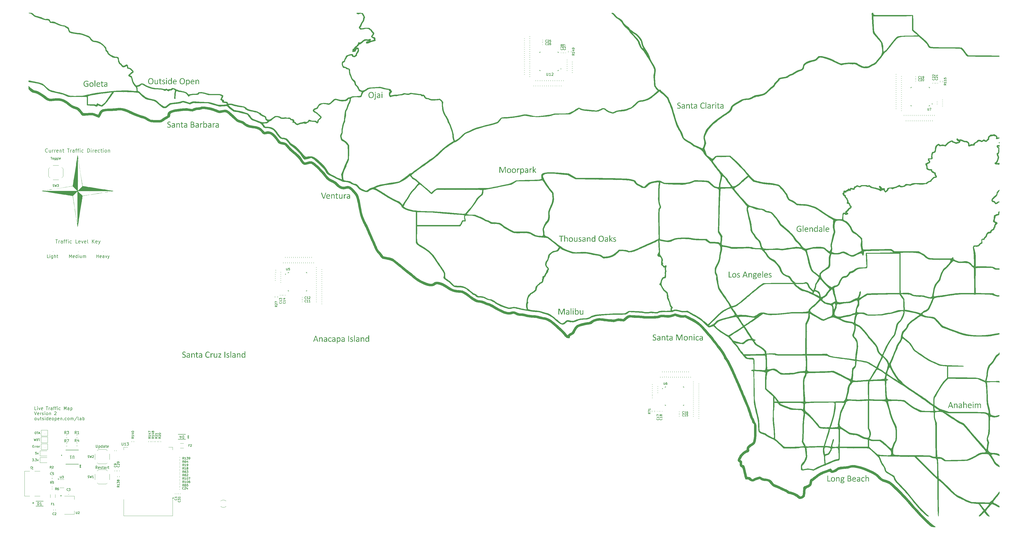
<source format=gbr>
%TF.GenerationSoftware,KiCad,Pcbnew,8.0.4*%
%TF.CreationDate,2025-01-28T13:54:00-08:00*%
%TF.ProjectId,traffic_paradise,74726166-6669-4635-9f70-617261646973,rev?*%
%TF.SameCoordinates,Original*%
%TF.FileFunction,Legend,Top*%
%TF.FilePolarity,Positive*%
%FSLAX46Y46*%
G04 Gerber Fmt 4.6, Leading zero omitted, Abs format (unit mm)*
G04 Created by KiCad (PCBNEW 8.0.4) date 2025-01-28 13:54:00*
%MOMM*%
%LPD*%
G01*
G04 APERTURE LIST*
%ADD10C,0.100000*%
%ADD11C,0.150000*%
%ADD12C,0.375000*%
%ADD13C,0.200000*%
%ADD14C,0.120000*%
%ADD15C,0.127000*%
%ADD16C,0.152400*%
%ADD17C,0.000000*%
G04 APERTURE END LIST*
D10*
X4900000Y-157600000D02*
X7300000Y-157600000D01*
X7300000Y-159800000D01*
X4900000Y-159800000D01*
X4900000Y-157600000D01*
X4900000Y-160200000D02*
X7300000Y-160200000D01*
X7300000Y-162400000D01*
X4900000Y-162400000D01*
X4900000Y-160200000D01*
X4900000Y-162800000D02*
X7300000Y-162800000D01*
X7300000Y-165000000D01*
X4900000Y-165000000D01*
X4900000Y-162800000D01*
D11*
X25879714Y-92580342D02*
X25879714Y-91380342D01*
X25879714Y-91951771D02*
X26565428Y-91951771D01*
X26565428Y-92580342D02*
X26565428Y-91380342D01*
X27594000Y-92523200D02*
X27479714Y-92580342D01*
X27479714Y-92580342D02*
X27251143Y-92580342D01*
X27251143Y-92580342D02*
X27136857Y-92523200D01*
X27136857Y-92523200D02*
X27079714Y-92408914D01*
X27079714Y-92408914D02*
X27079714Y-91951771D01*
X27079714Y-91951771D02*
X27136857Y-91837485D01*
X27136857Y-91837485D02*
X27251143Y-91780342D01*
X27251143Y-91780342D02*
X27479714Y-91780342D01*
X27479714Y-91780342D02*
X27594000Y-91837485D01*
X27594000Y-91837485D02*
X27651143Y-91951771D01*
X27651143Y-91951771D02*
X27651143Y-92066057D01*
X27651143Y-92066057D02*
X27079714Y-92180342D01*
X28679714Y-92580342D02*
X28679714Y-91951771D01*
X28679714Y-91951771D02*
X28622571Y-91837485D01*
X28622571Y-91837485D02*
X28508285Y-91780342D01*
X28508285Y-91780342D02*
X28279714Y-91780342D01*
X28279714Y-91780342D02*
X28165428Y-91837485D01*
X28679714Y-92523200D02*
X28565428Y-92580342D01*
X28565428Y-92580342D02*
X28279714Y-92580342D01*
X28279714Y-92580342D02*
X28165428Y-92523200D01*
X28165428Y-92523200D02*
X28108285Y-92408914D01*
X28108285Y-92408914D02*
X28108285Y-92294628D01*
X28108285Y-92294628D02*
X28165428Y-92180342D01*
X28165428Y-92180342D02*
X28279714Y-92123200D01*
X28279714Y-92123200D02*
X28565428Y-92123200D01*
X28565428Y-92123200D02*
X28679714Y-92066057D01*
X29136856Y-91780342D02*
X29422570Y-92580342D01*
X29422570Y-92580342D02*
X29708285Y-91780342D01*
X30051142Y-91780342D02*
X30336856Y-92580342D01*
X30622571Y-91780342D02*
X30336856Y-92580342D01*
X30336856Y-92580342D02*
X30222571Y-92866057D01*
X30222571Y-92866057D02*
X30165428Y-92923200D01*
X30165428Y-92923200D02*
X30051142Y-92980342D01*
D12*
G36*
X246238660Y-35665291D02*
G01*
X246229187Y-35787646D01*
X246197798Y-35906791D01*
X246181263Y-35946170D01*
X246117525Y-36053047D01*
X246033930Y-36143556D01*
X246021284Y-36154387D01*
X245917770Y-36225272D01*
X245798424Y-36277642D01*
X245781315Y-36283225D01*
X245656360Y-36312861D01*
X245532795Y-36325520D01*
X245483339Y-36326578D01*
X245356458Y-36320336D01*
X245276343Y-36308871D01*
X245154892Y-36281610D01*
X245105983Y-36266739D01*
X244990521Y-36220360D01*
X244980809Y-36215448D01*
X244910589Y-36169652D01*
X244881280Y-36118361D01*
X244872121Y-36031045D01*
X244875174Y-35966320D01*
X244885554Y-35924799D01*
X244902651Y-35902817D01*
X244927076Y-35896711D01*
X244994853Y-35924188D01*
X245102954Y-35982010D01*
X245107205Y-35984028D01*
X245226159Y-36030167D01*
X245272679Y-36044478D01*
X245398517Y-36067930D01*
X245496772Y-36072566D01*
X245621634Y-36060444D01*
X245673237Y-36046920D01*
X245784432Y-35992851D01*
X245810624Y-35973037D01*
X245888355Y-35877451D01*
X245898551Y-35856411D01*
X245928202Y-35736093D01*
X245929692Y-35698264D01*
X245907612Y-35575845D01*
X245886950Y-35535842D01*
X245803021Y-35440375D01*
X245773377Y-35417384D01*
X245667301Y-35351188D01*
X245612787Y-35323961D01*
X245498680Y-35270056D01*
X245428384Y-35237255D01*
X245317932Y-35181094D01*
X245244591Y-35138948D01*
X245140311Y-35064387D01*
X245084612Y-35012552D01*
X245007094Y-34911945D01*
X244970429Y-34842192D01*
X244935374Y-34719918D01*
X244927076Y-34607719D01*
X244938211Y-34482765D01*
X244974638Y-34364270D01*
X244977756Y-34357370D01*
X245042633Y-34250759D01*
X245118196Y-34173578D01*
X245223864Y-34104423D01*
X245333129Y-34060005D01*
X245454201Y-34031955D01*
X245583860Y-34021079D01*
X245601796Y-34020926D01*
X245726909Y-34029185D01*
X245750174Y-34032527D01*
X245870393Y-34057160D01*
X245891224Y-34063058D01*
X246008461Y-34105800D01*
X246076238Y-34143658D01*
X246097609Y-34167472D01*
X246106769Y-34191896D01*
X246111653Y-34227922D01*
X246113485Y-34282266D01*
X246111043Y-34338442D01*
X246103105Y-34379352D01*
X246088450Y-34403777D01*
X246067079Y-34411714D01*
X246007850Y-34389733D01*
X245908932Y-34339663D01*
X245790589Y-34294249D01*
X245770935Y-34288372D01*
X245645856Y-34267004D01*
X245591416Y-34265169D01*
X245465593Y-34279594D01*
X245429605Y-34290814D01*
X245322308Y-34352781D01*
X245316643Y-34357981D01*
X245249476Y-34458121D01*
X245227494Y-34580242D01*
X245249575Y-34701289D01*
X245270237Y-34741442D01*
X245350722Y-34833606D01*
X245384420Y-34860511D01*
X245491887Y-34927835D01*
X245546842Y-34955765D01*
X245661760Y-35010434D01*
X245731856Y-35043693D01*
X245842954Y-35098913D01*
X245917480Y-35140169D01*
X246018926Y-35209415D01*
X246079902Y-35264733D01*
X246158231Y-35364815D01*
X246194696Y-35434481D01*
X246230245Y-35555596D01*
X246238660Y-35665291D01*
G37*
G36*
X247301897Y-34613357D02*
G01*
X247428103Y-34636093D01*
X247458042Y-34644966D01*
X247569377Y-34695185D01*
X247646720Y-34756097D01*
X247718289Y-34855594D01*
X247751133Y-34938058D01*
X247776861Y-35063230D01*
X247784106Y-35190849D01*
X247784106Y-36235598D01*
X247770062Y-36266739D01*
X247732205Y-36282615D01*
X247662595Y-36287500D01*
X247590544Y-36282615D01*
X247552076Y-36266739D01*
X247540474Y-36235598D01*
X247540474Y-36081114D01*
X247447342Y-36168503D01*
X247345328Y-36240464D01*
X247314549Y-36258190D01*
X247194551Y-36307277D01*
X247068112Y-36326311D01*
X247050767Y-36326578D01*
X246928038Y-36317445D01*
X246830338Y-36294216D01*
X246718139Y-36242315D01*
X246661810Y-36200183D01*
X246580817Y-36102397D01*
X246553733Y-36049363D01*
X246520674Y-35927623D01*
X246515265Y-35845420D01*
X246515850Y-35839924D01*
X246805303Y-35839924D01*
X246832211Y-35965038D01*
X246881629Y-36031045D01*
X246993792Y-36090185D01*
X247095341Y-36101875D01*
X247222222Y-36082071D01*
X247302337Y-36045699D01*
X247406303Y-35968475D01*
X247496062Y-35879517D01*
X247502616Y-35872287D01*
X247502616Y-35545001D01*
X247260205Y-35545001D01*
X247132475Y-35552105D01*
X247057484Y-35565151D01*
X246941430Y-35607235D01*
X246915212Y-35623159D01*
X246831559Y-35715971D01*
X246805329Y-35835552D01*
X246805303Y-35839924D01*
X246515850Y-35839924D01*
X246528545Y-35720551D01*
X246568387Y-35613389D01*
X246642834Y-35513419D01*
X246721039Y-35450357D01*
X246831712Y-35393265D01*
X246955709Y-35354715D01*
X246964672Y-35352660D01*
X247088096Y-35331707D01*
X247212403Y-35321846D01*
X247289515Y-35320298D01*
X247502616Y-35320298D01*
X247502616Y-35201229D01*
X247491063Y-35076141D01*
X247483688Y-35045525D01*
X247425237Y-34935371D01*
X247422627Y-34932562D01*
X247317502Y-34866219D01*
X247313328Y-34864785D01*
X247190327Y-34842692D01*
X247149075Y-34841582D01*
X247026142Y-34851123D01*
X246960397Y-34866006D01*
X246842942Y-34907151D01*
X246814462Y-34919740D01*
X246710048Y-34973473D01*
X246647156Y-34997897D01*
X246623342Y-34991181D01*
X246605024Y-34969809D01*
X246594033Y-34933784D01*
X246590980Y-34884935D01*
X246596475Y-34815326D01*
X246625785Y-34767088D01*
X246705774Y-34715186D01*
X246822741Y-34667182D01*
X246836444Y-34662674D01*
X246954825Y-34631190D01*
X246997644Y-34622984D01*
X247119122Y-34608659D01*
X247174720Y-34607109D01*
X247301897Y-34613357D01*
G37*
G36*
X249626308Y-36234377D02*
G01*
X249619591Y-36257580D01*
X249596999Y-36274066D01*
X249554256Y-36284446D01*
X249485258Y-36287500D01*
X249415038Y-36284446D01*
X249371685Y-36274066D01*
X249349703Y-36257580D01*
X249342986Y-36233766D01*
X249342986Y-35325183D01*
X249337127Y-35199048D01*
X249322226Y-35112081D01*
X249275994Y-34995028D01*
X249261775Y-34972252D01*
X249171387Y-34888573D01*
X249159804Y-34882493D01*
X249040358Y-34852112D01*
X249015090Y-34851352D01*
X248895070Y-34875308D01*
X248801988Y-34927067D01*
X248706920Y-35006875D01*
X248622083Y-35096863D01*
X248578506Y-35149328D01*
X248578506Y-36233766D01*
X248571789Y-36257580D01*
X248549197Y-36274066D01*
X248506454Y-36284446D01*
X248436235Y-36287500D01*
X248367236Y-36284446D01*
X248323272Y-36274066D01*
X248301290Y-36257580D01*
X248295184Y-36234377D01*
X248295184Y-34699310D01*
X248300069Y-34676107D01*
X248320830Y-34659010D01*
X248360519Y-34648630D01*
X248424023Y-34646188D01*
X248486915Y-34648630D01*
X248525383Y-34659010D01*
X248544923Y-34676107D01*
X248551029Y-34699310D01*
X248551029Y-34902032D01*
X248640720Y-34806752D01*
X248738236Y-34724864D01*
X248811147Y-34678550D01*
X248925300Y-34629713D01*
X249048384Y-34607737D01*
X249073098Y-34607109D01*
X249199222Y-34617160D01*
X249319893Y-34653262D01*
X249333217Y-34659621D01*
X249439305Y-34729903D01*
X249504187Y-34800061D01*
X249565903Y-34908446D01*
X249597609Y-35005835D01*
X249618208Y-35126782D01*
X249626056Y-35258549D01*
X249626308Y-35289157D01*
X249626308Y-36234377D01*
G37*
G36*
X250904309Y-36139733D02*
G01*
X250896981Y-36219112D01*
X250876221Y-36262465D01*
X250835310Y-36288110D01*
X250772418Y-36308260D01*
X250697923Y-36321083D01*
X250619155Y-36326578D01*
X250494649Y-36316339D01*
X250412770Y-36294216D01*
X250305657Y-36231224D01*
X250272330Y-36197130D01*
X250210909Y-36090843D01*
X250192341Y-36031655D01*
X250172098Y-35907793D01*
X250167306Y-35795961D01*
X250167306Y-34880661D01*
X249951151Y-34880661D01*
X249909630Y-34853183D01*
X249894364Y-34764035D01*
X249898639Y-34709691D01*
X249909630Y-34673054D01*
X249927337Y-34652294D01*
X249952372Y-34646188D01*
X250167306Y-34646188D01*
X250167306Y-34272496D01*
X250173412Y-34249904D01*
X250195394Y-34230975D01*
X250239357Y-34219984D01*
X250308356Y-34216320D01*
X250378576Y-34219984D01*
X250421318Y-34230975D01*
X250443911Y-34249904D01*
X250450628Y-34272496D01*
X250450628Y-34646188D01*
X250847522Y-34646188D01*
X250871336Y-34652294D01*
X250889043Y-34673054D01*
X250900645Y-34709691D01*
X250904309Y-34764035D01*
X250888433Y-34853183D01*
X250847522Y-34880661D01*
X250450628Y-34880661D01*
X250450628Y-35755050D01*
X250459627Y-35881558D01*
X250497644Y-35999904D01*
X250598053Y-36074286D01*
X250666782Y-36082336D01*
X250737002Y-36075008D01*
X250791957Y-36058522D01*
X250833478Y-36042035D01*
X250864619Y-36034098D01*
X250880495Y-36038982D01*
X250892707Y-36055469D01*
X250900645Y-36087831D01*
X250904309Y-36139733D01*
G37*
G36*
X251910760Y-34613357D02*
G01*
X252036966Y-34636093D01*
X252066905Y-34644966D01*
X252178240Y-34695185D01*
X252255582Y-34756097D01*
X252327151Y-34855594D01*
X252359996Y-34938058D01*
X252385724Y-35063230D01*
X252392969Y-35190849D01*
X252392969Y-36235598D01*
X252378925Y-36266739D01*
X252341067Y-36282615D01*
X252271458Y-36287500D01*
X252199406Y-36282615D01*
X252160938Y-36266739D01*
X252149337Y-36235598D01*
X252149337Y-36081114D01*
X252056205Y-36168503D01*
X251954190Y-36240464D01*
X251923412Y-36258190D01*
X251803413Y-36307277D01*
X251676975Y-36326311D01*
X251659630Y-36326578D01*
X251536901Y-36317445D01*
X251439200Y-36294216D01*
X251327001Y-36242315D01*
X251270673Y-36200183D01*
X251189679Y-36102397D01*
X251162595Y-36049363D01*
X251129537Y-35927623D01*
X251124127Y-35845420D01*
X251124712Y-35839924D01*
X251414166Y-35839924D01*
X251441073Y-35965038D01*
X251490491Y-36031045D01*
X251602655Y-36090185D01*
X251704204Y-36101875D01*
X251831084Y-36082071D01*
X251911200Y-36045699D01*
X252015165Y-35968475D01*
X252104924Y-35879517D01*
X252111479Y-35872287D01*
X252111479Y-35545001D01*
X251869068Y-35545001D01*
X251741338Y-35552105D01*
X251666346Y-35565151D01*
X251550292Y-35607235D01*
X251524075Y-35623159D01*
X251440422Y-35715971D01*
X251414191Y-35835552D01*
X251414166Y-35839924D01*
X251124712Y-35839924D01*
X251137408Y-35720551D01*
X251177250Y-35613389D01*
X251251696Y-35513419D01*
X251329902Y-35450357D01*
X251440574Y-35393265D01*
X251564571Y-35354715D01*
X251573534Y-35352660D01*
X251696959Y-35331707D01*
X251821265Y-35321846D01*
X251898377Y-35320298D01*
X252111479Y-35320298D01*
X252111479Y-35201229D01*
X252099926Y-35076141D01*
X252092550Y-35045525D01*
X252034100Y-34935371D01*
X252031489Y-34932562D01*
X251926364Y-34866219D01*
X251922191Y-34864785D01*
X251799190Y-34842692D01*
X251757937Y-34841582D01*
X251635005Y-34851123D01*
X251569260Y-34866006D01*
X251451804Y-34907151D01*
X251423325Y-34919740D01*
X251318911Y-34973473D01*
X251256018Y-34997897D01*
X251232205Y-34991181D01*
X251213886Y-34969809D01*
X251202896Y-34933784D01*
X251199842Y-34884935D01*
X251205338Y-34815326D01*
X251234647Y-34767088D01*
X251314637Y-34715186D01*
X251431604Y-34667182D01*
X251445307Y-34662674D01*
X251563688Y-34631190D01*
X251606507Y-34622984D01*
X251727984Y-34608659D01*
X251783583Y-34607109D01*
X251910760Y-34613357D01*
G37*
G36*
X255212142Y-35998072D02*
G01*
X255210310Y-36046310D01*
X255204204Y-36082336D01*
X255193213Y-36109813D01*
X255168789Y-36137901D01*
X255096737Y-36186749D01*
X254984874Y-36241521D01*
X254959961Y-36251474D01*
X254842853Y-36288677D01*
X254773115Y-36304596D01*
X254648094Y-36322371D01*
X254542306Y-36326578D01*
X254411264Y-36319482D01*
X254288331Y-36298195D01*
X254162472Y-36258387D01*
X254151517Y-36253916D01*
X254037865Y-36195388D01*
X253936190Y-36120553D01*
X253854152Y-36038372D01*
X253776483Y-35932276D01*
X253717522Y-35822176D01*
X253669651Y-35699076D01*
X253665474Y-35686051D01*
X253633596Y-35562924D01*
X253612151Y-35429847D01*
X253601847Y-35303203D01*
X253599528Y-35203061D01*
X253603955Y-35067010D01*
X253617236Y-34938516D01*
X253639371Y-34817577D01*
X253670359Y-34704195D01*
X253715085Y-34586204D01*
X253775430Y-34467565D01*
X253846985Y-34362044D01*
X253870638Y-34332946D01*
X253956111Y-34244957D01*
X254061564Y-34164422D01*
X254178995Y-34100915D01*
X254294950Y-34058733D01*
X254418419Y-34032174D01*
X254549402Y-34021238D01*
X254576500Y-34020926D01*
X254700758Y-34029341D01*
X254763956Y-34040465D01*
X254882416Y-34071687D01*
X254931873Y-34089314D01*
X255046197Y-34143391D01*
X255069260Y-34157702D01*
X255152913Y-34221205D01*
X255182833Y-34257841D01*
X255193824Y-34286540D01*
X255200540Y-34325008D01*
X255203593Y-34378131D01*
X255199930Y-34437360D01*
X255189549Y-34477660D01*
X255173063Y-34502084D01*
X255150471Y-34509412D01*
X255083304Y-34472775D01*
X254984771Y-34400354D01*
X254972173Y-34392175D01*
X254859602Y-34332762D01*
X254807309Y-34311575D01*
X254686216Y-34281951D01*
X254574668Y-34274938D01*
X254450514Y-34286509D01*
X254328906Y-34324585D01*
X254306001Y-34335389D01*
X254200304Y-34404100D01*
X254109903Y-34498034D01*
X254099005Y-34512465D01*
X254031452Y-34624447D01*
X253981701Y-34746220D01*
X253965893Y-34797618D01*
X253939124Y-34919181D01*
X253923467Y-35052144D01*
X253918876Y-35182911D01*
X253923289Y-35312355D01*
X253938336Y-35443448D01*
X253964061Y-35562709D01*
X254003903Y-35678801D01*
X254064277Y-35795140D01*
X254094731Y-35838703D01*
X254182753Y-35930509D01*
X254287680Y-35998701D01*
X254302948Y-36006010D01*
X254426265Y-36046769D01*
X254554192Y-36062297D01*
X254583217Y-36062796D01*
X254707170Y-36055316D01*
X254814026Y-36032876D01*
X254931234Y-35989913D01*
X254982554Y-35965099D01*
X255088159Y-35903607D01*
X255096737Y-35897932D01*
X255167568Y-35867402D01*
X255187718Y-35872897D01*
X255201151Y-35892437D01*
X255209089Y-35932737D01*
X255212142Y-35998072D01*
G37*
G36*
X255844731Y-36234377D02*
G01*
X255838014Y-36258190D01*
X255815422Y-36274066D01*
X255772679Y-36284446D01*
X255702459Y-36287500D01*
X255633461Y-36284446D01*
X255589497Y-36274066D01*
X255567515Y-36258190D01*
X255561409Y-36234377D01*
X255561409Y-33958033D01*
X255567515Y-33934220D01*
X255589497Y-33917123D01*
X255633461Y-33907353D01*
X255702459Y-33903689D01*
X255772679Y-33907353D01*
X255815422Y-33917123D01*
X255838014Y-33934220D01*
X255844731Y-33958033D01*
X255844731Y-36234377D01*
G37*
G36*
X257044744Y-34613357D02*
G01*
X257170950Y-34636093D01*
X257200889Y-34644966D01*
X257312224Y-34695185D01*
X257389567Y-34756097D01*
X257461136Y-34855594D01*
X257493981Y-34938058D01*
X257519708Y-35063230D01*
X257526953Y-35190849D01*
X257526953Y-36235598D01*
X257512909Y-36266739D01*
X257475052Y-36282615D01*
X257405443Y-36287500D01*
X257333391Y-36282615D01*
X257294923Y-36266739D01*
X257283321Y-36235598D01*
X257283321Y-36081114D01*
X257190189Y-36168503D01*
X257088175Y-36240464D01*
X257057397Y-36258190D01*
X256937398Y-36307277D01*
X256810959Y-36326311D01*
X256793614Y-36326578D01*
X256670885Y-36317445D01*
X256573185Y-36294216D01*
X256460986Y-36242315D01*
X256404658Y-36200183D01*
X256323664Y-36102397D01*
X256296580Y-36049363D01*
X256263521Y-35927623D01*
X256258112Y-35845420D01*
X256258697Y-35839924D01*
X256548150Y-35839924D01*
X256575058Y-35965038D01*
X256624476Y-36031045D01*
X256736639Y-36090185D01*
X256838189Y-36101875D01*
X256965069Y-36082071D01*
X257045184Y-36045699D01*
X257149150Y-35968475D01*
X257238909Y-35879517D01*
X257245464Y-35872287D01*
X257245464Y-35545001D01*
X257003053Y-35545001D01*
X256875322Y-35552105D01*
X256800331Y-35565151D01*
X256684277Y-35607235D01*
X256658060Y-35623159D01*
X256574406Y-35715971D01*
X256548176Y-35835552D01*
X256548150Y-35839924D01*
X256258697Y-35839924D01*
X256271393Y-35720551D01*
X256311235Y-35613389D01*
X256385681Y-35513419D01*
X256463886Y-35450357D01*
X256574559Y-35393265D01*
X256698556Y-35354715D01*
X256707519Y-35352660D01*
X256830944Y-35331707D01*
X256955250Y-35321846D01*
X257032362Y-35320298D01*
X257245464Y-35320298D01*
X257245464Y-35201229D01*
X257233910Y-35076141D01*
X257226535Y-35045525D01*
X257168085Y-34935371D01*
X257165474Y-34932562D01*
X257060349Y-34866219D01*
X257056175Y-34864785D01*
X256933174Y-34842692D01*
X256891922Y-34841582D01*
X256768990Y-34851123D01*
X256703244Y-34866006D01*
X256585789Y-34907151D01*
X256557309Y-34919740D01*
X256452896Y-34973473D01*
X256390003Y-34997897D01*
X256366189Y-34991181D01*
X256347871Y-34969809D01*
X256336880Y-34933784D01*
X256333827Y-34884935D01*
X256339323Y-34815326D01*
X256368632Y-34767088D01*
X256448621Y-34715186D01*
X256565588Y-34667182D01*
X256579291Y-34662674D01*
X256697673Y-34631190D01*
X256740491Y-34622984D01*
X256861969Y-34608659D01*
X256917568Y-34607109D01*
X257044744Y-34613357D01*
G37*
G36*
X258941730Y-34782964D02*
G01*
X258939898Y-34845856D01*
X258932571Y-34885546D01*
X258919748Y-34907527D01*
X258898377Y-34915465D01*
X258864794Y-34907527D01*
X258820219Y-34892262D01*
X258764654Y-34877608D01*
X258697487Y-34870891D01*
X258613224Y-34889209D01*
X258526517Y-34948438D01*
X258443704Y-35041069D01*
X258431263Y-35057737D01*
X258361614Y-35160106D01*
X258321353Y-35224433D01*
X258321353Y-36234377D01*
X258314637Y-36257580D01*
X258292044Y-36274066D01*
X258249302Y-36284446D01*
X258179082Y-36287500D01*
X258110083Y-36284446D01*
X258066120Y-36274066D01*
X258044138Y-36257580D01*
X258038032Y-36234377D01*
X258038032Y-34699310D01*
X258042916Y-34676107D01*
X258063677Y-34659010D01*
X258103367Y-34648630D01*
X258166870Y-34646188D01*
X258229762Y-34648630D01*
X258268230Y-34659010D01*
X258287770Y-34676107D01*
X258293876Y-34699310D01*
X258293876Y-34922793D01*
X258366488Y-34820418D01*
X258412944Y-34765256D01*
X258502959Y-34680908D01*
X258518579Y-34669391D01*
X258617498Y-34620542D01*
X258716416Y-34607109D01*
X258767096Y-34609551D01*
X258826325Y-34618710D01*
X258881891Y-34633975D01*
X258917306Y-34651072D01*
X258930739Y-34667559D01*
X258936845Y-34687098D01*
X258940509Y-34721292D01*
X258941730Y-34782964D01*
G37*
G36*
X259540125Y-36234377D02*
G01*
X259533408Y-36257580D01*
X259510816Y-36274066D01*
X259468073Y-36284446D01*
X259397854Y-36287500D01*
X259328855Y-36284446D01*
X259284891Y-36274066D01*
X259262909Y-36257580D01*
X259256803Y-36234377D01*
X259256803Y-34699310D01*
X259262909Y-34677329D01*
X259284891Y-34660232D01*
X259328855Y-34649851D01*
X259397854Y-34646188D01*
X259468073Y-34649851D01*
X259510816Y-34660232D01*
X259533408Y-34677329D01*
X259540125Y-34699310D01*
X259540125Y-36234377D01*
G37*
G36*
X259573098Y-34160755D02*
G01*
X259548106Y-34281560D01*
X259535240Y-34297531D01*
X259414469Y-34333240D01*
X259396022Y-34333557D01*
X259275403Y-34310177D01*
X259259246Y-34298142D01*
X259222753Y-34176461D01*
X259222609Y-34164419D01*
X259247601Y-34044017D01*
X259260467Y-34028253D01*
X259381238Y-33991939D01*
X259399685Y-33991617D01*
X259519901Y-34014996D01*
X259535851Y-34027032D01*
X259572952Y-34148712D01*
X259573098Y-34160755D01*
G37*
G36*
X260862090Y-36139733D02*
G01*
X260854762Y-36219112D01*
X260834002Y-36262465D01*
X260793091Y-36288110D01*
X260730198Y-36308260D01*
X260655704Y-36321083D01*
X260576936Y-36326578D01*
X260452429Y-36316339D01*
X260370551Y-36294216D01*
X260263438Y-36231224D01*
X260230111Y-36197130D01*
X260168690Y-36090843D01*
X260150122Y-36031655D01*
X260129879Y-35907793D01*
X260125087Y-35795961D01*
X260125087Y-34880661D01*
X259908932Y-34880661D01*
X259867411Y-34853183D01*
X259852145Y-34764035D01*
X259856420Y-34709691D01*
X259867411Y-34673054D01*
X259885118Y-34652294D01*
X259910153Y-34646188D01*
X260125087Y-34646188D01*
X260125087Y-34272496D01*
X260131193Y-34249904D01*
X260153175Y-34230975D01*
X260197138Y-34219984D01*
X260266137Y-34216320D01*
X260336357Y-34219984D01*
X260379099Y-34230975D01*
X260401692Y-34249904D01*
X260408408Y-34272496D01*
X260408408Y-34646188D01*
X260805303Y-34646188D01*
X260829117Y-34652294D01*
X260846824Y-34673054D01*
X260858426Y-34709691D01*
X260862090Y-34764035D01*
X260846214Y-34853183D01*
X260805303Y-34880661D01*
X260408408Y-34880661D01*
X260408408Y-35755050D01*
X260417408Y-35881558D01*
X260455425Y-35999904D01*
X260555834Y-36074286D01*
X260624563Y-36082336D01*
X260694783Y-36075008D01*
X260749738Y-36058522D01*
X260791259Y-36042035D01*
X260822400Y-36034098D01*
X260838276Y-36038982D01*
X260850488Y-36055469D01*
X260858426Y-36087831D01*
X260862090Y-36139733D01*
G37*
G36*
X261868541Y-34613357D02*
G01*
X261994747Y-34636093D01*
X262024685Y-34644966D01*
X262136020Y-34695185D01*
X262213363Y-34756097D01*
X262284932Y-34855594D01*
X262317777Y-34938058D01*
X262343505Y-35063230D01*
X262350750Y-35190849D01*
X262350750Y-36235598D01*
X262336706Y-36266739D01*
X262298848Y-36282615D01*
X262229239Y-36287500D01*
X262157187Y-36282615D01*
X262118719Y-36266739D01*
X262107117Y-36235598D01*
X262107117Y-36081114D01*
X262013986Y-36168503D01*
X261911971Y-36240464D01*
X261881193Y-36258190D01*
X261761194Y-36307277D01*
X261634756Y-36326311D01*
X261617411Y-36326578D01*
X261494681Y-36317445D01*
X261396981Y-36294216D01*
X261284782Y-36242315D01*
X261228454Y-36200183D01*
X261147460Y-36102397D01*
X261120376Y-36049363D01*
X261087318Y-35927623D01*
X261081908Y-35845420D01*
X261082493Y-35839924D01*
X261371946Y-35839924D01*
X261398854Y-35965038D01*
X261448272Y-36031045D01*
X261560436Y-36090185D01*
X261661985Y-36101875D01*
X261788865Y-36082071D01*
X261868981Y-36045699D01*
X261972946Y-35968475D01*
X262062705Y-35879517D01*
X262069260Y-35872287D01*
X262069260Y-35545001D01*
X261826849Y-35545001D01*
X261699119Y-35552105D01*
X261624127Y-35565151D01*
X261508073Y-35607235D01*
X261481856Y-35623159D01*
X261398203Y-35715971D01*
X261371972Y-35835552D01*
X261371946Y-35839924D01*
X261082493Y-35839924D01*
X261095189Y-35720551D01*
X261135031Y-35613389D01*
X261209477Y-35513419D01*
X261287683Y-35450357D01*
X261398355Y-35393265D01*
X261522352Y-35354715D01*
X261531315Y-35352660D01*
X261654740Y-35331707D01*
X261779046Y-35321846D01*
X261856158Y-35320298D01*
X262069260Y-35320298D01*
X262069260Y-35201229D01*
X262057707Y-35076141D01*
X262050331Y-35045525D01*
X261991881Y-34935371D01*
X261989270Y-34932562D01*
X261884145Y-34866219D01*
X261879972Y-34864785D01*
X261756971Y-34842692D01*
X261715718Y-34841582D01*
X261592786Y-34851123D01*
X261527041Y-34866006D01*
X261409585Y-34907151D01*
X261381106Y-34919740D01*
X261276692Y-34973473D01*
X261213799Y-34997897D01*
X261189986Y-34991181D01*
X261171667Y-34969809D01*
X261160676Y-34933784D01*
X261157623Y-34884935D01*
X261163119Y-34815326D01*
X261192428Y-34767088D01*
X261272418Y-34715186D01*
X261389385Y-34667182D01*
X261403087Y-34662674D01*
X261521469Y-34631190D01*
X261564288Y-34622984D01*
X261685765Y-34608659D01*
X261741364Y-34607109D01*
X261868541Y-34613357D01*
G37*
G36*
X111693736Y-70225828D02*
G01*
X111674197Y-70256969D01*
X111641224Y-70275898D01*
X111586270Y-70285057D01*
X111503227Y-70287500D01*
X111436671Y-70286889D01*
X111387822Y-70282615D01*
X111352407Y-70274677D01*
X111327983Y-70263686D01*
X111311496Y-70247810D01*
X111300505Y-70224607D01*
X110573883Y-68174188D01*
X110559228Y-68113738D01*
X110573883Y-68078934D01*
X110623342Y-68063668D01*
X110716154Y-68060005D01*
X110792480Y-68062447D01*
X110836444Y-68072217D01*
X110859647Y-68089924D01*
X110874302Y-68118012D01*
X111511775Y-69975479D01*
X111512997Y-69975479D01*
X112133374Y-68121676D01*
X112144975Y-68091146D01*
X112169399Y-68072217D01*
X112217027Y-68062447D01*
X112300069Y-68060005D01*
X112383722Y-68064279D01*
X112425854Y-68080765D01*
X112434403Y-68115570D01*
X112418527Y-68176020D01*
X111693736Y-70225828D01*
G37*
G36*
X113340534Y-68615266D02*
G01*
X113462851Y-68642514D01*
X113521284Y-68665116D01*
X113631434Y-68728219D01*
X113726746Y-68814754D01*
X113731943Y-68820821D01*
X113803384Y-68927067D01*
X113850396Y-69042200D01*
X113852843Y-69050409D01*
X113880455Y-69178082D01*
X113890973Y-69304507D01*
X113891311Y-69332510D01*
X113891311Y-69383190D01*
X113857728Y-69477834D01*
X113781402Y-69505922D01*
X112768405Y-69505922D01*
X112774816Y-69633539D01*
X112794050Y-69747723D01*
X112836559Y-69864792D01*
X112879535Y-69932737D01*
X112974128Y-70018464D01*
X113035851Y-70051195D01*
X113157910Y-70084275D01*
X113271545Y-70092105D01*
X113399391Y-70085188D01*
X113466939Y-70074398D01*
X113587302Y-70043167D01*
X113615928Y-70033487D01*
X113719120Y-69993187D01*
X113780181Y-69974869D01*
X113800942Y-69980975D01*
X113815596Y-69999293D01*
X113823534Y-70033487D01*
X113825976Y-70086610D01*
X113824145Y-70126299D01*
X113819870Y-70156219D01*
X113811322Y-70179422D01*
X113796057Y-70199572D01*
X113740491Y-70231324D01*
X113624793Y-70272157D01*
X113620202Y-70273456D01*
X113496325Y-70301620D01*
X113449232Y-70310092D01*
X113322865Y-70324260D01*
X113242236Y-70326578D01*
X113116817Y-70320229D01*
X112992668Y-70298820D01*
X112908234Y-70272845D01*
X112791443Y-70215476D01*
X112692184Y-70138473D01*
X112667044Y-70112866D01*
X112590675Y-70009616D01*
X112536087Y-69895323D01*
X112519277Y-69846641D01*
X112489138Y-69719358D01*
X112473730Y-69589859D01*
X112469818Y-69474781D01*
X112475879Y-69341084D01*
X112484655Y-69281219D01*
X112768405Y-69281219D01*
X113606158Y-69281219D01*
X113598919Y-69158764D01*
X113562053Y-69035116D01*
X113507850Y-68951491D01*
X113406882Y-68874004D01*
X113284165Y-68837539D01*
X113199494Y-68831812D01*
X113072957Y-68847853D01*
X113015701Y-68869059D01*
X112911630Y-68938668D01*
X112883199Y-68967978D01*
X112816910Y-69071246D01*
X112800767Y-69110860D01*
X112772446Y-69231701D01*
X112768405Y-69281219D01*
X112484655Y-69281219D01*
X112494061Y-69217055D01*
X112521109Y-69112691D01*
X112566017Y-68998661D01*
X112629203Y-68890631D01*
X112669487Y-68839139D01*
X112762151Y-68750883D01*
X112870243Y-68682729D01*
X112903960Y-68666948D01*
X113021028Y-68628204D01*
X113148980Y-68609212D01*
X113211706Y-68607109D01*
X113340534Y-68615266D01*
G37*
G36*
X115644975Y-70234377D02*
G01*
X115638258Y-70257580D01*
X115615666Y-70274066D01*
X115572923Y-70284446D01*
X115503925Y-70287500D01*
X115433705Y-70284446D01*
X115390352Y-70274066D01*
X115368370Y-70257580D01*
X115361653Y-70233766D01*
X115361653Y-69325183D01*
X115355794Y-69199048D01*
X115340893Y-69112081D01*
X115294661Y-68995028D01*
X115280443Y-68972252D01*
X115190054Y-68888573D01*
X115178471Y-68882493D01*
X115059025Y-68852112D01*
X115033757Y-68851352D01*
X114913737Y-68875308D01*
X114820655Y-68927067D01*
X114725587Y-69006875D01*
X114640751Y-69096863D01*
X114597173Y-69149328D01*
X114597173Y-70233766D01*
X114590457Y-70257580D01*
X114567864Y-70274066D01*
X114525122Y-70284446D01*
X114454902Y-70287500D01*
X114385903Y-70284446D01*
X114341939Y-70274066D01*
X114319958Y-70257580D01*
X114313852Y-70234377D01*
X114313852Y-68699310D01*
X114318736Y-68676107D01*
X114339497Y-68659010D01*
X114379187Y-68648630D01*
X114442690Y-68646188D01*
X114505582Y-68648630D01*
X114544050Y-68659010D01*
X114563590Y-68676107D01*
X114569696Y-68699310D01*
X114569696Y-68902032D01*
X114659387Y-68806752D01*
X114756903Y-68724864D01*
X114829815Y-68678550D01*
X114943967Y-68629713D01*
X115067052Y-68607737D01*
X115091765Y-68607109D01*
X115217889Y-68617160D01*
X115338560Y-68653262D01*
X115351884Y-68659621D01*
X115457972Y-68729903D01*
X115522854Y-68800061D01*
X115584570Y-68908446D01*
X115616277Y-69005835D01*
X115636876Y-69126782D01*
X115644723Y-69258549D01*
X115644975Y-69289157D01*
X115644975Y-70234377D01*
G37*
G36*
X116922976Y-70139733D02*
G01*
X116915648Y-70219112D01*
X116894888Y-70262465D01*
X116853977Y-70288110D01*
X116791085Y-70308260D01*
X116716591Y-70321083D01*
X116637822Y-70326578D01*
X116513316Y-70316339D01*
X116431437Y-70294216D01*
X116324324Y-70231224D01*
X116290997Y-70197130D01*
X116229577Y-70090843D01*
X116211008Y-70031655D01*
X116190765Y-69907793D01*
X116185973Y-69795961D01*
X116185973Y-68880661D01*
X115969818Y-68880661D01*
X115928297Y-68853183D01*
X115913032Y-68764035D01*
X115917306Y-68709691D01*
X115928297Y-68673054D01*
X115946004Y-68652294D01*
X115971039Y-68646188D01*
X116185973Y-68646188D01*
X116185973Y-68272496D01*
X116192079Y-68249904D01*
X116214061Y-68230975D01*
X116258025Y-68219984D01*
X116327023Y-68216320D01*
X116397243Y-68219984D01*
X116439986Y-68230975D01*
X116462578Y-68249904D01*
X116469295Y-68272496D01*
X116469295Y-68646188D01*
X116866189Y-68646188D01*
X116890003Y-68652294D01*
X116907711Y-68673054D01*
X116919312Y-68709691D01*
X116922976Y-68764035D01*
X116907100Y-68853183D01*
X116866189Y-68880661D01*
X116469295Y-68880661D01*
X116469295Y-69755050D01*
X116478294Y-69881558D01*
X116516311Y-69999904D01*
X116616721Y-70074286D01*
X116685450Y-70082336D01*
X116755669Y-70075008D01*
X116810624Y-70058522D01*
X116852145Y-70042035D01*
X116883286Y-70034098D01*
X116899162Y-70038982D01*
X116911374Y-70055469D01*
X116919312Y-70087831D01*
X116922976Y-70139733D01*
G37*
G36*
X118615579Y-70234377D02*
G01*
X118609473Y-70257580D01*
X118587491Y-70274066D01*
X118547191Y-70284446D01*
X118486741Y-70287500D01*
X118422016Y-70284446D01*
X118382937Y-70274066D01*
X118362787Y-70257580D01*
X118357903Y-70234377D01*
X118357903Y-70031655D01*
X118267240Y-70127630D01*
X118169324Y-70209948D01*
X118096563Y-70256359D01*
X117983245Y-70304360D01*
X117860536Y-70325961D01*
X117835833Y-70326578D01*
X117710010Y-70316761D01*
X117589110Y-70281498D01*
X117575715Y-70275287D01*
X117469627Y-70205306D01*
X117404745Y-70134848D01*
X117342835Y-70025475D01*
X117310711Y-69927852D01*
X117290551Y-69805796D01*
X117283062Y-69682216D01*
X117282623Y-69640867D01*
X117282623Y-68699310D01*
X117288729Y-68676718D01*
X117311933Y-68659010D01*
X117356507Y-68648630D01*
X117425505Y-68646188D01*
X117493893Y-68648630D01*
X117537857Y-68659010D01*
X117561060Y-68676718D01*
X117567777Y-68699921D01*
X117567777Y-69603009D01*
X117572662Y-69725588D01*
X117587316Y-69820996D01*
X117633362Y-69938235D01*
X117647766Y-69960825D01*
X117738362Y-70044400D01*
X117749738Y-70050584D01*
X117869184Y-70081560D01*
X117894452Y-70082336D01*
X118020403Y-70054567D01*
X118106332Y-70003567D01*
X118201217Y-69920503D01*
X118286454Y-69826794D01*
X118330425Y-69772147D01*
X118330425Y-68699310D01*
X118336531Y-68676107D01*
X118359734Y-68659010D01*
X118403087Y-68648630D01*
X118472697Y-68646188D01*
X118541695Y-68648630D01*
X118584438Y-68659010D01*
X118607641Y-68676107D01*
X118615579Y-68699310D01*
X118615579Y-70234377D01*
G37*
G36*
X120034019Y-68782964D02*
G01*
X120032187Y-68845856D01*
X120024860Y-68885546D01*
X120012037Y-68907527D01*
X119990666Y-68915465D01*
X119957083Y-68907527D01*
X119912508Y-68892262D01*
X119856943Y-68877608D01*
X119789776Y-68870891D01*
X119705512Y-68889209D01*
X119618806Y-68948438D01*
X119535993Y-69041069D01*
X119523551Y-69057737D01*
X119453903Y-69160106D01*
X119413642Y-69224433D01*
X119413642Y-70234377D01*
X119406926Y-70257580D01*
X119384333Y-70274066D01*
X119341591Y-70284446D01*
X119271371Y-70287500D01*
X119202372Y-70284446D01*
X119158408Y-70274066D01*
X119136427Y-70257580D01*
X119130321Y-70234377D01*
X119130321Y-68699310D01*
X119135205Y-68676107D01*
X119155966Y-68659010D01*
X119195655Y-68648630D01*
X119259159Y-68646188D01*
X119322051Y-68648630D01*
X119360519Y-68659010D01*
X119380059Y-68676107D01*
X119386165Y-68699310D01*
X119386165Y-68922793D01*
X119458776Y-68820418D01*
X119505233Y-68765256D01*
X119595248Y-68680908D01*
X119610868Y-68669391D01*
X119709787Y-68620542D01*
X119808705Y-68607109D01*
X119859385Y-68609551D01*
X119918614Y-68618710D01*
X119974180Y-68633975D01*
X120009595Y-68651072D01*
X120023028Y-68667559D01*
X120029134Y-68687098D01*
X120032798Y-68721292D01*
X120034019Y-68782964D01*
G37*
G36*
X120960481Y-68613357D02*
G01*
X121086687Y-68636093D01*
X121116625Y-68644966D01*
X121227960Y-68695185D01*
X121305303Y-68756097D01*
X121376872Y-68855594D01*
X121409717Y-68938058D01*
X121435445Y-69063230D01*
X121442690Y-69190849D01*
X121442690Y-70235598D01*
X121428646Y-70266739D01*
X121390788Y-70282615D01*
X121321179Y-70287500D01*
X121249127Y-70282615D01*
X121210659Y-70266739D01*
X121199057Y-70235598D01*
X121199057Y-70081114D01*
X121105926Y-70168503D01*
X121003911Y-70240464D01*
X120973133Y-70258190D01*
X120853134Y-70307277D01*
X120726696Y-70326311D01*
X120709351Y-70326578D01*
X120586621Y-70317445D01*
X120488921Y-70294216D01*
X120376722Y-70242315D01*
X120320394Y-70200183D01*
X120239400Y-70102397D01*
X120212316Y-70049363D01*
X120179258Y-69927623D01*
X120173848Y-69845420D01*
X120174433Y-69839924D01*
X120463886Y-69839924D01*
X120490794Y-69965038D01*
X120540212Y-70031045D01*
X120652376Y-70090185D01*
X120753925Y-70101875D01*
X120880805Y-70082071D01*
X120960921Y-70045699D01*
X121064886Y-69968475D01*
X121154645Y-69879517D01*
X121161200Y-69872287D01*
X121161200Y-69545001D01*
X120918789Y-69545001D01*
X120791059Y-69552105D01*
X120716067Y-69565151D01*
X120600013Y-69607235D01*
X120573796Y-69623159D01*
X120490143Y-69715971D01*
X120463912Y-69835552D01*
X120463886Y-69839924D01*
X120174433Y-69839924D01*
X120187129Y-69720551D01*
X120226971Y-69613389D01*
X120301417Y-69513419D01*
X120379623Y-69450357D01*
X120490295Y-69393265D01*
X120614292Y-69354715D01*
X120623255Y-69352660D01*
X120746680Y-69331707D01*
X120870986Y-69321846D01*
X120948098Y-69320298D01*
X121161200Y-69320298D01*
X121161200Y-69201229D01*
X121149647Y-69076141D01*
X121142271Y-69045525D01*
X121083821Y-68935371D01*
X121081210Y-68932562D01*
X120976085Y-68866219D01*
X120971912Y-68864785D01*
X120848911Y-68842692D01*
X120807658Y-68841582D01*
X120684726Y-68851123D01*
X120618981Y-68866006D01*
X120501525Y-68907151D01*
X120473046Y-68919740D01*
X120368632Y-68973473D01*
X120305739Y-68997897D01*
X120281926Y-68991181D01*
X120263607Y-68969809D01*
X120252616Y-68933784D01*
X120249563Y-68884935D01*
X120255059Y-68815326D01*
X120284368Y-68767088D01*
X120364357Y-68715186D01*
X120481325Y-68667182D01*
X120495027Y-68662674D01*
X120613409Y-68631190D01*
X120656228Y-68622984D01*
X120777705Y-68608659D01*
X120833304Y-68607109D01*
X120960481Y-68613357D01*
G37*
D11*
X1758458Y-163743247D02*
X2025124Y-163743247D01*
X2139410Y-164162295D02*
X1758458Y-164162295D01*
X1758458Y-164162295D02*
X1758458Y-163362295D01*
X1758458Y-163362295D02*
X2139410Y-163362295D01*
X2482268Y-164162295D02*
X2482268Y-163628961D01*
X2482268Y-163781342D02*
X2520363Y-163705152D01*
X2520363Y-163705152D02*
X2558458Y-163667057D01*
X2558458Y-163667057D02*
X2634649Y-163628961D01*
X2634649Y-163628961D02*
X2710839Y-163628961D01*
X2977506Y-164162295D02*
X2977506Y-163628961D01*
X2977506Y-163781342D02*
X3015601Y-163705152D01*
X3015601Y-163705152D02*
X3053696Y-163667057D01*
X3053696Y-163667057D02*
X3129887Y-163628961D01*
X3129887Y-163628961D02*
X3206077Y-163628961D01*
X3587029Y-164162295D02*
X3510839Y-164124200D01*
X3510839Y-164124200D02*
X3472744Y-164086104D01*
X3472744Y-164086104D02*
X3434648Y-164009914D01*
X3434648Y-164009914D02*
X3434648Y-163781342D01*
X3434648Y-163781342D02*
X3472744Y-163705152D01*
X3472744Y-163705152D02*
X3510839Y-163667057D01*
X3510839Y-163667057D02*
X3587029Y-163628961D01*
X3587029Y-163628961D02*
X3701315Y-163628961D01*
X3701315Y-163628961D02*
X3777506Y-163667057D01*
X3777506Y-163667057D02*
X3815601Y-163705152D01*
X3815601Y-163705152D02*
X3853696Y-163781342D01*
X3853696Y-163781342D02*
X3853696Y-164009914D01*
X3853696Y-164009914D02*
X3815601Y-164086104D01*
X3815601Y-164086104D02*
X3777506Y-164124200D01*
X3777506Y-164124200D02*
X3701315Y-164162295D01*
X3701315Y-164162295D02*
X3587029Y-164162295D01*
X4196554Y-164162295D02*
X4196554Y-163628961D01*
X4196554Y-163781342D02*
X4234649Y-163705152D01*
X4234649Y-163705152D02*
X4272744Y-163667057D01*
X4272744Y-163667057D02*
X4348935Y-163628961D01*
X4348935Y-163628961D02*
X4425125Y-163628961D01*
D12*
G36*
X348102756Y-147063058D02*
G01*
X348160764Y-147072827D01*
X348194958Y-147092367D01*
X348213886Y-147124729D01*
X348959438Y-149173927D01*
X348974092Y-149234377D01*
X348960659Y-149269181D01*
X348915474Y-149284446D01*
X348830600Y-149287500D01*
X348745725Y-149285057D01*
X348697487Y-149276509D01*
X348673063Y-149260633D01*
X348659019Y-149234987D01*
X348468510Y-148701317D01*
X347544661Y-148701317D01*
X347362090Y-149228271D01*
X347348656Y-149254527D01*
X347323621Y-149273456D01*
X347277215Y-149284446D01*
X347199057Y-149287500D01*
X347117847Y-149283225D01*
X347072662Y-149267349D01*
X347060450Y-149232545D01*
X347075715Y-149172095D01*
X347332170Y-148466844D01*
X347618545Y-148466844D01*
X348390963Y-148466844D01*
X348003227Y-147372636D01*
X348001395Y-147372636D01*
X347618545Y-148466844D01*
X347332170Y-148466844D01*
X347820655Y-147123508D01*
X347838974Y-147091756D01*
X347871336Y-147072827D01*
X347926290Y-147063058D01*
X348011775Y-147060005D01*
X348102756Y-147063058D01*
G37*
G36*
X350618457Y-149234377D02*
G01*
X350611741Y-149257580D01*
X350589148Y-149274066D01*
X350546406Y-149284446D01*
X350477407Y-149287500D01*
X350407187Y-149284446D01*
X350363834Y-149274066D01*
X350341852Y-149257580D01*
X350335136Y-149233766D01*
X350335136Y-148325183D01*
X350329276Y-148199048D01*
X350314375Y-148112081D01*
X350268143Y-147995028D01*
X350253925Y-147972252D01*
X350163536Y-147888573D01*
X350151953Y-147882493D01*
X350032508Y-147852112D01*
X350007240Y-147851352D01*
X349887219Y-147875308D01*
X349794138Y-147927067D01*
X349699069Y-148006875D01*
X349614233Y-148096863D01*
X349570655Y-148149328D01*
X349570655Y-149233766D01*
X349563939Y-149257580D01*
X349541346Y-149274066D01*
X349498604Y-149284446D01*
X349428384Y-149287500D01*
X349359385Y-149284446D01*
X349315422Y-149274066D01*
X349293440Y-149257580D01*
X349287334Y-149234377D01*
X349287334Y-147699310D01*
X349292219Y-147676107D01*
X349312979Y-147659010D01*
X349352669Y-147648630D01*
X349416172Y-147646188D01*
X349479064Y-147648630D01*
X349517533Y-147659010D01*
X349537072Y-147676107D01*
X349543178Y-147699310D01*
X349543178Y-147902032D01*
X349632869Y-147806752D01*
X349730385Y-147724864D01*
X349803297Y-147678550D01*
X349917449Y-147629713D01*
X350040534Y-147607737D01*
X350065247Y-147607109D01*
X350191371Y-147617160D01*
X350312042Y-147653262D01*
X350325366Y-147659621D01*
X350431454Y-147729903D01*
X350496336Y-147800061D01*
X350558052Y-147908446D01*
X350589759Y-148005835D01*
X350610358Y-148126782D01*
X350618205Y-148258549D01*
X350618457Y-148289157D01*
X350618457Y-149234377D01*
G37*
G36*
X351808701Y-147613357D02*
G01*
X351934907Y-147636093D01*
X351964846Y-147644966D01*
X352076181Y-147695185D01*
X352153524Y-147756097D01*
X352225093Y-147855594D01*
X352257937Y-147938058D01*
X352283665Y-148063230D01*
X352290910Y-148190849D01*
X352290910Y-149235598D01*
X352276866Y-149266739D01*
X352239009Y-149282615D01*
X352169399Y-149287500D01*
X352097348Y-149282615D01*
X352058879Y-149266739D01*
X352047278Y-149235598D01*
X352047278Y-149081114D01*
X351954146Y-149168503D01*
X351852132Y-149240464D01*
X351821353Y-149258190D01*
X351701355Y-149307277D01*
X351574916Y-149326311D01*
X351557571Y-149326578D01*
X351434842Y-149317445D01*
X351337142Y-149294216D01*
X351224943Y-149242315D01*
X351168614Y-149200183D01*
X351087621Y-149102397D01*
X351060537Y-149049363D01*
X351027478Y-148927623D01*
X351022069Y-148845420D01*
X351022654Y-148839924D01*
X351312107Y-148839924D01*
X351339015Y-148965038D01*
X351388433Y-149031045D01*
X351500596Y-149090185D01*
X351602145Y-149101875D01*
X351729026Y-149082071D01*
X351809141Y-149045699D01*
X351913107Y-148968475D01*
X352002866Y-148879517D01*
X352009420Y-148872287D01*
X352009420Y-148545001D01*
X351767009Y-148545001D01*
X351639279Y-148552105D01*
X351564288Y-148565151D01*
X351448234Y-148607235D01*
X351422016Y-148623159D01*
X351338363Y-148715971D01*
X351312133Y-148835552D01*
X351312107Y-148839924D01*
X351022654Y-148839924D01*
X351035349Y-148720551D01*
X351075191Y-148613389D01*
X351149638Y-148513419D01*
X351227843Y-148450357D01*
X351338516Y-148393265D01*
X351462512Y-148354715D01*
X351471475Y-148352660D01*
X351594900Y-148331707D01*
X351719207Y-148321846D01*
X351796318Y-148320298D01*
X352009420Y-148320298D01*
X352009420Y-148201229D01*
X351997867Y-148076141D01*
X351990491Y-148045525D01*
X351932041Y-147935371D01*
X351929431Y-147932562D01*
X351824306Y-147866219D01*
X351820132Y-147864785D01*
X351697131Y-147842692D01*
X351655879Y-147841582D01*
X351532946Y-147851123D01*
X351467201Y-147866006D01*
X351349746Y-147907151D01*
X351321266Y-147919740D01*
X351216852Y-147973473D01*
X351153960Y-147997897D01*
X351130146Y-147991181D01*
X351111828Y-147969809D01*
X351100837Y-147933784D01*
X351097784Y-147884935D01*
X351103279Y-147815326D01*
X351132588Y-147767088D01*
X351212578Y-147715186D01*
X351329545Y-147667182D01*
X351343248Y-147662674D01*
X351461629Y-147631190D01*
X351504448Y-147622984D01*
X351625926Y-147608659D01*
X351681524Y-147607109D01*
X351808701Y-147613357D01*
G37*
G36*
X354133112Y-149234377D02*
G01*
X354126395Y-149257580D01*
X354103803Y-149274066D01*
X354061060Y-149284446D01*
X353992062Y-149287500D01*
X353921842Y-149284446D01*
X353878489Y-149274066D01*
X353856507Y-149257580D01*
X353849790Y-149233766D01*
X353849790Y-148325183D01*
X353843931Y-148199048D01*
X353829030Y-148112081D01*
X353782797Y-147995028D01*
X353768579Y-147972252D01*
X353678191Y-147888573D01*
X353666608Y-147882493D01*
X353547162Y-147852112D01*
X353521894Y-147851352D01*
X353401874Y-147875308D01*
X353308792Y-147927067D01*
X353213724Y-148006875D01*
X353128887Y-148096863D01*
X353085310Y-148149328D01*
X353085310Y-149233766D01*
X353078593Y-149257580D01*
X353056001Y-149274066D01*
X353013258Y-149284446D01*
X352943039Y-149287500D01*
X352874040Y-149284446D01*
X352830076Y-149274066D01*
X352808094Y-149258190D01*
X352801988Y-149234377D01*
X352801988Y-146958033D01*
X352808094Y-146934220D01*
X352830076Y-146917123D01*
X352874040Y-146907353D01*
X352943039Y-146903689D01*
X353013258Y-146907353D01*
X353056001Y-146917123D01*
X353078593Y-146934220D01*
X353085310Y-146957423D01*
X353085310Y-147861732D01*
X353177073Y-147774377D01*
X353276870Y-147700672D01*
X353330774Y-147670001D01*
X353447249Y-147624859D01*
X353572080Y-147607170D01*
X353579902Y-147607109D01*
X353706026Y-147617160D01*
X353826697Y-147653262D01*
X353840020Y-147659621D01*
X353946109Y-147729903D01*
X354010990Y-147800061D01*
X354072707Y-147908446D01*
X354104413Y-148005835D01*
X354125012Y-148127050D01*
X354132663Y-148249467D01*
X354133112Y-148290378D01*
X354133112Y-149234377D01*
G37*
G36*
X355409271Y-147615266D02*
G01*
X355531588Y-147642514D01*
X355590020Y-147665116D01*
X355700171Y-147728219D01*
X355795483Y-147814754D01*
X355800680Y-147820821D01*
X355872121Y-147927067D01*
X355919133Y-148042200D01*
X355921580Y-148050409D01*
X355949192Y-148178082D01*
X355959710Y-148304507D01*
X355960048Y-148332510D01*
X355960048Y-148383190D01*
X355926465Y-148477834D01*
X355850139Y-148505922D01*
X354837142Y-148505922D01*
X354843553Y-148633539D01*
X354862787Y-148747723D01*
X354905296Y-148864792D01*
X354948272Y-148932737D01*
X355042865Y-149018464D01*
X355104588Y-149051195D01*
X355226647Y-149084275D01*
X355340282Y-149092105D01*
X355468128Y-149085188D01*
X355535676Y-149074398D01*
X355656039Y-149043167D01*
X355684665Y-149033487D01*
X355787857Y-148993187D01*
X355848918Y-148974869D01*
X355869678Y-148980975D01*
X355884333Y-148999293D01*
X355892271Y-149033487D01*
X355894713Y-149086610D01*
X355892882Y-149126299D01*
X355888607Y-149156219D01*
X355880059Y-149179422D01*
X355864794Y-149199572D01*
X355809228Y-149231324D01*
X355693530Y-149272157D01*
X355688939Y-149273456D01*
X355565062Y-149301620D01*
X355517969Y-149310092D01*
X355391602Y-149324260D01*
X355310973Y-149326578D01*
X355185553Y-149320229D01*
X355061405Y-149298820D01*
X354976971Y-149272845D01*
X354860180Y-149215476D01*
X354760921Y-149138473D01*
X354735781Y-149112866D01*
X354659412Y-149009616D01*
X354604824Y-148895323D01*
X354588014Y-148846641D01*
X354557875Y-148719358D01*
X354542467Y-148589859D01*
X354538555Y-148474781D01*
X354544616Y-148341084D01*
X354553392Y-148281219D01*
X354837142Y-148281219D01*
X355674895Y-148281219D01*
X355667656Y-148158764D01*
X355630790Y-148035116D01*
X355576587Y-147951491D01*
X355475619Y-147874004D01*
X355352902Y-147837539D01*
X355268230Y-147831812D01*
X355141693Y-147847853D01*
X355084438Y-147869059D01*
X354980367Y-147938668D01*
X354951936Y-147967978D01*
X354885647Y-148071246D01*
X354869504Y-148110860D01*
X354841183Y-148231701D01*
X354837142Y-148281219D01*
X354553392Y-148281219D01*
X354562798Y-148217055D01*
X354589846Y-148112691D01*
X354634754Y-147998661D01*
X354697940Y-147890631D01*
X354738224Y-147839139D01*
X354830888Y-147750883D01*
X354938980Y-147682729D01*
X354972697Y-147666948D01*
X355089765Y-147628204D01*
X355217717Y-147609212D01*
X355280443Y-147607109D01*
X355409271Y-147615266D01*
G37*
G36*
X356665910Y-149234377D02*
G01*
X356659193Y-149257580D01*
X356636601Y-149274066D01*
X356593859Y-149284446D01*
X356523639Y-149287500D01*
X356454640Y-149284446D01*
X356410676Y-149274066D01*
X356388695Y-149257580D01*
X356382588Y-149234377D01*
X356382588Y-147699310D01*
X356388695Y-147677329D01*
X356410676Y-147660232D01*
X356454640Y-147649851D01*
X356523639Y-147646188D01*
X356593859Y-147649851D01*
X356636601Y-147660232D01*
X356659193Y-147677329D01*
X356665910Y-147699310D01*
X356665910Y-149234377D01*
G37*
G36*
X356698883Y-147160755D02*
G01*
X356673891Y-147281560D01*
X356661025Y-147297531D01*
X356540254Y-147333240D01*
X356521807Y-147333557D01*
X356401188Y-147310177D01*
X356385031Y-147298142D01*
X356348538Y-147176461D01*
X356348394Y-147164419D01*
X356373386Y-147044017D01*
X356386252Y-147028253D01*
X356507024Y-146991939D01*
X356525471Y-146991617D01*
X356645686Y-147014996D01*
X356661636Y-147027032D01*
X356698737Y-147148712D01*
X356698883Y-147160755D01*
G37*
G36*
X359476535Y-149234377D02*
G01*
X359469818Y-149257580D01*
X359447226Y-149274066D01*
X359404483Y-149284446D01*
X359335484Y-149287500D01*
X359265265Y-149284446D01*
X359221301Y-149274066D01*
X359198098Y-149257580D01*
X359191381Y-149233766D01*
X359191381Y-148290989D01*
X359183300Y-148164185D01*
X359174284Y-148112081D01*
X359132796Y-147995028D01*
X359119330Y-147972252D01*
X359030100Y-147886492D01*
X359022854Y-147882493D01*
X358900664Y-147851625D01*
X358886078Y-147851352D01*
X358762954Y-147880928D01*
X358688852Y-147927067D01*
X358592261Y-148013613D01*
X358508612Y-148105262D01*
X358472086Y-148149328D01*
X358472086Y-149233766D01*
X358464759Y-149257580D01*
X358441556Y-149274066D01*
X358398203Y-149284446D01*
X358329204Y-149287500D01*
X358261427Y-149284446D01*
X358216852Y-149274066D01*
X358194260Y-149257580D01*
X358188764Y-149233766D01*
X358188764Y-148290989D01*
X358179818Y-148164185D01*
X358169836Y-148112081D01*
X358126580Y-147995028D01*
X358113049Y-147972252D01*
X358024893Y-147886492D01*
X358017794Y-147882493D01*
X357895709Y-147851625D01*
X357881018Y-147851352D01*
X357758181Y-147880928D01*
X357683792Y-147927067D01*
X357586593Y-148013613D01*
X357503231Y-148105262D01*
X357467027Y-148149328D01*
X357467027Y-149233766D01*
X357460310Y-149257580D01*
X357437718Y-149274066D01*
X357394975Y-149284446D01*
X357324755Y-149287500D01*
X357255757Y-149284446D01*
X357211793Y-149274066D01*
X357189811Y-149257580D01*
X357183705Y-149234377D01*
X357183705Y-147699310D01*
X357188590Y-147676107D01*
X357209351Y-147659010D01*
X357249040Y-147648630D01*
X357312543Y-147646188D01*
X357375436Y-147648630D01*
X357413904Y-147659010D01*
X357433443Y-147676107D01*
X357439549Y-147699310D01*
X357439549Y-147902032D01*
X357528447Y-147806752D01*
X357623287Y-147724864D01*
X357692951Y-147678550D01*
X357808683Y-147627271D01*
X357933610Y-147607178D01*
X357941468Y-147607109D01*
X358064048Y-147618076D01*
X358113660Y-147630312D01*
X358225999Y-147680513D01*
X358248604Y-147695647D01*
X358337628Y-147782000D01*
X358348133Y-147796397D01*
X358408202Y-147903848D01*
X358417131Y-147925846D01*
X358501367Y-147835621D01*
X358563677Y-147777468D01*
X358660901Y-147701996D01*
X358697400Y-147679160D01*
X358811704Y-147627594D01*
X358823185Y-147624206D01*
X358945917Y-147607109D01*
X359075567Y-147618647D01*
X359196877Y-147659621D01*
X359298543Y-147729903D01*
X359360519Y-147800061D01*
X359419681Y-147908446D01*
X359449668Y-148005835D01*
X359469818Y-148126888D01*
X359476535Y-148254352D01*
X359476535Y-149234377D01*
G37*
G36*
X53842006Y-42833291D02*
G01*
X53832534Y-42955646D01*
X53801145Y-43074791D01*
X53784609Y-43114170D01*
X53720871Y-43221047D01*
X53637277Y-43311556D01*
X53624630Y-43322387D01*
X53521116Y-43393272D01*
X53401771Y-43445642D01*
X53384662Y-43451225D01*
X53259707Y-43480861D01*
X53136142Y-43493520D01*
X53086685Y-43494578D01*
X52959805Y-43488336D01*
X52879690Y-43476871D01*
X52758238Y-43449610D01*
X52709330Y-43434739D01*
X52593868Y-43388360D01*
X52584156Y-43383448D01*
X52513936Y-43337652D01*
X52484627Y-43286361D01*
X52475468Y-43199045D01*
X52478521Y-43134320D01*
X52488901Y-43092799D01*
X52505998Y-43070817D01*
X52530422Y-43064711D01*
X52598200Y-43092188D01*
X52706301Y-43150010D01*
X52710551Y-43152028D01*
X52829505Y-43198167D01*
X52876026Y-43212478D01*
X53001864Y-43235930D01*
X53100119Y-43240566D01*
X53224981Y-43228444D01*
X53276584Y-43214920D01*
X53387779Y-43160851D01*
X53413971Y-43141037D01*
X53491702Y-43045451D01*
X53501898Y-43024411D01*
X53531549Y-42904093D01*
X53533039Y-42866264D01*
X53510958Y-42743845D01*
X53490297Y-42703842D01*
X53406368Y-42608375D01*
X53376724Y-42585384D01*
X53270648Y-42519188D01*
X53216134Y-42491961D01*
X53102027Y-42438056D01*
X53031731Y-42405255D01*
X52921278Y-42349094D01*
X52847938Y-42306948D01*
X52743658Y-42232387D01*
X52687959Y-42180552D01*
X52610441Y-42079945D01*
X52573775Y-42010192D01*
X52538720Y-41887918D01*
X52530422Y-41775719D01*
X52541558Y-41650765D01*
X52577985Y-41532270D01*
X52581103Y-41525370D01*
X52645980Y-41418759D01*
X52721542Y-41341578D01*
X52827211Y-41272423D01*
X52936476Y-41228005D01*
X53057548Y-41199955D01*
X53187207Y-41189079D01*
X53205143Y-41188926D01*
X53330256Y-41197185D01*
X53353521Y-41200527D01*
X53473739Y-41225160D01*
X53494571Y-41231058D01*
X53611808Y-41273800D01*
X53679585Y-41311658D01*
X53700956Y-41335472D01*
X53710115Y-41359896D01*
X53715000Y-41395922D01*
X53716832Y-41450266D01*
X53714390Y-41506442D01*
X53706452Y-41547352D01*
X53691797Y-41571777D01*
X53670426Y-41579714D01*
X53611197Y-41557733D01*
X53512279Y-41507663D01*
X53393935Y-41462249D01*
X53374281Y-41456372D01*
X53249202Y-41435004D01*
X53194763Y-41433169D01*
X53068940Y-41447594D01*
X53032952Y-41458814D01*
X52925655Y-41520781D01*
X52919990Y-41525981D01*
X52852823Y-41626121D01*
X52830841Y-41748242D01*
X52852922Y-41869289D01*
X52873584Y-41909442D01*
X52954069Y-42001606D01*
X52987767Y-42028511D01*
X53095234Y-42095835D01*
X53150189Y-42123765D01*
X53265107Y-42178434D01*
X53335203Y-42211693D01*
X53446301Y-42266913D01*
X53520827Y-42308169D01*
X53622273Y-42377415D01*
X53683249Y-42432733D01*
X53761578Y-42532815D01*
X53798043Y-42602481D01*
X53833592Y-42723596D01*
X53842006Y-42833291D01*
G37*
G36*
X54905244Y-41781357D02*
G01*
X55031450Y-41804093D01*
X55061389Y-41812966D01*
X55172724Y-41863185D01*
X55250066Y-41924097D01*
X55321636Y-42023594D01*
X55354480Y-42106058D01*
X55380208Y-42231230D01*
X55387453Y-42358849D01*
X55387453Y-43403598D01*
X55373409Y-43434739D01*
X55335551Y-43450615D01*
X55265942Y-43455500D01*
X55193891Y-43450615D01*
X55155422Y-43434739D01*
X55143821Y-43403598D01*
X55143821Y-43249114D01*
X55050689Y-43336503D01*
X54948675Y-43408464D01*
X54917896Y-43426190D01*
X54797898Y-43475277D01*
X54671459Y-43494311D01*
X54654114Y-43494578D01*
X54531385Y-43485445D01*
X54433685Y-43462216D01*
X54321486Y-43410315D01*
X54265157Y-43368183D01*
X54184164Y-43270397D01*
X54157080Y-43217363D01*
X54124021Y-43095623D01*
X54118612Y-43013420D01*
X54119197Y-43007924D01*
X54408650Y-43007924D01*
X54435558Y-43133038D01*
X54484976Y-43199045D01*
X54597139Y-43258185D01*
X54698688Y-43269875D01*
X54825569Y-43250071D01*
X54905684Y-43213699D01*
X55009649Y-43136475D01*
X55099409Y-43047517D01*
X55105963Y-43040287D01*
X55105963Y-42713001D01*
X54863552Y-42713001D01*
X54735822Y-42720105D01*
X54660831Y-42733151D01*
X54544777Y-42775235D01*
X54518559Y-42791159D01*
X54434906Y-42883971D01*
X54408676Y-43003552D01*
X54408650Y-43007924D01*
X54119197Y-43007924D01*
X54131892Y-42888551D01*
X54171734Y-42781389D01*
X54246181Y-42681419D01*
X54324386Y-42618357D01*
X54435059Y-42561265D01*
X54559055Y-42522715D01*
X54568018Y-42520660D01*
X54691443Y-42499707D01*
X54815750Y-42489846D01*
X54892861Y-42488298D01*
X55105963Y-42488298D01*
X55105963Y-42369229D01*
X55094410Y-42244141D01*
X55087034Y-42213525D01*
X55028584Y-42103371D01*
X55025974Y-42100562D01*
X54920848Y-42034219D01*
X54916675Y-42032785D01*
X54793674Y-42010692D01*
X54752422Y-42009582D01*
X54629489Y-42019123D01*
X54563744Y-42034006D01*
X54446289Y-42075151D01*
X54417809Y-42087740D01*
X54313395Y-42141473D01*
X54250503Y-42165897D01*
X54226689Y-42159181D01*
X54208371Y-42137809D01*
X54197380Y-42101784D01*
X54194327Y-42052935D01*
X54199822Y-41983326D01*
X54229131Y-41935088D01*
X54309121Y-41883186D01*
X54426088Y-41835182D01*
X54439791Y-41830674D01*
X54558172Y-41799190D01*
X54600991Y-41790984D01*
X54722469Y-41776659D01*
X54778067Y-41775109D01*
X54905244Y-41781357D01*
G37*
G36*
X57229655Y-43402377D02*
G01*
X57222938Y-43425580D01*
X57200346Y-43442066D01*
X57157603Y-43452446D01*
X57088605Y-43455500D01*
X57018385Y-43452446D01*
X56975032Y-43442066D01*
X56953050Y-43425580D01*
X56946333Y-43401766D01*
X56946333Y-42493183D01*
X56940474Y-42367048D01*
X56925572Y-42280081D01*
X56879340Y-42163028D01*
X56865122Y-42140252D01*
X56774734Y-42056573D01*
X56763151Y-42050493D01*
X56643705Y-42020112D01*
X56618437Y-42019352D01*
X56498417Y-42043308D01*
X56405335Y-42095067D01*
X56310266Y-42174875D01*
X56225430Y-42264863D01*
X56181853Y-42317328D01*
X56181853Y-43401766D01*
X56175136Y-43425580D01*
X56152544Y-43442066D01*
X56109801Y-43452446D01*
X56039581Y-43455500D01*
X55970583Y-43452446D01*
X55926619Y-43442066D01*
X55904637Y-43425580D01*
X55898531Y-43402377D01*
X55898531Y-41867310D01*
X55903416Y-41844107D01*
X55924177Y-41827010D01*
X55963866Y-41816630D01*
X56027369Y-41814188D01*
X56090262Y-41816630D01*
X56128730Y-41827010D01*
X56148270Y-41844107D01*
X56154376Y-41867310D01*
X56154376Y-42070032D01*
X56244067Y-41974752D01*
X56341583Y-41892864D01*
X56414494Y-41846550D01*
X56528647Y-41797713D01*
X56651731Y-41775737D01*
X56676445Y-41775109D01*
X56802568Y-41785160D01*
X56923240Y-41821262D01*
X56936563Y-41827621D01*
X57042652Y-41897903D01*
X57107533Y-41968061D01*
X57169250Y-42076446D01*
X57200956Y-42173835D01*
X57221555Y-42294782D01*
X57229403Y-42426549D01*
X57229655Y-42457157D01*
X57229655Y-43402377D01*
G37*
G36*
X58507655Y-43307733D02*
G01*
X58500328Y-43387112D01*
X58479568Y-43430465D01*
X58438657Y-43456110D01*
X58375764Y-43476260D01*
X58301270Y-43489083D01*
X58222502Y-43494578D01*
X58097995Y-43484339D01*
X58016117Y-43462216D01*
X57909004Y-43399224D01*
X57875677Y-43365130D01*
X57814256Y-43258843D01*
X57795688Y-43199655D01*
X57775445Y-43075793D01*
X57770653Y-42963961D01*
X57770653Y-42048661D01*
X57554498Y-42048661D01*
X57512976Y-42021183D01*
X57497711Y-41932035D01*
X57501986Y-41877691D01*
X57512976Y-41841054D01*
X57530684Y-41820294D01*
X57555719Y-41814188D01*
X57770653Y-41814188D01*
X57770653Y-41440496D01*
X57776759Y-41417904D01*
X57798741Y-41398975D01*
X57842704Y-41387984D01*
X57911703Y-41384320D01*
X57981923Y-41387984D01*
X58024665Y-41398975D01*
X58047258Y-41417904D01*
X58053974Y-41440496D01*
X58053974Y-41814188D01*
X58450869Y-41814188D01*
X58474683Y-41820294D01*
X58492390Y-41841054D01*
X58503992Y-41877691D01*
X58507655Y-41932035D01*
X58491780Y-42021183D01*
X58450869Y-42048661D01*
X58053974Y-42048661D01*
X58053974Y-42923050D01*
X58062974Y-43049558D01*
X58100991Y-43167904D01*
X58201400Y-43242286D01*
X58270129Y-43250336D01*
X58340349Y-43243008D01*
X58395304Y-43226522D01*
X58436825Y-43210035D01*
X58467966Y-43202098D01*
X58483842Y-43206982D01*
X58496054Y-43223469D01*
X58503992Y-43255831D01*
X58507655Y-43307733D01*
G37*
G36*
X59514107Y-41781357D02*
G01*
X59640313Y-41804093D01*
X59670251Y-41812966D01*
X59781586Y-41863185D01*
X59858929Y-41924097D01*
X59930498Y-42023594D01*
X59963343Y-42106058D01*
X59989071Y-42231230D01*
X59996316Y-42358849D01*
X59996316Y-43403598D01*
X59982272Y-43434739D01*
X59944414Y-43450615D01*
X59874805Y-43455500D01*
X59802753Y-43450615D01*
X59764285Y-43434739D01*
X59752683Y-43403598D01*
X59752683Y-43249114D01*
X59659551Y-43336503D01*
X59557537Y-43408464D01*
X59526759Y-43426190D01*
X59406760Y-43475277D01*
X59280322Y-43494311D01*
X59262976Y-43494578D01*
X59140247Y-43485445D01*
X59042547Y-43462216D01*
X58930348Y-43410315D01*
X58874020Y-43368183D01*
X58793026Y-43270397D01*
X58765942Y-43217363D01*
X58732884Y-43095623D01*
X58727474Y-43013420D01*
X58728059Y-43007924D01*
X59017512Y-43007924D01*
X59044420Y-43133038D01*
X59093838Y-43199045D01*
X59206002Y-43258185D01*
X59307551Y-43269875D01*
X59434431Y-43250071D01*
X59514547Y-43213699D01*
X59618512Y-43136475D01*
X59708271Y-43047517D01*
X59714826Y-43040287D01*
X59714826Y-42713001D01*
X59472415Y-42713001D01*
X59344685Y-42720105D01*
X59269693Y-42733151D01*
X59153639Y-42775235D01*
X59127422Y-42791159D01*
X59043769Y-42883971D01*
X59017538Y-43003552D01*
X59017512Y-43007924D01*
X58728059Y-43007924D01*
X58740755Y-42888551D01*
X58780597Y-42781389D01*
X58855043Y-42681419D01*
X58933249Y-42618357D01*
X59043921Y-42561265D01*
X59167918Y-42522715D01*
X59176881Y-42520660D01*
X59300306Y-42499707D01*
X59424612Y-42489846D01*
X59501724Y-42488298D01*
X59714826Y-42488298D01*
X59714826Y-42369229D01*
X59703273Y-42244141D01*
X59695897Y-42213525D01*
X59637447Y-42103371D01*
X59634836Y-42100562D01*
X59529711Y-42034219D01*
X59525538Y-42032785D01*
X59402537Y-42010692D01*
X59361284Y-42009582D01*
X59238352Y-42019123D01*
X59172607Y-42034006D01*
X59055151Y-42075151D01*
X59026672Y-42087740D01*
X58922258Y-42141473D01*
X58859365Y-42165897D01*
X58835551Y-42159181D01*
X58817233Y-42137809D01*
X58806242Y-42101784D01*
X58803189Y-42052935D01*
X58808685Y-41983326D01*
X58837994Y-41935088D01*
X58917983Y-41883186D01*
X59034950Y-41835182D01*
X59048653Y-41830674D01*
X59167035Y-41799190D01*
X59209854Y-41790984D01*
X59331331Y-41776659D01*
X59386930Y-41775109D01*
X59514107Y-41781357D01*
G37*
G36*
X62074933Y-41232550D02*
G01*
X62204653Y-41249643D01*
X62272659Y-41266473D01*
X62389132Y-41313642D01*
X62484540Y-41378214D01*
X62567186Y-41471272D01*
X62612767Y-41558343D01*
X62646118Y-41679156D01*
X62655510Y-41798922D01*
X62643014Y-41924471D01*
X62636581Y-41952185D01*
X62591597Y-42068008D01*
X62580405Y-42087740D01*
X62501799Y-42186314D01*
X62488203Y-42198870D01*
X62382265Y-42268696D01*
X62359976Y-42278860D01*
X62479853Y-42315644D01*
X62530335Y-42341142D01*
X62629406Y-42414553D01*
X62668332Y-42455936D01*
X62737939Y-42562904D01*
X62761755Y-42618968D01*
X62791665Y-42743140D01*
X62796560Y-42824742D01*
X62786065Y-42948295D01*
X62769693Y-43016473D01*
X62720594Y-43132843D01*
X62695199Y-43173399D01*
X62611851Y-43268539D01*
X62579184Y-43296131D01*
X62472921Y-43363100D01*
X62426532Y-43384669D01*
X62309875Y-43423526D01*
X62244571Y-43437792D01*
X62119163Y-43452577D01*
X62021699Y-43455500D01*
X61441623Y-43455500D01*
X61366518Y-43429243D01*
X61331713Y-43335210D01*
X61331713Y-43211257D01*
X61623584Y-43211257D01*
X62052840Y-43211257D01*
X62174569Y-43201001D01*
X62229306Y-43187443D01*
X62340250Y-43133831D01*
X62362418Y-43117223D01*
X62442049Y-43022829D01*
X62452788Y-43001818D01*
X62484183Y-42879637D01*
X62485761Y-42840618D01*
X62470753Y-42716701D01*
X62454009Y-42667816D01*
X62386509Y-42565954D01*
X62361197Y-42542642D01*
X62252089Y-42480360D01*
X62207935Y-42465705D01*
X62082380Y-42443783D01*
X61977125Y-42439449D01*
X61623584Y-42439449D01*
X61623584Y-43211257D01*
X61331713Y-43211257D01*
X61331713Y-42204976D01*
X61623584Y-42204976D01*
X61960028Y-42204976D01*
X62086634Y-42193050D01*
X62145653Y-42174446D01*
X62250305Y-42105123D01*
X62262279Y-42092624D01*
X62325829Y-41984511D01*
X62330056Y-41971724D01*
X62351093Y-41847237D01*
X62351427Y-41828842D01*
X62336513Y-41705960D01*
X62328835Y-41680465D01*
X62264542Y-41573382D01*
X62258615Y-41567502D01*
X62152360Y-41503121D01*
X62133441Y-41496672D01*
X62010898Y-41475134D01*
X61929498Y-41472248D01*
X61623584Y-41472248D01*
X61623584Y-42204976D01*
X61331713Y-42204976D01*
X61331713Y-41348294D01*
X61366518Y-41254871D01*
X61441623Y-41228005D01*
X61946595Y-41228005D01*
X62074933Y-41232550D01*
G37*
G36*
X63883611Y-41781357D02*
G01*
X64009817Y-41804093D01*
X64039756Y-41812966D01*
X64151091Y-41863185D01*
X64228434Y-41924097D01*
X64300003Y-42023594D01*
X64332847Y-42106058D01*
X64358575Y-42231230D01*
X64365820Y-42358849D01*
X64365820Y-43403598D01*
X64351776Y-43434739D01*
X64313919Y-43450615D01*
X64244309Y-43455500D01*
X64172258Y-43450615D01*
X64133789Y-43434739D01*
X64122188Y-43403598D01*
X64122188Y-43249114D01*
X64029056Y-43336503D01*
X63927042Y-43408464D01*
X63896263Y-43426190D01*
X63776265Y-43475277D01*
X63649826Y-43494311D01*
X63632481Y-43494578D01*
X63509752Y-43485445D01*
X63412052Y-43462216D01*
X63299853Y-43410315D01*
X63243524Y-43368183D01*
X63162531Y-43270397D01*
X63135447Y-43217363D01*
X63102388Y-43095623D01*
X63096979Y-43013420D01*
X63097564Y-43007924D01*
X63387017Y-43007924D01*
X63413925Y-43133038D01*
X63463343Y-43199045D01*
X63575506Y-43258185D01*
X63677055Y-43269875D01*
X63803936Y-43250071D01*
X63884051Y-43213699D01*
X63988017Y-43136475D01*
X64077776Y-43047517D01*
X64084330Y-43040287D01*
X64084330Y-42713001D01*
X63841919Y-42713001D01*
X63714189Y-42720105D01*
X63639198Y-42733151D01*
X63523144Y-42775235D01*
X63496926Y-42791159D01*
X63413273Y-42883971D01*
X63387043Y-43003552D01*
X63387017Y-43007924D01*
X63097564Y-43007924D01*
X63110259Y-42888551D01*
X63150101Y-42781389D01*
X63224548Y-42681419D01*
X63302753Y-42618357D01*
X63413426Y-42561265D01*
X63537422Y-42522715D01*
X63546385Y-42520660D01*
X63669810Y-42499707D01*
X63794117Y-42489846D01*
X63871228Y-42488298D01*
X64084330Y-42488298D01*
X64084330Y-42369229D01*
X64072777Y-42244141D01*
X64065401Y-42213525D01*
X64006951Y-42103371D01*
X64004341Y-42100562D01*
X63899216Y-42034219D01*
X63895042Y-42032785D01*
X63772041Y-42010692D01*
X63730789Y-42009582D01*
X63607856Y-42019123D01*
X63542111Y-42034006D01*
X63424656Y-42075151D01*
X63396176Y-42087740D01*
X63291762Y-42141473D01*
X63228870Y-42165897D01*
X63205056Y-42159181D01*
X63186738Y-42137809D01*
X63175747Y-42101784D01*
X63172694Y-42052935D01*
X63178189Y-41983326D01*
X63207498Y-41935088D01*
X63287488Y-41883186D01*
X63404455Y-41835182D01*
X63418158Y-41830674D01*
X63536539Y-41799190D01*
X63579358Y-41790984D01*
X63700836Y-41776659D01*
X63756434Y-41775109D01*
X63883611Y-41781357D01*
G37*
G36*
X65780597Y-41950964D02*
G01*
X65778765Y-42013856D01*
X65771438Y-42053546D01*
X65758615Y-42075527D01*
X65737244Y-42083465D01*
X65703660Y-42075527D01*
X65659086Y-42060262D01*
X65603521Y-42045608D01*
X65536354Y-42038891D01*
X65452090Y-42057209D01*
X65365384Y-42116438D01*
X65282570Y-42209069D01*
X65270129Y-42225737D01*
X65200481Y-42328106D01*
X65160220Y-42392433D01*
X65160220Y-43402377D01*
X65153503Y-43425580D01*
X65130911Y-43442066D01*
X65088168Y-43452446D01*
X65017949Y-43455500D01*
X64948950Y-43452446D01*
X64904986Y-43442066D01*
X64883004Y-43425580D01*
X64876898Y-43402377D01*
X64876898Y-41867310D01*
X64881783Y-41844107D01*
X64902544Y-41827010D01*
X64942233Y-41816630D01*
X65005736Y-41814188D01*
X65068629Y-41816630D01*
X65107097Y-41827010D01*
X65126637Y-41844107D01*
X65132743Y-41867310D01*
X65132743Y-42090793D01*
X65205354Y-41988418D01*
X65251811Y-41933256D01*
X65341826Y-41848908D01*
X65357446Y-41837391D01*
X65456364Y-41788542D01*
X65555283Y-41775109D01*
X65605963Y-41777551D01*
X65665192Y-41786710D01*
X65720757Y-41801975D01*
X65756173Y-41819072D01*
X65769606Y-41835559D01*
X65775712Y-41855098D01*
X65779376Y-41889292D01*
X65780597Y-41950964D01*
G37*
G36*
X66306940Y-41075353D02*
G01*
X66349683Y-41085123D01*
X66372275Y-41102220D01*
X66378992Y-41125423D01*
X66378992Y-42032174D01*
X66471556Y-41944910D01*
X66512104Y-41912495D01*
X66615266Y-41845612D01*
X66638500Y-41833727D01*
X66754134Y-41790973D01*
X66761842Y-41789153D01*
X66883988Y-41775164D01*
X66892512Y-41775109D01*
X67021278Y-41786295D01*
X67141692Y-41823360D01*
X67180108Y-41842886D01*
X67282379Y-41916624D01*
X67364793Y-42010755D01*
X67374281Y-42024847D01*
X67435703Y-42140042D01*
X67476809Y-42263294D01*
X67483580Y-42291682D01*
X67505719Y-42418634D01*
X67516138Y-42541009D01*
X67517774Y-42614693D01*
X67513481Y-42737841D01*
X67498841Y-42864211D01*
X67473810Y-42981058D01*
X67431633Y-43105165D01*
X67370658Y-43221237D01*
X67344972Y-43258273D01*
X67256816Y-43354086D01*
X67151486Y-43426286D01*
X67136145Y-43434128D01*
X67012595Y-43477518D01*
X66882999Y-43494047D01*
X66853434Y-43494578D01*
X66728547Y-43482543D01*
X66716658Y-43479924D01*
X66601417Y-43436346D01*
X66593926Y-43432296D01*
X66488739Y-43361504D01*
X66473636Y-43349254D01*
X66383831Y-43265676D01*
X66346630Y-43227132D01*
X66346630Y-43405430D01*
X66339302Y-43428022D01*
X66317321Y-43443287D01*
X66278852Y-43452446D01*
X66219623Y-43455500D01*
X66161005Y-43452446D01*
X66121316Y-43442677D01*
X66100555Y-43426801D01*
X66095670Y-43402377D01*
X66095670Y-42327708D01*
X66378992Y-42327708D01*
X66378992Y-42952359D01*
X66465374Y-43051650D01*
X66555466Y-43137315D01*
X66602474Y-43174010D01*
X66711009Y-43231254D01*
X66824124Y-43250336D01*
X66945006Y-43229823D01*
X67006085Y-43197823D01*
X67096629Y-43109746D01*
X67128817Y-43059215D01*
X67177571Y-42942962D01*
X67197205Y-42865653D01*
X67214980Y-42743787D01*
X67219187Y-42647666D01*
X67214017Y-42521754D01*
X67200869Y-42413804D01*
X67172254Y-42294342D01*
X67137976Y-42212914D01*
X67066850Y-42113037D01*
X67019519Y-42072474D01*
X66901452Y-42024539D01*
X66836337Y-42019352D01*
X66727648Y-42035227D01*
X66619571Y-42087740D01*
X66523792Y-42164778D01*
X66505387Y-42182384D01*
X66420196Y-42275997D01*
X66378992Y-42327708D01*
X66095670Y-42327708D01*
X66095670Y-41126033D01*
X66101776Y-41102220D01*
X66123758Y-41085123D01*
X66167722Y-41075353D01*
X66236720Y-41071689D01*
X66306940Y-41075353D01*
G37*
G36*
X68617037Y-41781357D02*
G01*
X68743244Y-41804093D01*
X68773182Y-41812966D01*
X68884517Y-41863185D01*
X68961860Y-41924097D01*
X69033429Y-42023594D01*
X69066274Y-42106058D01*
X69092002Y-42231230D01*
X69099247Y-42358849D01*
X69099247Y-43403598D01*
X69085203Y-43434739D01*
X69047345Y-43450615D01*
X68977736Y-43455500D01*
X68905684Y-43450615D01*
X68867216Y-43434739D01*
X68855614Y-43403598D01*
X68855614Y-43249114D01*
X68762482Y-43336503D01*
X68660468Y-43408464D01*
X68629690Y-43426190D01*
X68509691Y-43475277D01*
X68383252Y-43494311D01*
X68365907Y-43494578D01*
X68243178Y-43485445D01*
X68145478Y-43462216D01*
X68033279Y-43410315D01*
X67976951Y-43368183D01*
X67895957Y-43270397D01*
X67868873Y-43217363D01*
X67835815Y-43095623D01*
X67830405Y-43013420D01*
X67830990Y-43007924D01*
X68120443Y-43007924D01*
X68147351Y-43133038D01*
X68196769Y-43199045D01*
X68308932Y-43258185D01*
X68410482Y-43269875D01*
X68537362Y-43250071D01*
X68617478Y-43213699D01*
X68721443Y-43136475D01*
X68811202Y-43047517D01*
X68817757Y-43040287D01*
X68817757Y-42713001D01*
X68575346Y-42713001D01*
X68447615Y-42720105D01*
X68372624Y-42733151D01*
X68256570Y-42775235D01*
X68230353Y-42791159D01*
X68146699Y-42883971D01*
X68120469Y-43003552D01*
X68120443Y-43007924D01*
X67830990Y-43007924D01*
X67843686Y-42888551D01*
X67883528Y-42781389D01*
X67957974Y-42681419D01*
X68036180Y-42618357D01*
X68146852Y-42561265D01*
X68270849Y-42522715D01*
X68279812Y-42520660D01*
X68403237Y-42499707D01*
X68527543Y-42489846D01*
X68604655Y-42488298D01*
X68817757Y-42488298D01*
X68817757Y-42369229D01*
X68806203Y-42244141D01*
X68798828Y-42213525D01*
X68740378Y-42103371D01*
X68737767Y-42100562D01*
X68632642Y-42034219D01*
X68628468Y-42032785D01*
X68505467Y-42010692D01*
X68464215Y-42009582D01*
X68341283Y-42019123D01*
X68275538Y-42034006D01*
X68158082Y-42075151D01*
X68129602Y-42087740D01*
X68025189Y-42141473D01*
X67962296Y-42165897D01*
X67938482Y-42159181D01*
X67920164Y-42137809D01*
X67909173Y-42101784D01*
X67906120Y-42052935D01*
X67911616Y-41983326D01*
X67940925Y-41935088D01*
X68020914Y-41883186D01*
X68137881Y-41835182D01*
X68151584Y-41830674D01*
X68269966Y-41799190D01*
X68312785Y-41790984D01*
X68434262Y-41776659D01*
X68489861Y-41775109D01*
X68617037Y-41781357D01*
G37*
G36*
X70514023Y-41950964D02*
G01*
X70512191Y-42013856D01*
X70504864Y-42053546D01*
X70492041Y-42075527D01*
X70470670Y-42083465D01*
X70437087Y-42075527D01*
X70392512Y-42060262D01*
X70336947Y-42045608D01*
X70269780Y-42038891D01*
X70185517Y-42057209D01*
X70098810Y-42116438D01*
X70015997Y-42209069D01*
X70003556Y-42225737D01*
X69933907Y-42328106D01*
X69893646Y-42392433D01*
X69893646Y-43402377D01*
X69886930Y-43425580D01*
X69864337Y-43442066D01*
X69821595Y-43452446D01*
X69751375Y-43455500D01*
X69682376Y-43452446D01*
X69638413Y-43442066D01*
X69616431Y-43425580D01*
X69610325Y-43402377D01*
X69610325Y-41867310D01*
X69615210Y-41844107D01*
X69635970Y-41827010D01*
X69675660Y-41816630D01*
X69739163Y-41814188D01*
X69802055Y-41816630D01*
X69840524Y-41827010D01*
X69860063Y-41844107D01*
X69866169Y-41867310D01*
X69866169Y-42090793D01*
X69938781Y-41988418D01*
X69985237Y-41933256D01*
X70075253Y-41848908D01*
X70090872Y-41837391D01*
X70189791Y-41788542D01*
X70288709Y-41775109D01*
X70339390Y-41777551D01*
X70398618Y-41786710D01*
X70454184Y-41801975D01*
X70489599Y-41819072D01*
X70503032Y-41835559D01*
X70509138Y-41855098D01*
X70512802Y-41889292D01*
X70514023Y-41950964D01*
G37*
G36*
X71440485Y-41781357D02*
G01*
X71566691Y-41804093D01*
X71596630Y-41812966D01*
X71707965Y-41863185D01*
X71785307Y-41924097D01*
X71856876Y-42023594D01*
X71889721Y-42106058D01*
X71915449Y-42231230D01*
X71922694Y-42358849D01*
X71922694Y-43403598D01*
X71908650Y-43434739D01*
X71870792Y-43450615D01*
X71801183Y-43455500D01*
X71729131Y-43450615D01*
X71690663Y-43434739D01*
X71679062Y-43403598D01*
X71679062Y-43249114D01*
X71585930Y-43336503D01*
X71483915Y-43408464D01*
X71453137Y-43426190D01*
X71333138Y-43475277D01*
X71206700Y-43494311D01*
X71189355Y-43494578D01*
X71066626Y-43485445D01*
X70968926Y-43462216D01*
X70856726Y-43410315D01*
X70800398Y-43368183D01*
X70719404Y-43270397D01*
X70692321Y-43217363D01*
X70659262Y-43095623D01*
X70653852Y-43013420D01*
X70654437Y-43007924D01*
X70943891Y-43007924D01*
X70970798Y-43133038D01*
X71020217Y-43199045D01*
X71132380Y-43258185D01*
X71233929Y-43269875D01*
X71360809Y-43250071D01*
X71440925Y-43213699D01*
X71544890Y-43136475D01*
X71634649Y-43047517D01*
X71641204Y-43040287D01*
X71641204Y-42713001D01*
X71398793Y-42713001D01*
X71271063Y-42720105D01*
X71196071Y-42733151D01*
X71080017Y-42775235D01*
X71053800Y-42791159D01*
X70970147Y-42883971D01*
X70943916Y-43003552D01*
X70943891Y-43007924D01*
X70654437Y-43007924D01*
X70667133Y-42888551D01*
X70706975Y-42781389D01*
X70781421Y-42681419D01*
X70859627Y-42618357D01*
X70970299Y-42561265D01*
X71094296Y-42522715D01*
X71103259Y-42520660D01*
X71226684Y-42499707D01*
X71350990Y-42489846D01*
X71428102Y-42488298D01*
X71641204Y-42488298D01*
X71641204Y-42369229D01*
X71629651Y-42244141D01*
X71622275Y-42213525D01*
X71563825Y-42103371D01*
X71561214Y-42100562D01*
X71456089Y-42034219D01*
X71451916Y-42032785D01*
X71328915Y-42010692D01*
X71287662Y-42009582D01*
X71164730Y-42019123D01*
X71098985Y-42034006D01*
X70981529Y-42075151D01*
X70953050Y-42087740D01*
X70848636Y-42141473D01*
X70785743Y-42165897D01*
X70761930Y-42159181D01*
X70743612Y-42137809D01*
X70732621Y-42101784D01*
X70729568Y-42052935D01*
X70735063Y-41983326D01*
X70764372Y-41935088D01*
X70844362Y-41883186D01*
X70961329Y-41835182D01*
X70975032Y-41830674D01*
X71093413Y-41799190D01*
X71136232Y-41790984D01*
X71257709Y-41776659D01*
X71313308Y-41775109D01*
X71440485Y-41781357D01*
G37*
D13*
X10342429Y-85709135D02*
X11113858Y-85709135D01*
X10728143Y-87059135D02*
X10728143Y-85709135D01*
X11563857Y-87059135D02*
X11563857Y-86159135D01*
X11563857Y-86416278D02*
X11628143Y-86287707D01*
X11628143Y-86287707D02*
X11692429Y-86223421D01*
X11692429Y-86223421D02*
X11821000Y-86159135D01*
X11821000Y-86159135D02*
X11949571Y-86159135D01*
X12978143Y-87059135D02*
X12978143Y-86351992D01*
X12978143Y-86351992D02*
X12913857Y-86223421D01*
X12913857Y-86223421D02*
X12785285Y-86159135D01*
X12785285Y-86159135D02*
X12528143Y-86159135D01*
X12528143Y-86159135D02*
X12399571Y-86223421D01*
X12978143Y-86994850D02*
X12849571Y-87059135D01*
X12849571Y-87059135D02*
X12528143Y-87059135D01*
X12528143Y-87059135D02*
X12399571Y-86994850D01*
X12399571Y-86994850D02*
X12335285Y-86866278D01*
X12335285Y-86866278D02*
X12335285Y-86737707D01*
X12335285Y-86737707D02*
X12399571Y-86609135D01*
X12399571Y-86609135D02*
X12528143Y-86544850D01*
X12528143Y-86544850D02*
X12849571Y-86544850D01*
X12849571Y-86544850D02*
X12978143Y-86480564D01*
X13428143Y-86159135D02*
X13942429Y-86159135D01*
X13621000Y-87059135D02*
X13621000Y-85901992D01*
X13621000Y-85901992D02*
X13685286Y-85773421D01*
X13685286Y-85773421D02*
X13813857Y-85709135D01*
X13813857Y-85709135D02*
X13942429Y-85709135D01*
X14199572Y-86159135D02*
X14713858Y-86159135D01*
X14392429Y-87059135D02*
X14392429Y-85901992D01*
X14392429Y-85901992D02*
X14456715Y-85773421D01*
X14456715Y-85773421D02*
X14585286Y-85709135D01*
X14585286Y-85709135D02*
X14713858Y-85709135D01*
X15163858Y-87059135D02*
X15163858Y-86159135D01*
X15163858Y-85709135D02*
X15099572Y-85773421D01*
X15099572Y-85773421D02*
X15163858Y-85837707D01*
X15163858Y-85837707D02*
X15228144Y-85773421D01*
X15228144Y-85773421D02*
X15163858Y-85709135D01*
X15163858Y-85709135D02*
X15163858Y-85837707D01*
X16385287Y-86994850D02*
X16256715Y-87059135D01*
X16256715Y-87059135D02*
X15999572Y-87059135D01*
X15999572Y-87059135D02*
X15871001Y-86994850D01*
X15871001Y-86994850D02*
X15806715Y-86930564D01*
X15806715Y-86930564D02*
X15742429Y-86801992D01*
X15742429Y-86801992D02*
X15742429Y-86416278D01*
X15742429Y-86416278D02*
X15806715Y-86287707D01*
X15806715Y-86287707D02*
X15871001Y-86223421D01*
X15871001Y-86223421D02*
X15999572Y-86159135D01*
X15999572Y-86159135D02*
X16256715Y-86159135D01*
X16256715Y-86159135D02*
X16385287Y-86223421D01*
X18635286Y-87059135D02*
X17992429Y-87059135D01*
X17992429Y-87059135D02*
X17992429Y-85709135D01*
X19599572Y-86994850D02*
X19471000Y-87059135D01*
X19471000Y-87059135D02*
X19213858Y-87059135D01*
X19213858Y-87059135D02*
X19085286Y-86994850D01*
X19085286Y-86994850D02*
X19021000Y-86866278D01*
X19021000Y-86866278D02*
X19021000Y-86351992D01*
X19021000Y-86351992D02*
X19085286Y-86223421D01*
X19085286Y-86223421D02*
X19213858Y-86159135D01*
X19213858Y-86159135D02*
X19471000Y-86159135D01*
X19471000Y-86159135D02*
X19599572Y-86223421D01*
X19599572Y-86223421D02*
X19663858Y-86351992D01*
X19663858Y-86351992D02*
X19663858Y-86480564D01*
X19663858Y-86480564D02*
X19021000Y-86609135D01*
X20113858Y-86159135D02*
X20435286Y-87059135D01*
X20435286Y-87059135D02*
X20756715Y-86159135D01*
X21785286Y-86994850D02*
X21656714Y-87059135D01*
X21656714Y-87059135D02*
X21399572Y-87059135D01*
X21399572Y-87059135D02*
X21271000Y-86994850D01*
X21271000Y-86994850D02*
X21206714Y-86866278D01*
X21206714Y-86866278D02*
X21206714Y-86351992D01*
X21206714Y-86351992D02*
X21271000Y-86223421D01*
X21271000Y-86223421D02*
X21399572Y-86159135D01*
X21399572Y-86159135D02*
X21656714Y-86159135D01*
X21656714Y-86159135D02*
X21785286Y-86223421D01*
X21785286Y-86223421D02*
X21849572Y-86351992D01*
X21849572Y-86351992D02*
X21849572Y-86480564D01*
X21849572Y-86480564D02*
X21206714Y-86609135D01*
X22621000Y-87059135D02*
X22492429Y-86994850D01*
X22492429Y-86994850D02*
X22428143Y-86866278D01*
X22428143Y-86866278D02*
X22428143Y-85709135D01*
X24163857Y-87059135D02*
X24163857Y-85709135D01*
X24935286Y-87059135D02*
X24356714Y-86287707D01*
X24935286Y-85709135D02*
X24163857Y-86480564D01*
X26028143Y-86994850D02*
X25899571Y-87059135D01*
X25899571Y-87059135D02*
X25642429Y-87059135D01*
X25642429Y-87059135D02*
X25513857Y-86994850D01*
X25513857Y-86994850D02*
X25449571Y-86866278D01*
X25449571Y-86866278D02*
X25449571Y-86351992D01*
X25449571Y-86351992D02*
X25513857Y-86223421D01*
X25513857Y-86223421D02*
X25642429Y-86159135D01*
X25642429Y-86159135D02*
X25899571Y-86159135D01*
X25899571Y-86159135D02*
X26028143Y-86223421D01*
X26028143Y-86223421D02*
X26092429Y-86351992D01*
X26092429Y-86351992D02*
X26092429Y-86480564D01*
X26092429Y-86480564D02*
X25449571Y-86609135D01*
X26542429Y-86159135D02*
X26863857Y-87059135D01*
X27185286Y-86159135D02*
X26863857Y-87059135D01*
X26863857Y-87059135D02*
X26735286Y-87380564D01*
X26735286Y-87380564D02*
X26671000Y-87444850D01*
X26671000Y-87444850D02*
X26542429Y-87509135D01*
D12*
G36*
X302697749Y-176909883D02*
G01*
X302694085Y-176966669D01*
X302683094Y-177006359D01*
X302664166Y-177030172D01*
X302637909Y-177037500D01*
X301655443Y-177037500D01*
X301580338Y-177011243D01*
X301545533Y-176917821D01*
X301545533Y-174864959D01*
X301552250Y-174841146D01*
X301576064Y-174824659D01*
X301622470Y-174814279D01*
X301693300Y-174810005D01*
X301764131Y-174814279D01*
X301809926Y-174824659D01*
X301833740Y-174841146D01*
X301841067Y-174864959D01*
X301841067Y-176783487D01*
X302637909Y-176783487D01*
X302664166Y-176791425D01*
X302683094Y-176813407D01*
X302694085Y-176851875D01*
X302697749Y-176909883D01*
G37*
G36*
X303788322Y-175363891D02*
G01*
X303911741Y-175386760D01*
X303995289Y-175414506D01*
X304110243Y-175474779D01*
X304207198Y-175555155D01*
X304231594Y-175581812D01*
X304305291Y-175686448D01*
X304357399Y-175799726D01*
X304373255Y-175847426D01*
X304401906Y-175970330D01*
X304416553Y-176092949D01*
X304420272Y-176200357D01*
X304414355Y-176328217D01*
X304394406Y-176459636D01*
X304370202Y-176552677D01*
X304326152Y-176666937D01*
X304262734Y-176776765D01*
X304221824Y-176829893D01*
X304133585Y-176915791D01*
X304028617Y-176984961D01*
X303974528Y-177011243D01*
X303856634Y-177051057D01*
X303725515Y-177072495D01*
X303630757Y-177076578D01*
X303505206Y-177069796D01*
X303381572Y-177046927D01*
X303297976Y-177019181D01*
X303183022Y-176959025D01*
X303086066Y-176878999D01*
X303061671Y-176852486D01*
X302988508Y-176747432D01*
X302936896Y-176633976D01*
X302921231Y-176586261D01*
X302892952Y-176463099D01*
X302878496Y-176339792D01*
X302874825Y-176231498D01*
X302875652Y-176213180D01*
X303172191Y-176213180D01*
X303177991Y-176337438D01*
X303195394Y-176453759D01*
X303231157Y-176571268D01*
X303272330Y-176650375D01*
X303354571Y-176741584D01*
X303417655Y-176783487D01*
X303534111Y-176822986D01*
X303644190Y-176832336D01*
X303766585Y-176819755D01*
X303859124Y-176787761D01*
X303959969Y-176717207D01*
X304008112Y-176661366D01*
X304066743Y-176553949D01*
X304094207Y-176467803D01*
X304115647Y-176342053D01*
X304121685Y-176220507D01*
X304115884Y-176097622D01*
X304098482Y-175981760D01*
X304062911Y-175864058D01*
X304022156Y-175784534D01*
X303940964Y-175692513D01*
X303878053Y-175650811D01*
X303761403Y-175610818D01*
X303650907Y-175601352D01*
X303527732Y-175614104D01*
X303435362Y-175646536D01*
X303335328Y-175717043D01*
X303286985Y-175773543D01*
X303228433Y-175881469D01*
X303200279Y-175967716D01*
X303178362Y-176092949D01*
X303172191Y-176213180D01*
X302875652Y-176213180D01*
X302880597Y-176103711D01*
X302900060Y-175972535D01*
X302923674Y-175879788D01*
X302967351Y-175765242D01*
X303030560Y-175655492D01*
X303071441Y-175602573D01*
X303159874Y-175516481D01*
X303264431Y-175447722D01*
X303318126Y-175421833D01*
X303435906Y-175382392D01*
X303567597Y-175361154D01*
X303663119Y-175357109D01*
X303788322Y-175363891D01*
G37*
G36*
X306158060Y-176984377D02*
G01*
X306151343Y-177007580D01*
X306128750Y-177024066D01*
X306086008Y-177034446D01*
X306017009Y-177037500D01*
X305946789Y-177034446D01*
X305903436Y-177024066D01*
X305881454Y-177007580D01*
X305874738Y-176983766D01*
X305874738Y-176075183D01*
X305868879Y-175949048D01*
X305853977Y-175862081D01*
X305807745Y-175745028D01*
X305793527Y-175722252D01*
X305703139Y-175638573D01*
X305691556Y-175632493D01*
X305572110Y-175602112D01*
X305546842Y-175601352D01*
X305426822Y-175625308D01*
X305333740Y-175677067D01*
X305238671Y-175756875D01*
X305153835Y-175846863D01*
X305110258Y-175899328D01*
X305110258Y-176983766D01*
X305103541Y-177007580D01*
X305080949Y-177024066D01*
X305038206Y-177034446D01*
X304967986Y-177037500D01*
X304898988Y-177034446D01*
X304855024Y-177024066D01*
X304833042Y-177007580D01*
X304826936Y-176984377D01*
X304826936Y-175449310D01*
X304831821Y-175426107D01*
X304852581Y-175409010D01*
X304892271Y-175398630D01*
X304955774Y-175396188D01*
X305018667Y-175398630D01*
X305057135Y-175409010D01*
X305076674Y-175426107D01*
X305082780Y-175449310D01*
X305082780Y-175652032D01*
X305172472Y-175556752D01*
X305269988Y-175474864D01*
X305342899Y-175428550D01*
X305457052Y-175379713D01*
X305580136Y-175357737D01*
X305604849Y-175357109D01*
X305730973Y-175367160D01*
X305851644Y-175403262D01*
X305864968Y-175409621D01*
X305971056Y-175479903D01*
X306035938Y-175550061D01*
X306097655Y-175658446D01*
X306129361Y-175755835D01*
X306149960Y-175876782D01*
X306157807Y-176008549D01*
X306158060Y-176039157D01*
X306158060Y-176984377D01*
G37*
G36*
X307310545Y-175366232D02*
G01*
X307318213Y-175367489D01*
X307432397Y-175396188D01*
X307899511Y-175396188D01*
X307942864Y-175425497D01*
X307957519Y-175514035D01*
X307941032Y-175603183D01*
X307899511Y-175630661D01*
X307677861Y-175630661D01*
X307751317Y-175731001D01*
X307761514Y-175756446D01*
X307785342Y-175876793D01*
X307785938Y-175899938D01*
X307775100Y-176024808D01*
X307742585Y-176134412D01*
X307678697Y-176244014D01*
X307619853Y-176306603D01*
X307514827Y-176378365D01*
X307430565Y-176414070D01*
X307307065Y-176443133D01*
X307186933Y-176451317D01*
X307061126Y-176439772D01*
X307006803Y-176426892D01*
X306894278Y-176378149D01*
X306875523Y-176364610D01*
X306824842Y-176439105D01*
X306805303Y-176534970D01*
X306860868Y-176640605D01*
X306976340Y-176683085D01*
X307009856Y-176685790D01*
X307413468Y-176702887D01*
X307536622Y-176714930D01*
X307624127Y-176735249D01*
X307739444Y-176783434D01*
X307790823Y-176817070D01*
X307876239Y-176906052D01*
X307900732Y-176947740D01*
X307936546Y-177065649D01*
X307940422Y-177127259D01*
X307924708Y-177251726D01*
X307895847Y-177332423D01*
X307826125Y-177439828D01*
X307759071Y-177503393D01*
X307654658Y-177569491D01*
X307533478Y-177617317D01*
X307524598Y-177620019D01*
X307400437Y-177647693D01*
X307270621Y-177660716D01*
X307188154Y-177662761D01*
X307055747Y-177658210D01*
X306929749Y-177643009D01*
X306869417Y-177630399D01*
X306749890Y-177592694D01*
X306653872Y-177543082D01*
X306560495Y-177457130D01*
X306532362Y-177411191D01*
X306497499Y-177293655D01*
X306494504Y-177243885D01*
X306498215Y-177213354D01*
X306772941Y-177213354D01*
X306817067Y-177330515D01*
X306885903Y-177380661D01*
X307002343Y-177419897D01*
X307129311Y-177436040D01*
X307202198Y-177438058D01*
X307327197Y-177430992D01*
X307417742Y-177413023D01*
X307532723Y-177364797D01*
X307557571Y-177347688D01*
X307633897Y-177253654D01*
X307657100Y-177143135D01*
X307614831Y-177024844D01*
X307575279Y-176991093D01*
X307458391Y-176944936D01*
X307354849Y-176933696D01*
X306954902Y-176920263D01*
X306864532Y-177001474D01*
X306808967Y-177074136D01*
X306780268Y-177143135D01*
X306772941Y-177213354D01*
X306498215Y-177213354D01*
X306507937Y-177133365D01*
X306550069Y-177031393D01*
X306620900Y-176938581D01*
X306714564Y-176853974D01*
X306717986Y-176851264D01*
X306619569Y-176775517D01*
X306593422Y-176739523D01*
X306554539Y-176622129D01*
X306553122Y-176592978D01*
X306569819Y-176466706D01*
X306595865Y-176399415D01*
X306660905Y-176294842D01*
X306702110Y-176246153D01*
X306634791Y-176142884D01*
X306617847Y-176104492D01*
X306590298Y-175980312D01*
X306587316Y-175913372D01*
X306587426Y-175912151D01*
X306857205Y-175912151D01*
X306876256Y-176035852D01*
X306943911Y-176142960D01*
X307055682Y-176208232D01*
X307177231Y-176226532D01*
X307186933Y-176226613D01*
X307308357Y-176209683D01*
X307332257Y-176200968D01*
X307434839Y-176130137D01*
X307494678Y-176025724D01*
X307514829Y-175902381D01*
X307495777Y-175775173D01*
X307428122Y-175666687D01*
X307323098Y-175603031D01*
X307201148Y-175582144D01*
X307181437Y-175581812D01*
X307057548Y-175600504D01*
X307037944Y-175608068D01*
X306936584Y-175680730D01*
X306876744Y-175786976D01*
X306857224Y-175908073D01*
X306857205Y-175912151D01*
X306587426Y-175912151D01*
X306598460Y-175789571D01*
X306631891Y-175679509D01*
X306692856Y-175573163D01*
X306755233Y-175504876D01*
X306860474Y-175431879D01*
X306945132Y-175395577D01*
X307068723Y-175365561D01*
X307186933Y-175357109D01*
X307310545Y-175366232D01*
G37*
G36*
X309879821Y-174814550D02*
G01*
X310009540Y-174831643D01*
X310077547Y-174848473D01*
X310194020Y-174895642D01*
X310289427Y-174960214D01*
X310372074Y-175053272D01*
X310417655Y-175140343D01*
X310451006Y-175261156D01*
X310460397Y-175380922D01*
X310447901Y-175506471D01*
X310441468Y-175534185D01*
X310396485Y-175650008D01*
X310385293Y-175669740D01*
X310306686Y-175768314D01*
X310293091Y-175780870D01*
X310187153Y-175850696D01*
X310164863Y-175860860D01*
X310284740Y-175897644D01*
X310335223Y-175923142D01*
X310434294Y-175996553D01*
X310473220Y-176037936D01*
X310542827Y-176144904D01*
X310566643Y-176200968D01*
X310596553Y-176325140D01*
X310601448Y-176406742D01*
X310590953Y-176530295D01*
X310574581Y-176598473D01*
X310525482Y-176714843D01*
X310500087Y-176755399D01*
X310416739Y-176850539D01*
X310384071Y-176878131D01*
X310277809Y-176945100D01*
X310231420Y-176966669D01*
X310114763Y-177005526D01*
X310049459Y-177019792D01*
X309924051Y-177034577D01*
X309826587Y-177037500D01*
X309246510Y-177037500D01*
X309171406Y-177011243D01*
X309136601Y-176917210D01*
X309136601Y-176793257D01*
X309428471Y-176793257D01*
X309857728Y-176793257D01*
X309979457Y-176783001D01*
X310034193Y-176769443D01*
X310145138Y-176715831D01*
X310167306Y-176699223D01*
X310246936Y-176604829D01*
X310257676Y-176583818D01*
X310289071Y-176461637D01*
X310290648Y-176422618D01*
X310275641Y-176298701D01*
X310258897Y-176249816D01*
X310191396Y-176147954D01*
X310166085Y-176124642D01*
X310056977Y-176062360D01*
X310012822Y-176047705D01*
X309887267Y-176025783D01*
X309782013Y-176021449D01*
X309428471Y-176021449D01*
X309428471Y-176793257D01*
X309136601Y-176793257D01*
X309136601Y-175786976D01*
X309428471Y-175786976D01*
X309764916Y-175786976D01*
X309891521Y-175775050D01*
X309950540Y-175756446D01*
X310055193Y-175687123D01*
X310067166Y-175674624D01*
X310130717Y-175566511D01*
X310134944Y-175553724D01*
X310155981Y-175429237D01*
X310156315Y-175410842D01*
X310141400Y-175287960D01*
X310133722Y-175262465D01*
X310069430Y-175155382D01*
X310063503Y-175149502D01*
X309957247Y-175085121D01*
X309938328Y-175078672D01*
X309815786Y-175057134D01*
X309734385Y-175054248D01*
X309428471Y-175054248D01*
X309428471Y-175786976D01*
X309136601Y-175786976D01*
X309136601Y-174930294D01*
X309171406Y-174836871D01*
X309246510Y-174810005D01*
X309751482Y-174810005D01*
X309879821Y-174814550D01*
G37*
G36*
X311774414Y-175365266D02*
G01*
X311896731Y-175392514D01*
X311955163Y-175415116D01*
X312065314Y-175478219D01*
X312160626Y-175564754D01*
X312165823Y-175570821D01*
X312237264Y-175677067D01*
X312284276Y-175792200D01*
X312286723Y-175800409D01*
X312314335Y-175928082D01*
X312324853Y-176054507D01*
X312325191Y-176082510D01*
X312325191Y-176133190D01*
X312291608Y-176227834D01*
X312215282Y-176255922D01*
X311202285Y-176255922D01*
X311208696Y-176383539D01*
X311227930Y-176497723D01*
X311270439Y-176614792D01*
X311313415Y-176682737D01*
X311408008Y-176768464D01*
X311469731Y-176801195D01*
X311591790Y-176834275D01*
X311705425Y-176842105D01*
X311833271Y-176835188D01*
X311900819Y-176824398D01*
X312021182Y-176793167D01*
X312049808Y-176783487D01*
X312153000Y-176743187D01*
X312214061Y-176724869D01*
X312234822Y-176730975D01*
X312249476Y-176749293D01*
X312257414Y-176783487D01*
X312259856Y-176836610D01*
X312258025Y-176876299D01*
X312253750Y-176906219D01*
X312245202Y-176929422D01*
X312229937Y-176949572D01*
X312174371Y-176981324D01*
X312058673Y-177022157D01*
X312054082Y-177023456D01*
X311930205Y-177051620D01*
X311883112Y-177060092D01*
X311756745Y-177074260D01*
X311676116Y-177076578D01*
X311550697Y-177070229D01*
X311426548Y-177048820D01*
X311342114Y-177022845D01*
X311225323Y-176965476D01*
X311126064Y-176888473D01*
X311100924Y-176862866D01*
X311024555Y-176759616D01*
X310969967Y-176645323D01*
X310953157Y-176596641D01*
X310923018Y-176469358D01*
X310907610Y-176339859D01*
X310903698Y-176224781D01*
X310909759Y-176091084D01*
X310918535Y-176031219D01*
X311202285Y-176031219D01*
X312040038Y-176031219D01*
X312032799Y-175908764D01*
X311995933Y-175785116D01*
X311941730Y-175701491D01*
X311840762Y-175624004D01*
X311718045Y-175587539D01*
X311633374Y-175581812D01*
X311506837Y-175597853D01*
X311449581Y-175619059D01*
X311345510Y-175688668D01*
X311317079Y-175717978D01*
X311250790Y-175821246D01*
X311234647Y-175860860D01*
X311206326Y-175981701D01*
X311202285Y-176031219D01*
X310918535Y-176031219D01*
X310927941Y-175967055D01*
X310954989Y-175862691D01*
X310999897Y-175748661D01*
X311063083Y-175640631D01*
X311103367Y-175589139D01*
X311196031Y-175500883D01*
X311304123Y-175432729D01*
X311337840Y-175416948D01*
X311454908Y-175378204D01*
X311582860Y-175359212D01*
X311645586Y-175357109D01*
X311774414Y-175365266D01*
G37*
G36*
X313429950Y-175363357D02*
G01*
X313556156Y-175386093D01*
X313586095Y-175394966D01*
X313697430Y-175445185D01*
X313774773Y-175506097D01*
X313846342Y-175605594D01*
X313879187Y-175688058D01*
X313904914Y-175813230D01*
X313912159Y-175940849D01*
X313912159Y-176985598D01*
X313898115Y-177016739D01*
X313860258Y-177032615D01*
X313790648Y-177037500D01*
X313718597Y-177032615D01*
X313680129Y-177016739D01*
X313668527Y-176985598D01*
X313668527Y-176831114D01*
X313575395Y-176918503D01*
X313473381Y-176990464D01*
X313442602Y-177008190D01*
X313322604Y-177057277D01*
X313196165Y-177076311D01*
X313178820Y-177076578D01*
X313056091Y-177067445D01*
X312958391Y-177044216D01*
X312846192Y-176992315D01*
X312789863Y-176950183D01*
X312708870Y-176852397D01*
X312681786Y-176799363D01*
X312648727Y-176677623D01*
X312643318Y-176595420D01*
X312643903Y-176589924D01*
X312933356Y-176589924D01*
X312960264Y-176715038D01*
X313009682Y-176781045D01*
X313121845Y-176840185D01*
X313223394Y-176851875D01*
X313350275Y-176832071D01*
X313430390Y-176795699D01*
X313534356Y-176718475D01*
X313624115Y-176629517D01*
X313630669Y-176622287D01*
X313630669Y-176295001D01*
X313388258Y-176295001D01*
X313260528Y-176302105D01*
X313185537Y-176315151D01*
X313069483Y-176357235D01*
X313043265Y-176373159D01*
X312959612Y-176465971D01*
X312933382Y-176585552D01*
X312933356Y-176589924D01*
X312643903Y-176589924D01*
X312656598Y-176470551D01*
X312696441Y-176363389D01*
X312770887Y-176263419D01*
X312849092Y-176200357D01*
X312959765Y-176143265D01*
X313083762Y-176104715D01*
X313092725Y-176102660D01*
X313216149Y-176081707D01*
X313340456Y-176071846D01*
X313417568Y-176070298D01*
X313630669Y-176070298D01*
X313630669Y-175951229D01*
X313619116Y-175826141D01*
X313611741Y-175795525D01*
X313553290Y-175685371D01*
X313550680Y-175682562D01*
X313445555Y-175616219D01*
X313441381Y-175614785D01*
X313318380Y-175592692D01*
X313277128Y-175591582D01*
X313154196Y-175601123D01*
X313088450Y-175616006D01*
X312970995Y-175657151D01*
X312942515Y-175669740D01*
X312838101Y-175723473D01*
X312775209Y-175747897D01*
X312751395Y-175741181D01*
X312733077Y-175719809D01*
X312722086Y-175683784D01*
X312719033Y-175634935D01*
X312724528Y-175565326D01*
X312753838Y-175517088D01*
X312833827Y-175465186D01*
X312950794Y-175417182D01*
X312964497Y-175412674D01*
X313082879Y-175381190D01*
X313125697Y-175372984D01*
X313247175Y-175358659D01*
X313302773Y-175357109D01*
X313429950Y-175363357D01*
G37*
G36*
X315534542Y-176768832D02*
G01*
X315532711Y-176820734D01*
X315526605Y-176856760D01*
X315516224Y-176882405D01*
X315488747Y-176914767D01*
X315416085Y-176966669D01*
X315304101Y-177020701D01*
X315300069Y-177022234D01*
X315178988Y-177057363D01*
X315160240Y-177061313D01*
X315038954Y-177075848D01*
X315003925Y-177076578D01*
X314874733Y-177067408D01*
X314749577Y-177037021D01*
X314708391Y-177021013D01*
X314596863Y-176957651D01*
X314503850Y-176871748D01*
X314492847Y-176858592D01*
X314424809Y-176755325D01*
X314375655Y-176642900D01*
X314360345Y-176595420D01*
X314332810Y-176471858D01*
X314318734Y-176346674D01*
X314315160Y-176235772D01*
X314319555Y-176110767D01*
X314334749Y-175983994D01*
X314363997Y-175859283D01*
X314370725Y-175838267D01*
X314418610Y-175722118D01*
X314483470Y-175615282D01*
X314523988Y-175565936D01*
X314615483Y-175483490D01*
X314728040Y-175418500D01*
X314752355Y-175408400D01*
X314871316Y-175373338D01*
X314998458Y-175357910D01*
X315036287Y-175357109D01*
X315162311Y-175368329D01*
X315179780Y-175371763D01*
X315300100Y-175406682D01*
X315307397Y-175409621D01*
X315411200Y-175463354D01*
X315477756Y-175515867D01*
X315505844Y-175550061D01*
X315518667Y-175579370D01*
X315525994Y-175617838D01*
X315527826Y-175671571D01*
X315511950Y-175769269D01*
X315474703Y-175796746D01*
X315414863Y-175766215D01*
X315329989Y-175699049D01*
X315218971Y-175637660D01*
X315205425Y-175631882D01*
X315081319Y-175603260D01*
X315033234Y-175601352D01*
X314903859Y-175620255D01*
X314788397Y-175683997D01*
X314719382Y-175761331D01*
X314662066Y-175874949D01*
X314628632Y-176001167D01*
X314613347Y-176132419D01*
X314610694Y-176223560D01*
X314616070Y-176349350D01*
X314635381Y-176475364D01*
X314638782Y-176489785D01*
X314679375Y-176606456D01*
X314722435Y-176680905D01*
X314809542Y-176767671D01*
X314856769Y-176795088D01*
X314977721Y-176828698D01*
X315039951Y-176832336D01*
X315163029Y-176817905D01*
X315211531Y-176801805D01*
X315321864Y-176745342D01*
X315339148Y-176734028D01*
X315430129Y-176666861D01*
X315488136Y-176636941D01*
X315508897Y-176644269D01*
X315523551Y-176667472D01*
X315532100Y-176708993D01*
X315534542Y-176768832D01*
G37*
G36*
X317234473Y-176984377D02*
G01*
X317227756Y-177007580D01*
X317205163Y-177024066D01*
X317162421Y-177034446D01*
X317093422Y-177037500D01*
X317023203Y-177034446D01*
X316979849Y-177024066D01*
X316957868Y-177007580D01*
X316951151Y-176983766D01*
X316951151Y-176075183D01*
X316945292Y-175949048D01*
X316930390Y-175862081D01*
X316884158Y-175745028D01*
X316869940Y-175722252D01*
X316779552Y-175638573D01*
X316767969Y-175632493D01*
X316648523Y-175602112D01*
X316623255Y-175601352D01*
X316503235Y-175625308D01*
X316410153Y-175677067D01*
X316315084Y-175756875D01*
X316230248Y-175846863D01*
X316186671Y-175899328D01*
X316186671Y-176983766D01*
X316179954Y-177007580D01*
X316157362Y-177024066D01*
X316114619Y-177034446D01*
X316044399Y-177037500D01*
X315975401Y-177034446D01*
X315931437Y-177024066D01*
X315909455Y-177008190D01*
X315903349Y-176984377D01*
X315903349Y-174708033D01*
X315909455Y-174684220D01*
X315931437Y-174667123D01*
X315975401Y-174657353D01*
X316044399Y-174653689D01*
X316114619Y-174657353D01*
X316157362Y-174667123D01*
X316179954Y-174684220D01*
X316186671Y-174707423D01*
X316186671Y-175611732D01*
X316278434Y-175524377D01*
X316378231Y-175450672D01*
X316432135Y-175420001D01*
X316548609Y-175374859D01*
X316673440Y-175357170D01*
X316681263Y-175357109D01*
X316807386Y-175367160D01*
X316928058Y-175403262D01*
X316941381Y-175409621D01*
X317047469Y-175479903D01*
X317112351Y-175550061D01*
X317174068Y-175658446D01*
X317205774Y-175755835D01*
X317226373Y-175877050D01*
X317234024Y-175999467D01*
X317234473Y-176040378D01*
X317234473Y-176984377D01*
G37*
D11*
X25582857Y-163207819D02*
X25582857Y-164017342D01*
X25582857Y-164017342D02*
X25630476Y-164112580D01*
X25630476Y-164112580D02*
X25678095Y-164160200D01*
X25678095Y-164160200D02*
X25773333Y-164207819D01*
X25773333Y-164207819D02*
X25963809Y-164207819D01*
X25963809Y-164207819D02*
X26059047Y-164160200D01*
X26059047Y-164160200D02*
X26106666Y-164112580D01*
X26106666Y-164112580D02*
X26154285Y-164017342D01*
X26154285Y-164017342D02*
X26154285Y-163207819D01*
X26630476Y-163541152D02*
X26630476Y-164541152D01*
X26630476Y-163588771D02*
X26725714Y-163541152D01*
X26725714Y-163541152D02*
X26916190Y-163541152D01*
X26916190Y-163541152D02*
X27011428Y-163588771D01*
X27011428Y-163588771D02*
X27059047Y-163636390D01*
X27059047Y-163636390D02*
X27106666Y-163731628D01*
X27106666Y-163731628D02*
X27106666Y-164017342D01*
X27106666Y-164017342D02*
X27059047Y-164112580D01*
X27059047Y-164112580D02*
X27011428Y-164160200D01*
X27011428Y-164160200D02*
X26916190Y-164207819D01*
X26916190Y-164207819D02*
X26725714Y-164207819D01*
X26725714Y-164207819D02*
X26630476Y-164160200D01*
X27963809Y-164207819D02*
X27963809Y-163207819D01*
X27963809Y-164160200D02*
X27868571Y-164207819D01*
X27868571Y-164207819D02*
X27678095Y-164207819D01*
X27678095Y-164207819D02*
X27582857Y-164160200D01*
X27582857Y-164160200D02*
X27535238Y-164112580D01*
X27535238Y-164112580D02*
X27487619Y-164017342D01*
X27487619Y-164017342D02*
X27487619Y-163731628D01*
X27487619Y-163731628D02*
X27535238Y-163636390D01*
X27535238Y-163636390D02*
X27582857Y-163588771D01*
X27582857Y-163588771D02*
X27678095Y-163541152D01*
X27678095Y-163541152D02*
X27868571Y-163541152D01*
X27868571Y-163541152D02*
X27963809Y-163588771D01*
X28868571Y-164207819D02*
X28868571Y-163684009D01*
X28868571Y-163684009D02*
X28820952Y-163588771D01*
X28820952Y-163588771D02*
X28725714Y-163541152D01*
X28725714Y-163541152D02*
X28535238Y-163541152D01*
X28535238Y-163541152D02*
X28440000Y-163588771D01*
X28868571Y-164160200D02*
X28773333Y-164207819D01*
X28773333Y-164207819D02*
X28535238Y-164207819D01*
X28535238Y-164207819D02*
X28440000Y-164160200D01*
X28440000Y-164160200D02*
X28392381Y-164064961D01*
X28392381Y-164064961D02*
X28392381Y-163969723D01*
X28392381Y-163969723D02*
X28440000Y-163874485D01*
X28440000Y-163874485D02*
X28535238Y-163826866D01*
X28535238Y-163826866D02*
X28773333Y-163826866D01*
X28773333Y-163826866D02*
X28868571Y-163779247D01*
X29201905Y-163541152D02*
X29582857Y-163541152D01*
X29344762Y-163207819D02*
X29344762Y-164064961D01*
X29344762Y-164064961D02*
X29392381Y-164160200D01*
X29392381Y-164160200D02*
X29487619Y-164207819D01*
X29487619Y-164207819D02*
X29582857Y-164207819D01*
X30297143Y-164160200D02*
X30201905Y-164207819D01*
X30201905Y-164207819D02*
X30011429Y-164207819D01*
X30011429Y-164207819D02*
X29916191Y-164160200D01*
X29916191Y-164160200D02*
X29868572Y-164064961D01*
X29868572Y-164064961D02*
X29868572Y-163684009D01*
X29868572Y-163684009D02*
X29916191Y-163588771D01*
X29916191Y-163588771D02*
X30011429Y-163541152D01*
X30011429Y-163541152D02*
X30201905Y-163541152D01*
X30201905Y-163541152D02*
X30297143Y-163588771D01*
X30297143Y-163588771D02*
X30344762Y-163684009D01*
X30344762Y-163684009D02*
X30344762Y-163779247D01*
X30344762Y-163779247D02*
X29868572Y-163874485D01*
X15583286Y-92580342D02*
X15583286Y-91380342D01*
X15583286Y-91380342D02*
X15983286Y-92237485D01*
X15983286Y-92237485D02*
X16383286Y-91380342D01*
X16383286Y-91380342D02*
X16383286Y-92580342D01*
X17411858Y-92523200D02*
X17297572Y-92580342D01*
X17297572Y-92580342D02*
X17069001Y-92580342D01*
X17069001Y-92580342D02*
X16954715Y-92523200D01*
X16954715Y-92523200D02*
X16897572Y-92408914D01*
X16897572Y-92408914D02*
X16897572Y-91951771D01*
X16897572Y-91951771D02*
X16954715Y-91837485D01*
X16954715Y-91837485D02*
X17069001Y-91780342D01*
X17069001Y-91780342D02*
X17297572Y-91780342D01*
X17297572Y-91780342D02*
X17411858Y-91837485D01*
X17411858Y-91837485D02*
X17469001Y-91951771D01*
X17469001Y-91951771D02*
X17469001Y-92066057D01*
X17469001Y-92066057D02*
X16897572Y-92180342D01*
X18497572Y-92580342D02*
X18497572Y-91380342D01*
X18497572Y-92523200D02*
X18383286Y-92580342D01*
X18383286Y-92580342D02*
X18154714Y-92580342D01*
X18154714Y-92580342D02*
X18040429Y-92523200D01*
X18040429Y-92523200D02*
X17983286Y-92466057D01*
X17983286Y-92466057D02*
X17926143Y-92351771D01*
X17926143Y-92351771D02*
X17926143Y-92008914D01*
X17926143Y-92008914D02*
X17983286Y-91894628D01*
X17983286Y-91894628D02*
X18040429Y-91837485D01*
X18040429Y-91837485D02*
X18154714Y-91780342D01*
X18154714Y-91780342D02*
X18383286Y-91780342D01*
X18383286Y-91780342D02*
X18497572Y-91837485D01*
X19069000Y-92580342D02*
X19069000Y-91780342D01*
X19069000Y-91380342D02*
X19011857Y-91437485D01*
X19011857Y-91437485D02*
X19069000Y-91494628D01*
X19069000Y-91494628D02*
X19126143Y-91437485D01*
X19126143Y-91437485D02*
X19069000Y-91380342D01*
X19069000Y-91380342D02*
X19069000Y-91494628D01*
X20154715Y-91780342D02*
X20154715Y-92580342D01*
X19640429Y-91780342D02*
X19640429Y-92408914D01*
X19640429Y-92408914D02*
X19697572Y-92523200D01*
X19697572Y-92523200D02*
X19811857Y-92580342D01*
X19811857Y-92580342D02*
X19983286Y-92580342D01*
X19983286Y-92580342D02*
X20097572Y-92523200D01*
X20097572Y-92523200D02*
X20154715Y-92466057D01*
X20726143Y-92580342D02*
X20726143Y-91780342D01*
X20726143Y-91894628D02*
X20783286Y-91837485D01*
X20783286Y-91837485D02*
X20897571Y-91780342D01*
X20897571Y-91780342D02*
X21069000Y-91780342D01*
X21069000Y-91780342D02*
X21183286Y-91837485D01*
X21183286Y-91837485D02*
X21240429Y-91951771D01*
X21240429Y-91951771D02*
X21240429Y-92580342D01*
X21240429Y-91951771D02*
X21297571Y-91837485D01*
X21297571Y-91837485D02*
X21411857Y-91780342D01*
X21411857Y-91780342D02*
X21583286Y-91780342D01*
X21583286Y-91780342D02*
X21697571Y-91837485D01*
X21697571Y-91837485D02*
X21754714Y-91951771D01*
X21754714Y-91951771D02*
X21754714Y-92580342D01*
X3114826Y-149966342D02*
X2543398Y-149966342D01*
X2543398Y-149966342D02*
X2543398Y-148766342D01*
X3514827Y-149966342D02*
X3514827Y-149166342D01*
X3514827Y-148766342D02*
X3457684Y-148823485D01*
X3457684Y-148823485D02*
X3514827Y-148880628D01*
X3514827Y-148880628D02*
X3571970Y-148823485D01*
X3571970Y-148823485D02*
X3514827Y-148766342D01*
X3514827Y-148766342D02*
X3514827Y-148880628D01*
X3971970Y-149166342D02*
X4257684Y-149966342D01*
X4257684Y-149966342D02*
X4543399Y-149166342D01*
X5457685Y-149909200D02*
X5343399Y-149966342D01*
X5343399Y-149966342D02*
X5114828Y-149966342D01*
X5114828Y-149966342D02*
X5000542Y-149909200D01*
X5000542Y-149909200D02*
X4943399Y-149794914D01*
X4943399Y-149794914D02*
X4943399Y-149337771D01*
X4943399Y-149337771D02*
X5000542Y-149223485D01*
X5000542Y-149223485D02*
X5114828Y-149166342D01*
X5114828Y-149166342D02*
X5343399Y-149166342D01*
X5343399Y-149166342D02*
X5457685Y-149223485D01*
X5457685Y-149223485D02*
X5514828Y-149337771D01*
X5514828Y-149337771D02*
X5514828Y-149452057D01*
X5514828Y-149452057D02*
X4943399Y-149566342D01*
X6771970Y-148766342D02*
X7457685Y-148766342D01*
X7114827Y-149966342D02*
X7114827Y-148766342D01*
X7857685Y-149966342D02*
X7857685Y-149166342D01*
X7857685Y-149394914D02*
X7914828Y-149280628D01*
X7914828Y-149280628D02*
X7971971Y-149223485D01*
X7971971Y-149223485D02*
X8086256Y-149166342D01*
X8086256Y-149166342D02*
X8200542Y-149166342D01*
X9114828Y-149966342D02*
X9114828Y-149337771D01*
X9114828Y-149337771D02*
X9057685Y-149223485D01*
X9057685Y-149223485D02*
X8943399Y-149166342D01*
X8943399Y-149166342D02*
X8714828Y-149166342D01*
X8714828Y-149166342D02*
X8600542Y-149223485D01*
X9114828Y-149909200D02*
X9000542Y-149966342D01*
X9000542Y-149966342D02*
X8714828Y-149966342D01*
X8714828Y-149966342D02*
X8600542Y-149909200D01*
X8600542Y-149909200D02*
X8543399Y-149794914D01*
X8543399Y-149794914D02*
X8543399Y-149680628D01*
X8543399Y-149680628D02*
X8600542Y-149566342D01*
X8600542Y-149566342D02*
X8714828Y-149509200D01*
X8714828Y-149509200D02*
X9000542Y-149509200D01*
X9000542Y-149509200D02*
X9114828Y-149452057D01*
X9514827Y-149166342D02*
X9971970Y-149166342D01*
X9686256Y-149966342D02*
X9686256Y-148937771D01*
X9686256Y-148937771D02*
X9743399Y-148823485D01*
X9743399Y-148823485D02*
X9857684Y-148766342D01*
X9857684Y-148766342D02*
X9971970Y-148766342D01*
X10200541Y-149166342D02*
X10657684Y-149166342D01*
X10371970Y-149966342D02*
X10371970Y-148937771D01*
X10371970Y-148937771D02*
X10429113Y-148823485D01*
X10429113Y-148823485D02*
X10543398Y-148766342D01*
X10543398Y-148766342D02*
X10657684Y-148766342D01*
X11057684Y-149966342D02*
X11057684Y-149166342D01*
X11057684Y-148766342D02*
X11000541Y-148823485D01*
X11000541Y-148823485D02*
X11057684Y-148880628D01*
X11057684Y-148880628D02*
X11114827Y-148823485D01*
X11114827Y-148823485D02*
X11057684Y-148766342D01*
X11057684Y-148766342D02*
X11057684Y-148880628D01*
X12143399Y-149909200D02*
X12029113Y-149966342D01*
X12029113Y-149966342D02*
X11800541Y-149966342D01*
X11800541Y-149966342D02*
X11686256Y-149909200D01*
X11686256Y-149909200D02*
X11629113Y-149852057D01*
X11629113Y-149852057D02*
X11571970Y-149737771D01*
X11571970Y-149737771D02*
X11571970Y-149394914D01*
X11571970Y-149394914D02*
X11629113Y-149280628D01*
X11629113Y-149280628D02*
X11686256Y-149223485D01*
X11686256Y-149223485D02*
X11800541Y-149166342D01*
X11800541Y-149166342D02*
X12029113Y-149166342D01*
X12029113Y-149166342D02*
X12143399Y-149223485D01*
X13571970Y-149966342D02*
X13571970Y-148766342D01*
X13571970Y-148766342D02*
X13971970Y-149623485D01*
X13971970Y-149623485D02*
X14371970Y-148766342D01*
X14371970Y-148766342D02*
X14371970Y-149966342D01*
X15457685Y-149966342D02*
X15457685Y-149337771D01*
X15457685Y-149337771D02*
X15400542Y-149223485D01*
X15400542Y-149223485D02*
X15286256Y-149166342D01*
X15286256Y-149166342D02*
X15057685Y-149166342D01*
X15057685Y-149166342D02*
X14943399Y-149223485D01*
X15457685Y-149909200D02*
X15343399Y-149966342D01*
X15343399Y-149966342D02*
X15057685Y-149966342D01*
X15057685Y-149966342D02*
X14943399Y-149909200D01*
X14943399Y-149909200D02*
X14886256Y-149794914D01*
X14886256Y-149794914D02*
X14886256Y-149680628D01*
X14886256Y-149680628D02*
X14943399Y-149566342D01*
X14943399Y-149566342D02*
X15057685Y-149509200D01*
X15057685Y-149509200D02*
X15343399Y-149509200D01*
X15343399Y-149509200D02*
X15457685Y-149452057D01*
X16029113Y-149166342D02*
X16029113Y-150366342D01*
X16029113Y-149223485D02*
X16143399Y-149166342D01*
X16143399Y-149166342D02*
X16371970Y-149166342D01*
X16371970Y-149166342D02*
X16486256Y-149223485D01*
X16486256Y-149223485D02*
X16543399Y-149280628D01*
X16543399Y-149280628D02*
X16600541Y-149394914D01*
X16600541Y-149394914D02*
X16600541Y-149737771D01*
X16600541Y-149737771D02*
X16543399Y-149852057D01*
X16543399Y-149852057D02*
X16486256Y-149909200D01*
X16486256Y-149909200D02*
X16371970Y-149966342D01*
X16371970Y-149966342D02*
X16143399Y-149966342D01*
X16143399Y-149966342D02*
X16029113Y-149909200D01*
X2371969Y-150698275D02*
X2771969Y-151898275D01*
X2771969Y-151898275D02*
X3171969Y-150698275D01*
X4029112Y-151841133D02*
X3914826Y-151898275D01*
X3914826Y-151898275D02*
X3686255Y-151898275D01*
X3686255Y-151898275D02*
X3571969Y-151841133D01*
X3571969Y-151841133D02*
X3514826Y-151726847D01*
X3514826Y-151726847D02*
X3514826Y-151269704D01*
X3514826Y-151269704D02*
X3571969Y-151155418D01*
X3571969Y-151155418D02*
X3686255Y-151098275D01*
X3686255Y-151098275D02*
X3914826Y-151098275D01*
X3914826Y-151098275D02*
X4029112Y-151155418D01*
X4029112Y-151155418D02*
X4086255Y-151269704D01*
X4086255Y-151269704D02*
X4086255Y-151383990D01*
X4086255Y-151383990D02*
X3514826Y-151498275D01*
X4600540Y-151898275D02*
X4600540Y-151098275D01*
X4600540Y-151326847D02*
X4657683Y-151212561D01*
X4657683Y-151212561D02*
X4714826Y-151155418D01*
X4714826Y-151155418D02*
X4829111Y-151098275D01*
X4829111Y-151098275D02*
X4943397Y-151098275D01*
X5286254Y-151841133D02*
X5400540Y-151898275D01*
X5400540Y-151898275D02*
X5629111Y-151898275D01*
X5629111Y-151898275D02*
X5743397Y-151841133D01*
X5743397Y-151841133D02*
X5800540Y-151726847D01*
X5800540Y-151726847D02*
X5800540Y-151669704D01*
X5800540Y-151669704D02*
X5743397Y-151555418D01*
X5743397Y-151555418D02*
X5629111Y-151498275D01*
X5629111Y-151498275D02*
X5457683Y-151498275D01*
X5457683Y-151498275D02*
X5343397Y-151441133D01*
X5343397Y-151441133D02*
X5286254Y-151326847D01*
X5286254Y-151326847D02*
X5286254Y-151269704D01*
X5286254Y-151269704D02*
X5343397Y-151155418D01*
X5343397Y-151155418D02*
X5457683Y-151098275D01*
X5457683Y-151098275D02*
X5629111Y-151098275D01*
X5629111Y-151098275D02*
X5743397Y-151155418D01*
X6314826Y-151898275D02*
X6314826Y-151098275D01*
X6314826Y-150698275D02*
X6257683Y-150755418D01*
X6257683Y-150755418D02*
X6314826Y-150812561D01*
X6314826Y-150812561D02*
X6371969Y-150755418D01*
X6371969Y-150755418D02*
X6314826Y-150698275D01*
X6314826Y-150698275D02*
X6314826Y-150812561D01*
X7057683Y-151898275D02*
X6943398Y-151841133D01*
X6943398Y-151841133D02*
X6886255Y-151783990D01*
X6886255Y-151783990D02*
X6829112Y-151669704D01*
X6829112Y-151669704D02*
X6829112Y-151326847D01*
X6829112Y-151326847D02*
X6886255Y-151212561D01*
X6886255Y-151212561D02*
X6943398Y-151155418D01*
X6943398Y-151155418D02*
X7057683Y-151098275D01*
X7057683Y-151098275D02*
X7229112Y-151098275D01*
X7229112Y-151098275D02*
X7343398Y-151155418D01*
X7343398Y-151155418D02*
X7400541Y-151212561D01*
X7400541Y-151212561D02*
X7457683Y-151326847D01*
X7457683Y-151326847D02*
X7457683Y-151669704D01*
X7457683Y-151669704D02*
X7400541Y-151783990D01*
X7400541Y-151783990D02*
X7343398Y-151841133D01*
X7343398Y-151841133D02*
X7229112Y-151898275D01*
X7229112Y-151898275D02*
X7057683Y-151898275D01*
X7971969Y-151098275D02*
X7971969Y-151898275D01*
X7971969Y-151212561D02*
X8029112Y-151155418D01*
X8029112Y-151155418D02*
X8143397Y-151098275D01*
X8143397Y-151098275D02*
X8314826Y-151098275D01*
X8314826Y-151098275D02*
X8429112Y-151155418D01*
X8429112Y-151155418D02*
X8486255Y-151269704D01*
X8486255Y-151269704D02*
X8486255Y-151898275D01*
X9914826Y-150812561D02*
X9971969Y-150755418D01*
X9971969Y-150755418D02*
X10086255Y-150698275D01*
X10086255Y-150698275D02*
X10371969Y-150698275D01*
X10371969Y-150698275D02*
X10486255Y-150755418D01*
X10486255Y-150755418D02*
X10543397Y-150812561D01*
X10543397Y-150812561D02*
X10600540Y-150926847D01*
X10600540Y-150926847D02*
X10600540Y-151041133D01*
X10600540Y-151041133D02*
X10543397Y-151212561D01*
X10543397Y-151212561D02*
X9857683Y-151898275D01*
X9857683Y-151898275D02*
X10600540Y-151898275D01*
X2714826Y-153830208D02*
X2600541Y-153773066D01*
X2600541Y-153773066D02*
X2543398Y-153715923D01*
X2543398Y-153715923D02*
X2486255Y-153601637D01*
X2486255Y-153601637D02*
X2486255Y-153258780D01*
X2486255Y-153258780D02*
X2543398Y-153144494D01*
X2543398Y-153144494D02*
X2600541Y-153087351D01*
X2600541Y-153087351D02*
X2714826Y-153030208D01*
X2714826Y-153030208D02*
X2886255Y-153030208D01*
X2886255Y-153030208D02*
X3000541Y-153087351D01*
X3000541Y-153087351D02*
X3057684Y-153144494D01*
X3057684Y-153144494D02*
X3114826Y-153258780D01*
X3114826Y-153258780D02*
X3114826Y-153601637D01*
X3114826Y-153601637D02*
X3057684Y-153715923D01*
X3057684Y-153715923D02*
X3000541Y-153773066D01*
X3000541Y-153773066D02*
X2886255Y-153830208D01*
X2886255Y-153830208D02*
X2714826Y-153830208D01*
X4143398Y-153030208D02*
X4143398Y-153830208D01*
X3629112Y-153030208D02*
X3629112Y-153658780D01*
X3629112Y-153658780D02*
X3686255Y-153773066D01*
X3686255Y-153773066D02*
X3800540Y-153830208D01*
X3800540Y-153830208D02*
X3971969Y-153830208D01*
X3971969Y-153830208D02*
X4086255Y-153773066D01*
X4086255Y-153773066D02*
X4143398Y-153715923D01*
X4543397Y-153030208D02*
X5000540Y-153030208D01*
X4714826Y-152630208D02*
X4714826Y-153658780D01*
X4714826Y-153658780D02*
X4771969Y-153773066D01*
X4771969Y-153773066D02*
X4886254Y-153830208D01*
X4886254Y-153830208D02*
X5000540Y-153830208D01*
X5343397Y-153773066D02*
X5457683Y-153830208D01*
X5457683Y-153830208D02*
X5686254Y-153830208D01*
X5686254Y-153830208D02*
X5800540Y-153773066D01*
X5800540Y-153773066D02*
X5857683Y-153658780D01*
X5857683Y-153658780D02*
X5857683Y-153601637D01*
X5857683Y-153601637D02*
X5800540Y-153487351D01*
X5800540Y-153487351D02*
X5686254Y-153430208D01*
X5686254Y-153430208D02*
X5514826Y-153430208D01*
X5514826Y-153430208D02*
X5400540Y-153373066D01*
X5400540Y-153373066D02*
X5343397Y-153258780D01*
X5343397Y-153258780D02*
X5343397Y-153201637D01*
X5343397Y-153201637D02*
X5400540Y-153087351D01*
X5400540Y-153087351D02*
X5514826Y-153030208D01*
X5514826Y-153030208D02*
X5686254Y-153030208D01*
X5686254Y-153030208D02*
X5800540Y-153087351D01*
X6371969Y-153830208D02*
X6371969Y-153030208D01*
X6371969Y-152630208D02*
X6314826Y-152687351D01*
X6314826Y-152687351D02*
X6371969Y-152744494D01*
X6371969Y-152744494D02*
X6429112Y-152687351D01*
X6429112Y-152687351D02*
X6371969Y-152630208D01*
X6371969Y-152630208D02*
X6371969Y-152744494D01*
X7457684Y-153830208D02*
X7457684Y-152630208D01*
X7457684Y-153773066D02*
X7343398Y-153830208D01*
X7343398Y-153830208D02*
X7114826Y-153830208D01*
X7114826Y-153830208D02*
X7000541Y-153773066D01*
X7000541Y-153773066D02*
X6943398Y-153715923D01*
X6943398Y-153715923D02*
X6886255Y-153601637D01*
X6886255Y-153601637D02*
X6886255Y-153258780D01*
X6886255Y-153258780D02*
X6943398Y-153144494D01*
X6943398Y-153144494D02*
X7000541Y-153087351D01*
X7000541Y-153087351D02*
X7114826Y-153030208D01*
X7114826Y-153030208D02*
X7343398Y-153030208D01*
X7343398Y-153030208D02*
X7457684Y-153087351D01*
X8486255Y-153773066D02*
X8371969Y-153830208D01*
X8371969Y-153830208D02*
X8143398Y-153830208D01*
X8143398Y-153830208D02*
X8029112Y-153773066D01*
X8029112Y-153773066D02*
X7971969Y-153658780D01*
X7971969Y-153658780D02*
X7971969Y-153201637D01*
X7971969Y-153201637D02*
X8029112Y-153087351D01*
X8029112Y-153087351D02*
X8143398Y-153030208D01*
X8143398Y-153030208D02*
X8371969Y-153030208D01*
X8371969Y-153030208D02*
X8486255Y-153087351D01*
X8486255Y-153087351D02*
X8543398Y-153201637D01*
X8543398Y-153201637D02*
X8543398Y-153315923D01*
X8543398Y-153315923D02*
X7971969Y-153430208D01*
X9229111Y-153830208D02*
X9114826Y-153773066D01*
X9114826Y-153773066D02*
X9057683Y-153715923D01*
X9057683Y-153715923D02*
X9000540Y-153601637D01*
X9000540Y-153601637D02*
X9000540Y-153258780D01*
X9000540Y-153258780D02*
X9057683Y-153144494D01*
X9057683Y-153144494D02*
X9114826Y-153087351D01*
X9114826Y-153087351D02*
X9229111Y-153030208D01*
X9229111Y-153030208D02*
X9400540Y-153030208D01*
X9400540Y-153030208D02*
X9514826Y-153087351D01*
X9514826Y-153087351D02*
X9571969Y-153144494D01*
X9571969Y-153144494D02*
X9629111Y-153258780D01*
X9629111Y-153258780D02*
X9629111Y-153601637D01*
X9629111Y-153601637D02*
X9571969Y-153715923D01*
X9571969Y-153715923D02*
X9514826Y-153773066D01*
X9514826Y-153773066D02*
X9400540Y-153830208D01*
X9400540Y-153830208D02*
X9229111Y-153830208D01*
X10143397Y-153030208D02*
X10143397Y-154230208D01*
X10143397Y-153087351D02*
X10257683Y-153030208D01*
X10257683Y-153030208D02*
X10486254Y-153030208D01*
X10486254Y-153030208D02*
X10600540Y-153087351D01*
X10600540Y-153087351D02*
X10657683Y-153144494D01*
X10657683Y-153144494D02*
X10714825Y-153258780D01*
X10714825Y-153258780D02*
X10714825Y-153601637D01*
X10714825Y-153601637D02*
X10657683Y-153715923D01*
X10657683Y-153715923D02*
X10600540Y-153773066D01*
X10600540Y-153773066D02*
X10486254Y-153830208D01*
X10486254Y-153830208D02*
X10257683Y-153830208D01*
X10257683Y-153830208D02*
X10143397Y-153773066D01*
X11686254Y-153773066D02*
X11571968Y-153830208D01*
X11571968Y-153830208D02*
X11343397Y-153830208D01*
X11343397Y-153830208D02*
X11229111Y-153773066D01*
X11229111Y-153773066D02*
X11171968Y-153658780D01*
X11171968Y-153658780D02*
X11171968Y-153201637D01*
X11171968Y-153201637D02*
X11229111Y-153087351D01*
X11229111Y-153087351D02*
X11343397Y-153030208D01*
X11343397Y-153030208D02*
X11571968Y-153030208D01*
X11571968Y-153030208D02*
X11686254Y-153087351D01*
X11686254Y-153087351D02*
X11743397Y-153201637D01*
X11743397Y-153201637D02*
X11743397Y-153315923D01*
X11743397Y-153315923D02*
X11171968Y-153430208D01*
X12257682Y-153030208D02*
X12257682Y-153830208D01*
X12257682Y-153144494D02*
X12314825Y-153087351D01*
X12314825Y-153087351D02*
X12429110Y-153030208D01*
X12429110Y-153030208D02*
X12600539Y-153030208D01*
X12600539Y-153030208D02*
X12714825Y-153087351D01*
X12714825Y-153087351D02*
X12771968Y-153201637D01*
X12771968Y-153201637D02*
X12771968Y-153830208D01*
X13343396Y-153715923D02*
X13400539Y-153773066D01*
X13400539Y-153773066D02*
X13343396Y-153830208D01*
X13343396Y-153830208D02*
X13286253Y-153773066D01*
X13286253Y-153773066D02*
X13343396Y-153715923D01*
X13343396Y-153715923D02*
X13343396Y-153830208D01*
X14429111Y-153773066D02*
X14314825Y-153830208D01*
X14314825Y-153830208D02*
X14086253Y-153830208D01*
X14086253Y-153830208D02*
X13971968Y-153773066D01*
X13971968Y-153773066D02*
X13914825Y-153715923D01*
X13914825Y-153715923D02*
X13857682Y-153601637D01*
X13857682Y-153601637D02*
X13857682Y-153258780D01*
X13857682Y-153258780D02*
X13914825Y-153144494D01*
X13914825Y-153144494D02*
X13971968Y-153087351D01*
X13971968Y-153087351D02*
X14086253Y-153030208D01*
X14086253Y-153030208D02*
X14314825Y-153030208D01*
X14314825Y-153030208D02*
X14429111Y-153087351D01*
X15114824Y-153830208D02*
X15000539Y-153773066D01*
X15000539Y-153773066D02*
X14943396Y-153715923D01*
X14943396Y-153715923D02*
X14886253Y-153601637D01*
X14886253Y-153601637D02*
X14886253Y-153258780D01*
X14886253Y-153258780D02*
X14943396Y-153144494D01*
X14943396Y-153144494D02*
X15000539Y-153087351D01*
X15000539Y-153087351D02*
X15114824Y-153030208D01*
X15114824Y-153030208D02*
X15286253Y-153030208D01*
X15286253Y-153030208D02*
X15400539Y-153087351D01*
X15400539Y-153087351D02*
X15457682Y-153144494D01*
X15457682Y-153144494D02*
X15514824Y-153258780D01*
X15514824Y-153258780D02*
X15514824Y-153601637D01*
X15514824Y-153601637D02*
X15457682Y-153715923D01*
X15457682Y-153715923D02*
X15400539Y-153773066D01*
X15400539Y-153773066D02*
X15286253Y-153830208D01*
X15286253Y-153830208D02*
X15114824Y-153830208D01*
X16029110Y-153830208D02*
X16029110Y-153030208D01*
X16029110Y-153144494D02*
X16086253Y-153087351D01*
X16086253Y-153087351D02*
X16200538Y-153030208D01*
X16200538Y-153030208D02*
X16371967Y-153030208D01*
X16371967Y-153030208D02*
X16486253Y-153087351D01*
X16486253Y-153087351D02*
X16543396Y-153201637D01*
X16543396Y-153201637D02*
X16543396Y-153830208D01*
X16543396Y-153201637D02*
X16600538Y-153087351D01*
X16600538Y-153087351D02*
X16714824Y-153030208D01*
X16714824Y-153030208D02*
X16886253Y-153030208D01*
X16886253Y-153030208D02*
X17000538Y-153087351D01*
X17000538Y-153087351D02*
X17057681Y-153201637D01*
X17057681Y-153201637D02*
X17057681Y-153830208D01*
X18486253Y-152573066D02*
X17457681Y-154115923D01*
X19057681Y-153830208D02*
X18943396Y-153773066D01*
X18943396Y-153773066D02*
X18886253Y-153658780D01*
X18886253Y-153658780D02*
X18886253Y-152630208D01*
X20029110Y-153830208D02*
X20029110Y-153201637D01*
X20029110Y-153201637D02*
X19971967Y-153087351D01*
X19971967Y-153087351D02*
X19857681Y-153030208D01*
X19857681Y-153030208D02*
X19629110Y-153030208D01*
X19629110Y-153030208D02*
X19514824Y-153087351D01*
X20029110Y-153773066D02*
X19914824Y-153830208D01*
X19914824Y-153830208D02*
X19629110Y-153830208D01*
X19629110Y-153830208D02*
X19514824Y-153773066D01*
X19514824Y-153773066D02*
X19457681Y-153658780D01*
X19457681Y-153658780D02*
X19457681Y-153544494D01*
X19457681Y-153544494D02*
X19514824Y-153430208D01*
X19514824Y-153430208D02*
X19629110Y-153373066D01*
X19629110Y-153373066D02*
X19914824Y-153373066D01*
X19914824Y-153373066D02*
X20029110Y-153315923D01*
X20600538Y-153830208D02*
X20600538Y-152630208D01*
X20600538Y-153087351D02*
X20714824Y-153030208D01*
X20714824Y-153030208D02*
X20943395Y-153030208D01*
X20943395Y-153030208D02*
X21057681Y-153087351D01*
X21057681Y-153087351D02*
X21114824Y-153144494D01*
X21114824Y-153144494D02*
X21171966Y-153258780D01*
X21171966Y-153258780D02*
X21171966Y-153601637D01*
X21171966Y-153601637D02*
X21114824Y-153715923D01*
X21114824Y-153715923D02*
X21057681Y-153773066D01*
X21057681Y-153773066D02*
X20943395Y-153830208D01*
X20943395Y-153830208D02*
X20714824Y-153830208D01*
X20714824Y-153830208D02*
X20600538Y-153773066D01*
D12*
G36*
X129569755Y-30026818D02*
G01*
X129692957Y-30044496D01*
X129817953Y-30077960D01*
X129864445Y-30095420D01*
X129982328Y-30154716D01*
X130085780Y-30230173D01*
X130167306Y-30312796D01*
X130243137Y-30418964D01*
X130299428Y-30529255D01*
X130343673Y-30652665D01*
X130347435Y-30665727D01*
X130376361Y-30788758D01*
X130395821Y-30921545D01*
X130405171Y-31047769D01*
X130407274Y-31147496D01*
X130403267Y-31280265D01*
X130391246Y-31406241D01*
X130368143Y-31539844D01*
X130343161Y-31637814D01*
X130302465Y-31755311D01*
X130245579Y-31873855D01*
X130176408Y-31979757D01*
X130153262Y-32009063D01*
X130068325Y-32097935D01*
X129970748Y-32172973D01*
X129860528Y-32234176D01*
X129836967Y-32244757D01*
X129711638Y-32287905D01*
X129588135Y-32313075D01*
X129454489Y-32325300D01*
X129391835Y-32326578D01*
X129256327Y-32320637D01*
X129131444Y-32302815D01*
X129005149Y-32269076D01*
X128958304Y-32251474D01*
X128840217Y-32191411D01*
X128736994Y-32115330D01*
X128656053Y-32032266D01*
X128581337Y-31925389D01*
X128525810Y-31813953D01*
X128482089Y-31688922D01*
X128478367Y-31675671D01*
X128450031Y-31550778D01*
X128430968Y-31415839D01*
X128421809Y-31287459D01*
X128419748Y-31185964D01*
X128420328Y-31167035D01*
X128732379Y-31167035D01*
X128736203Y-31299368D01*
X128747675Y-31424342D01*
X128764741Y-31531568D01*
X128795653Y-31649778D01*
X128843095Y-31763497D01*
X128874651Y-31818553D01*
X128952439Y-31913639D01*
X129050095Y-31988388D01*
X129081646Y-32006010D01*
X129198203Y-32049102D01*
X129325114Y-32069381D01*
X129407711Y-32072566D01*
X129533570Y-32063980D01*
X129654413Y-32035028D01*
X129733775Y-31999904D01*
X129839780Y-31926089D01*
X129925916Y-31832874D01*
X129946877Y-31802677D01*
X130008519Y-31686738D01*
X130049852Y-31565686D01*
X130061671Y-31515692D01*
X130082508Y-31390670D01*
X130093728Y-31260153D01*
X130095865Y-31170088D01*
X130091896Y-31042288D01*
X130078516Y-30910111D01*
X130062281Y-30815936D01*
X130028034Y-30689736D01*
X129974472Y-30570057D01*
X129951151Y-30531393D01*
X129872712Y-30435774D01*
X129774170Y-30360490D01*
X129742323Y-30342716D01*
X129625976Y-30298833D01*
X129500510Y-30278182D01*
X129419312Y-30274938D01*
X129294365Y-30283597D01*
X129174681Y-30312791D01*
X129096301Y-30348211D01*
X128991732Y-30421141D01*
X128905629Y-30512770D01*
X128884420Y-30542384D01*
X128822126Y-30656537D01*
X128779980Y-30776559D01*
X128767794Y-30826317D01*
X128746213Y-30950079D01*
X128734593Y-31078650D01*
X128732379Y-31167035D01*
X128420328Y-31167035D01*
X128423717Y-31056516D01*
X128435624Y-30933173D01*
X128458508Y-30801711D01*
X128483251Y-30704806D01*
X128524290Y-30588043D01*
X128581559Y-30470430D01*
X128651111Y-30365577D01*
X128674371Y-30336610D01*
X128759952Y-30248763D01*
X128857935Y-30174513D01*
X128968322Y-30113857D01*
X128991887Y-30103358D01*
X129117157Y-30059888D01*
X129240504Y-30034530D01*
X129373898Y-30022214D01*
X129436409Y-30020926D01*
X129569755Y-30026818D01*
G37*
G36*
X131144277Y-32313145D02*
G01*
X131139944Y-32441570D01*
X131122713Y-32569473D01*
X131118021Y-32589750D01*
X131074515Y-32708437D01*
X131037421Y-32766826D01*
X130947139Y-32849158D01*
X130896371Y-32875514D01*
X130775442Y-32907523D01*
X130689375Y-32912761D01*
X130595341Y-32905434D01*
X130536113Y-32890169D01*
X130508025Y-32870019D01*
X130497034Y-32844373D01*
X130492759Y-32813843D01*
X130491538Y-32775985D01*
X130493981Y-32722252D01*
X130502529Y-32685615D01*
X130516573Y-32666076D01*
X130536113Y-32659970D01*
X130576413Y-32664244D01*
X130646022Y-32668518D01*
X130743108Y-32651421D01*
X130809054Y-32595856D01*
X130846912Y-32496327D01*
X130858360Y-32369359D01*
X130859124Y-32311313D01*
X130859124Y-30699310D01*
X130865840Y-30677329D01*
X130889043Y-30660232D01*
X130933007Y-30649851D01*
X131001395Y-30646188D01*
X131070394Y-30649851D01*
X131113747Y-30660232D01*
X131136950Y-30677329D01*
X131144277Y-30699310D01*
X131144277Y-32313145D01*
G37*
G36*
X131176639Y-30160755D02*
G01*
X131151647Y-30281560D01*
X131138782Y-30297531D01*
X131018616Y-30333240D01*
X131000174Y-30333557D01*
X130879772Y-30310177D01*
X130864009Y-30298142D01*
X130828123Y-30176461D01*
X130827983Y-30164419D01*
X130852169Y-30044017D01*
X130864619Y-30028253D01*
X130984785Y-29991939D01*
X131003227Y-29991617D01*
X131124807Y-30014996D01*
X131140614Y-30027032D01*
X131176499Y-30148712D01*
X131176639Y-30160755D01*
G37*
G36*
X132345512Y-30613357D02*
G01*
X132471718Y-30636093D01*
X132501657Y-30644966D01*
X132612992Y-30695185D01*
X132690334Y-30756097D01*
X132761904Y-30855594D01*
X132794748Y-30938058D01*
X132820476Y-31063230D01*
X132827721Y-31190849D01*
X132827721Y-32235598D01*
X132813677Y-32266739D01*
X132775819Y-32282615D01*
X132706210Y-32287500D01*
X132634159Y-32282615D01*
X132595690Y-32266739D01*
X132584089Y-32235598D01*
X132584089Y-32081114D01*
X132490957Y-32168503D01*
X132388943Y-32240464D01*
X132358164Y-32258190D01*
X132238166Y-32307277D01*
X132111727Y-32326311D01*
X132094382Y-32326578D01*
X131971653Y-32317445D01*
X131873953Y-32294216D01*
X131761754Y-32242315D01*
X131705425Y-32200183D01*
X131624431Y-32102397D01*
X131597348Y-32049363D01*
X131564289Y-31927623D01*
X131558879Y-31845420D01*
X131559464Y-31839924D01*
X131848918Y-31839924D01*
X131875826Y-31965038D01*
X131925244Y-32031045D01*
X132037407Y-32090185D01*
X132138956Y-32101875D01*
X132265837Y-32082071D01*
X132345952Y-32045699D01*
X132449917Y-31968475D01*
X132539677Y-31879517D01*
X132546231Y-31872287D01*
X132546231Y-31545001D01*
X132303820Y-31545001D01*
X132176090Y-31552105D01*
X132101099Y-31565151D01*
X131985044Y-31607235D01*
X131958827Y-31623159D01*
X131875174Y-31715971D01*
X131848943Y-31835552D01*
X131848918Y-31839924D01*
X131559464Y-31839924D01*
X131572160Y-31720551D01*
X131612002Y-31613389D01*
X131686449Y-31513419D01*
X131764654Y-31450357D01*
X131875327Y-31393265D01*
X131999323Y-31354715D01*
X132008286Y-31352660D01*
X132131711Y-31331707D01*
X132256017Y-31321846D01*
X132333129Y-31320298D01*
X132546231Y-31320298D01*
X132546231Y-31201229D01*
X132534678Y-31076141D01*
X132527302Y-31045525D01*
X132468852Y-30935371D01*
X132466242Y-30932562D01*
X132361116Y-30866219D01*
X132356943Y-30864785D01*
X132233942Y-30842692D01*
X132192690Y-30841582D01*
X132069757Y-30851123D01*
X132004012Y-30866006D01*
X131886557Y-30907151D01*
X131858077Y-30919740D01*
X131753663Y-30973473D01*
X131690771Y-30997897D01*
X131666957Y-30991181D01*
X131648639Y-30969809D01*
X131637648Y-30933784D01*
X131634595Y-30884935D01*
X131640090Y-30815326D01*
X131669399Y-30767088D01*
X131749389Y-30715186D01*
X131866356Y-30667182D01*
X131880059Y-30662674D01*
X131998440Y-30631190D01*
X132041259Y-30622984D01*
X132162737Y-30608659D01*
X132218335Y-30607109D01*
X132345512Y-30613357D01*
G37*
G36*
X133622121Y-32234377D02*
G01*
X133615404Y-32257580D01*
X133592812Y-32274066D01*
X133550069Y-32284446D01*
X133479849Y-32287500D01*
X133410851Y-32284446D01*
X133366887Y-32274066D01*
X133344905Y-32257580D01*
X133338799Y-32234377D01*
X133338799Y-30699310D01*
X133344905Y-30677329D01*
X133366887Y-30660232D01*
X133410851Y-30649851D01*
X133479849Y-30646188D01*
X133550069Y-30649851D01*
X133592812Y-30660232D01*
X133615404Y-30677329D01*
X133622121Y-30699310D01*
X133622121Y-32234377D01*
G37*
G36*
X133655094Y-30160755D02*
G01*
X133630102Y-30281560D01*
X133617236Y-30297531D01*
X133496465Y-30333240D01*
X133478018Y-30333557D01*
X133357399Y-30310177D01*
X133341242Y-30298142D01*
X133304748Y-30176461D01*
X133304605Y-30164419D01*
X133329597Y-30044017D01*
X133342463Y-30028253D01*
X133463234Y-29991939D01*
X133481681Y-29991617D01*
X133601897Y-30014996D01*
X133617847Y-30027032D01*
X133654948Y-30148712D01*
X133655094Y-30160755D01*
G37*
D11*
X26082856Y-172208819D02*
X25749523Y-171732628D01*
X25511428Y-172208819D02*
X25511428Y-171208819D01*
X25511428Y-171208819D02*
X25892380Y-171208819D01*
X25892380Y-171208819D02*
X25987618Y-171256438D01*
X25987618Y-171256438D02*
X26035237Y-171304057D01*
X26035237Y-171304057D02*
X26082856Y-171399295D01*
X26082856Y-171399295D02*
X26082856Y-171542152D01*
X26082856Y-171542152D02*
X26035237Y-171637390D01*
X26035237Y-171637390D02*
X25987618Y-171685009D01*
X25987618Y-171685009D02*
X25892380Y-171732628D01*
X25892380Y-171732628D02*
X25511428Y-171732628D01*
X26892380Y-172161200D02*
X26797142Y-172208819D01*
X26797142Y-172208819D02*
X26606666Y-172208819D01*
X26606666Y-172208819D02*
X26511428Y-172161200D01*
X26511428Y-172161200D02*
X26463809Y-172065961D01*
X26463809Y-172065961D02*
X26463809Y-171685009D01*
X26463809Y-171685009D02*
X26511428Y-171589771D01*
X26511428Y-171589771D02*
X26606666Y-171542152D01*
X26606666Y-171542152D02*
X26797142Y-171542152D01*
X26797142Y-171542152D02*
X26892380Y-171589771D01*
X26892380Y-171589771D02*
X26939999Y-171685009D01*
X26939999Y-171685009D02*
X26939999Y-171780247D01*
X26939999Y-171780247D02*
X26463809Y-171875485D01*
X27320952Y-172161200D02*
X27416190Y-172208819D01*
X27416190Y-172208819D02*
X27606666Y-172208819D01*
X27606666Y-172208819D02*
X27701904Y-172161200D01*
X27701904Y-172161200D02*
X27749523Y-172065961D01*
X27749523Y-172065961D02*
X27749523Y-172018342D01*
X27749523Y-172018342D02*
X27701904Y-171923104D01*
X27701904Y-171923104D02*
X27606666Y-171875485D01*
X27606666Y-171875485D02*
X27463809Y-171875485D01*
X27463809Y-171875485D02*
X27368571Y-171827866D01*
X27368571Y-171827866D02*
X27320952Y-171732628D01*
X27320952Y-171732628D02*
X27320952Y-171685009D01*
X27320952Y-171685009D02*
X27368571Y-171589771D01*
X27368571Y-171589771D02*
X27463809Y-171542152D01*
X27463809Y-171542152D02*
X27606666Y-171542152D01*
X27606666Y-171542152D02*
X27701904Y-171589771D01*
X28035238Y-171542152D02*
X28416190Y-171542152D01*
X28178095Y-171208819D02*
X28178095Y-172065961D01*
X28178095Y-172065961D02*
X28225714Y-172161200D01*
X28225714Y-172161200D02*
X28320952Y-172208819D01*
X28320952Y-172208819D02*
X28416190Y-172208819D01*
X29178095Y-172208819D02*
X29178095Y-171685009D01*
X29178095Y-171685009D02*
X29130476Y-171589771D01*
X29130476Y-171589771D02*
X29035238Y-171542152D01*
X29035238Y-171542152D02*
X28844762Y-171542152D01*
X28844762Y-171542152D02*
X28749524Y-171589771D01*
X29178095Y-172161200D02*
X29082857Y-172208819D01*
X29082857Y-172208819D02*
X28844762Y-172208819D01*
X28844762Y-172208819D02*
X28749524Y-172161200D01*
X28749524Y-172161200D02*
X28701905Y-172065961D01*
X28701905Y-172065961D02*
X28701905Y-171970723D01*
X28701905Y-171970723D02*
X28749524Y-171875485D01*
X28749524Y-171875485D02*
X28844762Y-171827866D01*
X28844762Y-171827866D02*
X29082857Y-171827866D01*
X29082857Y-171827866D02*
X29178095Y-171780247D01*
X29654286Y-172208819D02*
X29654286Y-171542152D01*
X29654286Y-171732628D02*
X29701905Y-171637390D01*
X29701905Y-171637390D02*
X29749524Y-171589771D01*
X29749524Y-171589771D02*
X29844762Y-171542152D01*
X29844762Y-171542152D02*
X29940000Y-171542152D01*
X30130477Y-171542152D02*
X30511429Y-171542152D01*
X30273334Y-171208819D02*
X30273334Y-172065961D01*
X30273334Y-172065961D02*
X30320953Y-172161200D01*
X30320953Y-172161200D02*
X30416191Y-172208819D01*
X30416191Y-172208819D02*
X30511429Y-172208819D01*
X1565315Y-168472295D02*
X2060553Y-168472295D01*
X2060553Y-168472295D02*
X1793887Y-168777057D01*
X1793887Y-168777057D02*
X1908172Y-168777057D01*
X1908172Y-168777057D02*
X1984363Y-168815152D01*
X1984363Y-168815152D02*
X2022458Y-168853247D01*
X2022458Y-168853247D02*
X2060553Y-168929438D01*
X2060553Y-168929438D02*
X2060553Y-169119914D01*
X2060553Y-169119914D02*
X2022458Y-169196104D01*
X2022458Y-169196104D02*
X1984363Y-169234200D01*
X1984363Y-169234200D02*
X1908172Y-169272295D01*
X1908172Y-169272295D02*
X1679601Y-169272295D01*
X1679601Y-169272295D02*
X1603410Y-169234200D01*
X1603410Y-169234200D02*
X1565315Y-169196104D01*
X2403411Y-169196104D02*
X2441506Y-169234200D01*
X2441506Y-169234200D02*
X2403411Y-169272295D01*
X2403411Y-169272295D02*
X2365315Y-169234200D01*
X2365315Y-169234200D02*
X2403411Y-169196104D01*
X2403411Y-169196104D02*
X2403411Y-169272295D01*
X2708172Y-168472295D02*
X3203410Y-168472295D01*
X3203410Y-168472295D02*
X2936744Y-168777057D01*
X2936744Y-168777057D02*
X3051029Y-168777057D01*
X3051029Y-168777057D02*
X3127220Y-168815152D01*
X3127220Y-168815152D02*
X3165315Y-168853247D01*
X3165315Y-168853247D02*
X3203410Y-168929438D01*
X3203410Y-168929438D02*
X3203410Y-169119914D01*
X3203410Y-169119914D02*
X3165315Y-169196104D01*
X3165315Y-169196104D02*
X3127220Y-169234200D01*
X3127220Y-169234200D02*
X3051029Y-169272295D01*
X3051029Y-169272295D02*
X2822458Y-169272295D01*
X2822458Y-169272295D02*
X2746267Y-169234200D01*
X2746267Y-169234200D02*
X2708172Y-169196104D01*
X3470077Y-168738961D02*
X3660553Y-169272295D01*
X3660553Y-169272295D02*
X3851030Y-168738961D01*
D12*
G36*
X46434101Y-24811818D02*
G01*
X46557304Y-24829496D01*
X46682300Y-24862960D01*
X46728792Y-24880420D01*
X46846674Y-24939716D01*
X46950127Y-25015173D01*
X47031653Y-25097796D01*
X47107484Y-25203964D01*
X47163775Y-25314255D01*
X47208020Y-25437665D01*
X47211782Y-25450727D01*
X47240708Y-25573758D01*
X47260168Y-25706545D01*
X47269518Y-25832769D01*
X47271621Y-25932496D01*
X47267614Y-26065265D01*
X47255593Y-26191241D01*
X47232489Y-26324844D01*
X47207508Y-26422814D01*
X47166812Y-26540311D01*
X47109925Y-26658855D01*
X47040755Y-26764757D01*
X47017609Y-26794063D01*
X46932672Y-26882935D01*
X46835094Y-26957973D01*
X46724875Y-27019176D01*
X46701314Y-27029757D01*
X46575985Y-27072905D01*
X46452482Y-27098075D01*
X46318836Y-27110300D01*
X46256182Y-27111578D01*
X46120673Y-27105637D01*
X45995791Y-27087815D01*
X45869496Y-27054076D01*
X45822651Y-27036474D01*
X45704564Y-26976411D01*
X45601341Y-26900330D01*
X45520400Y-26817266D01*
X45445684Y-26710389D01*
X45390156Y-26598953D01*
X45346436Y-26473922D01*
X45342713Y-26460671D01*
X45314377Y-26335778D01*
X45295315Y-26200839D01*
X45286156Y-26072459D01*
X45284095Y-25970964D01*
X45284675Y-25952035D01*
X45596726Y-25952035D01*
X45600550Y-26084368D01*
X45612022Y-26209342D01*
X45629088Y-26316568D01*
X45660000Y-26434778D01*
X45707441Y-26548497D01*
X45738997Y-26603553D01*
X45816785Y-26698639D01*
X45914442Y-26773388D01*
X45945993Y-26791010D01*
X46062550Y-26834102D01*
X46189461Y-26854381D01*
X46272057Y-26857566D01*
X46397916Y-26848980D01*
X46518759Y-26820028D01*
X46598122Y-26784904D01*
X46704126Y-26711089D01*
X46790263Y-26617874D01*
X46811224Y-26587677D01*
X46872866Y-26471738D01*
X46914199Y-26350686D01*
X46926018Y-26300692D01*
X46946855Y-26175670D01*
X46958075Y-26045153D01*
X46960212Y-25955088D01*
X46956243Y-25827288D01*
X46942862Y-25695111D01*
X46926628Y-25600936D01*
X46892381Y-25474736D01*
X46838819Y-25355057D01*
X46815498Y-25316393D01*
X46737059Y-25220774D01*
X46638517Y-25145490D01*
X46606670Y-25127716D01*
X46490323Y-25083833D01*
X46364857Y-25063182D01*
X46283659Y-25059938D01*
X46158712Y-25068597D01*
X46039028Y-25097791D01*
X45960648Y-25133211D01*
X45856079Y-25206141D01*
X45769976Y-25297770D01*
X45748767Y-25327384D01*
X45686473Y-25441537D01*
X45644326Y-25561559D01*
X45632141Y-25611317D01*
X45610560Y-25735079D01*
X45598939Y-25863650D01*
X45596726Y-25952035D01*
X45284675Y-25952035D01*
X45288064Y-25841516D01*
X45299971Y-25718173D01*
X45322854Y-25586711D01*
X45347598Y-25489806D01*
X45388637Y-25373043D01*
X45445905Y-25255430D01*
X45515457Y-25150577D01*
X45538718Y-25121610D01*
X45624299Y-25033763D01*
X45722282Y-24959513D01*
X45832668Y-24898857D01*
X45856234Y-24888358D01*
X45981504Y-24844888D01*
X46104851Y-24819530D01*
X46238245Y-24807214D01*
X46300756Y-24805926D01*
X46434101Y-24811818D01*
G37*
G36*
X49016736Y-27019377D02*
G01*
X49010630Y-27042580D01*
X48988648Y-27059066D01*
X48948348Y-27069446D01*
X48887898Y-27072500D01*
X48823174Y-27069446D01*
X48784095Y-27059066D01*
X48763945Y-27042580D01*
X48759060Y-27019377D01*
X48759060Y-26816655D01*
X48668398Y-26912630D01*
X48570482Y-26994948D01*
X48497720Y-27041359D01*
X48384403Y-27089360D01*
X48261694Y-27110961D01*
X48236991Y-27111578D01*
X48111168Y-27101761D01*
X47990268Y-27066498D01*
X47976872Y-27060287D01*
X47870784Y-26990306D01*
X47805903Y-26919848D01*
X47743993Y-26810475D01*
X47711869Y-26712852D01*
X47691708Y-26590796D01*
X47684220Y-26467216D01*
X47683781Y-26425867D01*
X47683781Y-25484310D01*
X47689887Y-25461718D01*
X47713090Y-25444010D01*
X47757665Y-25433630D01*
X47826663Y-25431188D01*
X47895051Y-25433630D01*
X47939015Y-25444010D01*
X47962218Y-25461718D01*
X47968935Y-25484921D01*
X47968935Y-26388009D01*
X47973819Y-26510588D01*
X47988474Y-26605996D01*
X48034520Y-26723235D01*
X48048924Y-26745825D01*
X48139520Y-26829400D01*
X48150896Y-26835584D01*
X48270341Y-26866560D01*
X48295609Y-26867336D01*
X48421561Y-26839567D01*
X48507490Y-26788567D01*
X48602375Y-26705503D01*
X48687612Y-26611794D01*
X48731583Y-26557147D01*
X48731583Y-25484310D01*
X48737689Y-25461107D01*
X48760892Y-25444010D01*
X48804245Y-25433630D01*
X48873854Y-25431188D01*
X48942853Y-25433630D01*
X48985595Y-25444010D01*
X49008799Y-25461107D01*
X49016736Y-25484310D01*
X49016736Y-27019377D01*
G37*
G36*
X50335648Y-26924733D02*
G01*
X50328321Y-27004112D01*
X50307560Y-27047465D01*
X50266649Y-27073110D01*
X50203757Y-27093260D01*
X50129263Y-27106083D01*
X50050494Y-27111578D01*
X49925988Y-27101339D01*
X49844109Y-27079216D01*
X49736996Y-27016224D01*
X49703669Y-26982130D01*
X49642249Y-26875843D01*
X49623680Y-26816655D01*
X49603437Y-26692793D01*
X49598645Y-26580961D01*
X49598645Y-25665661D01*
X49382490Y-25665661D01*
X49340969Y-25638183D01*
X49325704Y-25549035D01*
X49329978Y-25494691D01*
X49340969Y-25458054D01*
X49358676Y-25437294D01*
X49383711Y-25431188D01*
X49598645Y-25431188D01*
X49598645Y-25057496D01*
X49604751Y-25034904D01*
X49626733Y-25015975D01*
X49670697Y-25004984D01*
X49739695Y-25001320D01*
X49809915Y-25004984D01*
X49852658Y-25015975D01*
X49875250Y-25034904D01*
X49881967Y-25057496D01*
X49881967Y-25431188D01*
X50278861Y-25431188D01*
X50302675Y-25437294D01*
X50320383Y-25458054D01*
X50331984Y-25494691D01*
X50335648Y-25549035D01*
X50319772Y-25638183D01*
X50278861Y-25665661D01*
X49881967Y-25665661D01*
X49881967Y-26540050D01*
X49890966Y-26666558D01*
X49928983Y-26784904D01*
X50029393Y-26859286D01*
X50098122Y-26867336D01*
X50168341Y-26860008D01*
X50223296Y-26843522D01*
X50264817Y-26827035D01*
X50295958Y-26819098D01*
X50311834Y-26823982D01*
X50324046Y-26840469D01*
X50331984Y-26872831D01*
X50335648Y-26924733D01*
G37*
G36*
X51674099Y-26609049D02*
G01*
X51660188Y-26736067D01*
X51630135Y-26823372D01*
X51561394Y-26928940D01*
X51506182Y-26981519D01*
X51399491Y-27046676D01*
X51313840Y-27078606D01*
X51188912Y-27104333D01*
X51068376Y-27111578D01*
X50944049Y-27103007D01*
X50910840Y-27097534D01*
X50792162Y-27067348D01*
X50777117Y-27062119D01*
X50676367Y-27016934D01*
X50616527Y-26974192D01*
X50589050Y-26924122D01*
X50580501Y-26838637D01*
X50583554Y-26783072D01*
X50592103Y-26747046D01*
X50606757Y-26726896D01*
X50628739Y-26720790D01*
X50684304Y-26745214D01*
X50775285Y-26798948D01*
X50889831Y-26848058D01*
X50903512Y-26852681D01*
X51026702Y-26875579D01*
X51073261Y-26877105D01*
X51196015Y-26863689D01*
X51203321Y-26861840D01*
X51304681Y-26816655D01*
X51371237Y-26740940D01*
X51394441Y-26631641D01*
X51360857Y-26520511D01*
X51272319Y-26440521D01*
X51161180Y-26383957D01*
X51148366Y-26378850D01*
X51034011Y-26333579D01*
X51006705Y-26322674D01*
X50895034Y-26271452D01*
X50864434Y-26255507D01*
X50760993Y-26183508D01*
X50739870Y-26163916D01*
X50664677Y-26062894D01*
X50651332Y-26035689D01*
X50620967Y-25912584D01*
X50618359Y-25856170D01*
X50634810Y-25733145D01*
X50653163Y-25679705D01*
X50718310Y-25573655D01*
X50758799Y-25531938D01*
X50860932Y-25462577D01*
X50935264Y-25430577D01*
X51057324Y-25400561D01*
X51181339Y-25392109D01*
X51304681Y-25403710D01*
X51416422Y-25431798D01*
X51501297Y-25469045D01*
X51554420Y-25503850D01*
X51578844Y-25529495D01*
X51587392Y-25552698D01*
X51592888Y-25585061D01*
X51595330Y-25631467D01*
X51592888Y-25682758D01*
X51584339Y-25718173D01*
X51569685Y-25737712D01*
X51550756Y-25743818D01*
X51506182Y-25723668D01*
X51430466Y-25680315D01*
X51321168Y-25636962D01*
X51198149Y-25617127D01*
X51178286Y-25616812D01*
X51054121Y-25632284D01*
X51050669Y-25633299D01*
X50960299Y-25679705D01*
X50907176Y-25751146D01*
X50889468Y-25840905D01*
X50923662Y-25955088D01*
X51013422Y-26035689D01*
X51125564Y-26093256D01*
X51138596Y-26098581D01*
X51254316Y-26144844D01*
X51281478Y-26155978D01*
X51394849Y-26206246D01*
X51426192Y-26221924D01*
X51531400Y-26291349D01*
X51552588Y-26310462D01*
X51627378Y-26408910D01*
X51640515Y-26435636D01*
X51671442Y-26554599D01*
X51674099Y-26609049D01*
G37*
G36*
X52354926Y-27019377D02*
G01*
X52348209Y-27042580D01*
X52325616Y-27059066D01*
X52282874Y-27069446D01*
X52212654Y-27072500D01*
X52143655Y-27069446D01*
X52099692Y-27059066D01*
X52077710Y-27042580D01*
X52071604Y-27019377D01*
X52071604Y-25484310D01*
X52077710Y-25462329D01*
X52099692Y-25445232D01*
X52143655Y-25434851D01*
X52212654Y-25431188D01*
X52282874Y-25434851D01*
X52325616Y-25445232D01*
X52348209Y-25462329D01*
X52354926Y-25484310D01*
X52354926Y-27019377D01*
G37*
G36*
X52387898Y-24945755D02*
G01*
X52362906Y-25066560D01*
X52350041Y-25082531D01*
X52229269Y-25118240D01*
X52210822Y-25118557D01*
X52090203Y-25095177D01*
X52074046Y-25083142D01*
X52037553Y-24961461D01*
X52037410Y-24949419D01*
X52062402Y-24829017D01*
X52075267Y-24813253D01*
X52196039Y-24776939D01*
X52214486Y-24776617D01*
X52334702Y-24799996D01*
X52350651Y-24812032D01*
X52387753Y-24933712D01*
X52387898Y-24945755D01*
G37*
G36*
X54123244Y-24692964D02*
G01*
X54165986Y-24703344D01*
X54189189Y-24720441D01*
X54197127Y-24743644D01*
X54197127Y-27019377D01*
X54191021Y-27043801D01*
X54170260Y-27059677D01*
X54131792Y-27069446D01*
X54073174Y-27072500D01*
X54012724Y-27069446D01*
X53973645Y-27060287D01*
X53951053Y-27045022D01*
X53944336Y-27021819D01*
X53944336Y-26828257D01*
X53851743Y-26920306D01*
X53748140Y-27001421D01*
X53690934Y-27037084D01*
X53571272Y-27088008D01*
X53442026Y-27110414D01*
X53403338Y-27111578D01*
X53273580Y-27100594D01*
X53152098Y-27064196D01*
X53113300Y-27045022D01*
X53010591Y-26971857D01*
X52928007Y-26878298D01*
X52918516Y-26864282D01*
X52857399Y-26748515D01*
X52816092Y-26624728D01*
X52809217Y-26596226D01*
X52787078Y-26468483D01*
X52776659Y-26345737D01*
X52775023Y-26271994D01*
X52776126Y-26239631D01*
X53068725Y-26239631D01*
X53073723Y-26364114D01*
X53086433Y-26471662D01*
X53115348Y-26591017D01*
X53149325Y-26673162D01*
X53220452Y-26773578D01*
X53267783Y-26814213D01*
X53381059Y-26861058D01*
X53453408Y-26867336D01*
X53562096Y-26852070D01*
X53669563Y-26799558D01*
X53765776Y-26722085D01*
X53784357Y-26704303D01*
X53870650Y-26611005D01*
X53911974Y-26560200D01*
X53911974Y-25934328D01*
X53826536Y-25835037D01*
X53736499Y-25749372D01*
X53689102Y-25712677D01*
X53579803Y-25655433D01*
X53465620Y-25636352D01*
X53342640Y-25656864D01*
X53281217Y-25688864D01*
X53190935Y-25776102D01*
X53158484Y-25826250D01*
X53109731Y-25941932D01*
X53090096Y-26019813D01*
X53072816Y-26142559D01*
X53068725Y-26239631D01*
X52776126Y-26239631D01*
X52779197Y-26149550D01*
X52793431Y-26023816D01*
X52817766Y-25907461D01*
X52859641Y-25783354D01*
X52919614Y-25667281D01*
X52944772Y-25630245D01*
X53032624Y-25534298D01*
X53138187Y-25461696D01*
X53153600Y-25453780D01*
X53269956Y-25411622D01*
X53391187Y-25393614D01*
X53441196Y-25392109D01*
X53563180Y-25405257D01*
X53682057Y-25448267D01*
X53689102Y-25451948D01*
X53794333Y-25520525D01*
X53891339Y-25607045D01*
X53911974Y-25628414D01*
X53911974Y-24743033D01*
X53918080Y-24719830D01*
X53941283Y-24703344D01*
X53984636Y-24692964D01*
X54053024Y-24688689D01*
X54123244Y-24692964D01*
G37*
G36*
X55480003Y-25400266D02*
G01*
X55602320Y-25427514D01*
X55660752Y-25450116D01*
X55770903Y-25513219D01*
X55866215Y-25599754D01*
X55871412Y-25605821D01*
X55942853Y-25712067D01*
X55989865Y-25827200D01*
X55992312Y-25835409D01*
X56019924Y-25963082D01*
X56030442Y-26089507D01*
X56030780Y-26117510D01*
X56030780Y-26168190D01*
X55997197Y-26262834D01*
X55920871Y-26290922D01*
X54907874Y-26290922D01*
X54914285Y-26418539D01*
X54933519Y-26532723D01*
X54976028Y-26649792D01*
X55019004Y-26717737D01*
X55113597Y-26803464D01*
X55175320Y-26836195D01*
X55297379Y-26869275D01*
X55411014Y-26877105D01*
X55538860Y-26870188D01*
X55606408Y-26859398D01*
X55726771Y-26828167D01*
X55755397Y-26818487D01*
X55858589Y-26778187D01*
X55919650Y-26759869D01*
X55940411Y-26765975D01*
X55955065Y-26784293D01*
X55963003Y-26818487D01*
X55965445Y-26871610D01*
X55963614Y-26911299D01*
X55959339Y-26941219D01*
X55950791Y-26964422D01*
X55935526Y-26984572D01*
X55879960Y-27016324D01*
X55764262Y-27057157D01*
X55759671Y-27058456D01*
X55635794Y-27086620D01*
X55588701Y-27095092D01*
X55462334Y-27109260D01*
X55381705Y-27111578D01*
X55256285Y-27105229D01*
X55132137Y-27083820D01*
X55047703Y-27057845D01*
X54930912Y-27000476D01*
X54831653Y-26923473D01*
X54806513Y-26897866D01*
X54730144Y-26794616D01*
X54675556Y-26680323D01*
X54658746Y-26631641D01*
X54628607Y-26504358D01*
X54613199Y-26374859D01*
X54609287Y-26259781D01*
X54615348Y-26126084D01*
X54624124Y-26066219D01*
X54907874Y-26066219D01*
X55745627Y-26066219D01*
X55738388Y-25943764D01*
X55701522Y-25820116D01*
X55647319Y-25736491D01*
X55546351Y-25659004D01*
X55423634Y-25622539D01*
X55338963Y-25616812D01*
X55212426Y-25632853D01*
X55155170Y-25654059D01*
X55051099Y-25723668D01*
X55022668Y-25752978D01*
X54956379Y-25856246D01*
X54940236Y-25895860D01*
X54911915Y-26016701D01*
X54907874Y-26066219D01*
X54624124Y-26066219D01*
X54633530Y-26002055D01*
X54660578Y-25897691D01*
X54705486Y-25783661D01*
X54768672Y-25675631D01*
X54808956Y-25624139D01*
X54901620Y-25535883D01*
X55009712Y-25467729D01*
X55043429Y-25451948D01*
X55160497Y-25413204D01*
X55288449Y-25394212D01*
X55351175Y-25392109D01*
X55480003Y-25400266D01*
G37*
G36*
X58301861Y-24811818D02*
G01*
X58425064Y-24829496D01*
X58550059Y-24862960D01*
X58596551Y-24880420D01*
X58714434Y-24939716D01*
X58817887Y-25015173D01*
X58899413Y-25097796D01*
X58975244Y-25203964D01*
X59031535Y-25314255D01*
X59075780Y-25437665D01*
X59079542Y-25450727D01*
X59108468Y-25573758D01*
X59127928Y-25706545D01*
X59137277Y-25832769D01*
X59139381Y-25932496D01*
X59135374Y-26065265D01*
X59123353Y-26191241D01*
X59100249Y-26324844D01*
X59075267Y-26422814D01*
X59034572Y-26540311D01*
X58977685Y-26658855D01*
X58908515Y-26764757D01*
X58885369Y-26794063D01*
X58800432Y-26882935D01*
X58702854Y-26957973D01*
X58592635Y-27019176D01*
X58569074Y-27029757D01*
X58443745Y-27072905D01*
X58320242Y-27098075D01*
X58186596Y-27110300D01*
X58123942Y-27111578D01*
X57988433Y-27105637D01*
X57863551Y-27087815D01*
X57737256Y-27054076D01*
X57690411Y-27036474D01*
X57572324Y-26976411D01*
X57469101Y-26900330D01*
X57388160Y-26817266D01*
X57313444Y-26710389D01*
X57257916Y-26598953D01*
X57214196Y-26473922D01*
X57210473Y-26460671D01*
X57182137Y-26335778D01*
X57163075Y-26200839D01*
X57153916Y-26072459D01*
X57151855Y-25970964D01*
X57152435Y-25952035D01*
X57464486Y-25952035D01*
X57468310Y-26084368D01*
X57479782Y-26209342D01*
X57496848Y-26316568D01*
X57527760Y-26434778D01*
X57575201Y-26548497D01*
X57606757Y-26603553D01*
X57684545Y-26698639D01*
X57782202Y-26773388D01*
X57813753Y-26791010D01*
X57930310Y-26834102D01*
X58057221Y-26854381D01*
X58139817Y-26857566D01*
X58265676Y-26848980D01*
X58386519Y-26820028D01*
X58465882Y-26784904D01*
X58571886Y-26711089D01*
X58658022Y-26617874D01*
X58678983Y-26587677D01*
X58740626Y-26471738D01*
X58781959Y-26350686D01*
X58793778Y-26300692D01*
X58814615Y-26175670D01*
X58825834Y-26045153D01*
X58827972Y-25955088D01*
X58824003Y-25827288D01*
X58810622Y-25695111D01*
X58794388Y-25600936D01*
X58760141Y-25474736D01*
X58706579Y-25355057D01*
X58683258Y-25316393D01*
X58604819Y-25220774D01*
X58506277Y-25145490D01*
X58474430Y-25127716D01*
X58358083Y-25083833D01*
X58232617Y-25063182D01*
X58151419Y-25059938D01*
X58026472Y-25068597D01*
X57906788Y-25097791D01*
X57828408Y-25133211D01*
X57723839Y-25206141D01*
X57637736Y-25297770D01*
X57616527Y-25327384D01*
X57554233Y-25441537D01*
X57512086Y-25561559D01*
X57499901Y-25611317D01*
X57478320Y-25735079D01*
X57466699Y-25863650D01*
X57464486Y-25952035D01*
X57152435Y-25952035D01*
X57155824Y-25841516D01*
X57167731Y-25718173D01*
X57190614Y-25586711D01*
X57215358Y-25489806D01*
X57256397Y-25373043D01*
X57313665Y-25255430D01*
X57383217Y-25150577D01*
X57406478Y-25121610D01*
X57492059Y-25033763D01*
X57590042Y-24959513D01*
X57700428Y-24898857D01*
X57723994Y-24888358D01*
X57849264Y-24844888D01*
X57972611Y-24819530D01*
X58106005Y-24807214D01*
X58168516Y-24805926D01*
X58301861Y-24811818D01*
G37*
G36*
X60487429Y-25402992D02*
G01*
X60607509Y-25439056D01*
X60645749Y-25458054D01*
X60747143Y-25530612D01*
X60829217Y-25624636D01*
X60838701Y-25638794D01*
X60896587Y-25746485D01*
X60938812Y-25868668D01*
X60948000Y-25906240D01*
X60970139Y-26032797D01*
X60980557Y-26154985D01*
X60982193Y-26228640D01*
X60977900Y-26352813D01*
X60963260Y-26480036D01*
X60938230Y-26597447D01*
X60896052Y-26721849D01*
X60835077Y-26837788D01*
X60809392Y-26874663D01*
X60720967Y-26969733D01*
X60614832Y-27041995D01*
X60599343Y-27049907D01*
X60482803Y-27092065D01*
X60352238Y-27110615D01*
X60312357Y-27111578D01*
X60189024Y-27098398D01*
X60185351Y-27097534D01*
X60071168Y-27054181D01*
X59967520Y-26985273D01*
X59960648Y-26979687D01*
X59866509Y-26895781D01*
X59843411Y-26873442D01*
X59843411Y-27642807D01*
X59836695Y-27666620D01*
X59814102Y-27683717D01*
X59771360Y-27694098D01*
X59701140Y-27697761D01*
X59632141Y-27694098D01*
X59588177Y-27683717D01*
X59566196Y-27666620D01*
X59560090Y-27642807D01*
X59560090Y-25944708D01*
X59843411Y-25944708D01*
X59843411Y-26567527D01*
X59929535Y-26666990D01*
X60018767Y-26753229D01*
X60065062Y-26790399D01*
X60179407Y-26850431D01*
X60284880Y-26867336D01*
X60406525Y-26846823D01*
X60468062Y-26814823D01*
X60559157Y-26726168D01*
X60591405Y-26674994D01*
X60640921Y-26557739D01*
X60661014Y-26479600D01*
X60679282Y-26357433D01*
X60683607Y-26261613D01*
X60678437Y-26135569D01*
X60665288Y-26028361D01*
X60635004Y-25903769D01*
X60603617Y-25828693D01*
X60529025Y-25725083D01*
X60485770Y-25688864D01*
X60367152Y-25641480D01*
X60301977Y-25636352D01*
X60193900Y-25653449D01*
X60085822Y-25705961D01*
X59989174Y-25782243D01*
X59970418Y-25799994D01*
X59884675Y-25893582D01*
X59843411Y-25944708D01*
X59560090Y-25944708D01*
X59560090Y-25484310D01*
X59564974Y-25459886D01*
X59585735Y-25443400D01*
X59625424Y-25433630D01*
X59684043Y-25431188D01*
X59743272Y-25433630D01*
X59781740Y-25442789D01*
X59803111Y-25458665D01*
X59809217Y-25481868D01*
X59809217Y-25680926D01*
X59899277Y-25593170D01*
X59944772Y-25553920D01*
X60047231Y-25481142D01*
X60076053Y-25464771D01*
X60190540Y-25416584D01*
X60212218Y-25410427D01*
X60334900Y-25392556D01*
X60358764Y-25392109D01*
X60487429Y-25402992D01*
G37*
G36*
X62167372Y-25400266D02*
G01*
X62289689Y-25427514D01*
X62348122Y-25450116D01*
X62458272Y-25513219D01*
X62553584Y-25599754D01*
X62558781Y-25605821D01*
X62630222Y-25712067D01*
X62677234Y-25827200D01*
X62679681Y-25835409D01*
X62707293Y-25963082D01*
X62717811Y-26089507D01*
X62718150Y-26117510D01*
X62718150Y-26168190D01*
X62684566Y-26262834D01*
X62608240Y-26290922D01*
X61595243Y-26290922D01*
X61601654Y-26418539D01*
X61620889Y-26532723D01*
X61663397Y-26649792D01*
X61706374Y-26717737D01*
X61800966Y-26803464D01*
X61862689Y-26836195D01*
X61984748Y-26869275D01*
X62098383Y-26877105D01*
X62226229Y-26870188D01*
X62293778Y-26859398D01*
X62414140Y-26828167D01*
X62442766Y-26818487D01*
X62545958Y-26778187D01*
X62607019Y-26759869D01*
X62627780Y-26765975D01*
X62642434Y-26784293D01*
X62650372Y-26818487D01*
X62652815Y-26871610D01*
X62650983Y-26911299D01*
X62646709Y-26941219D01*
X62638160Y-26964422D01*
X62622895Y-26984572D01*
X62567330Y-27016324D01*
X62451631Y-27057157D01*
X62447040Y-27058456D01*
X62323163Y-27086620D01*
X62276070Y-27095092D01*
X62149703Y-27109260D01*
X62069074Y-27111578D01*
X61943655Y-27105229D01*
X61819506Y-27083820D01*
X61735072Y-27057845D01*
X61618282Y-27000476D01*
X61519022Y-26923473D01*
X61493882Y-26897866D01*
X61417513Y-26794616D01*
X61362925Y-26680323D01*
X61346115Y-26631641D01*
X61315976Y-26504358D01*
X61300568Y-26374859D01*
X61296656Y-26259781D01*
X61302717Y-26126084D01*
X61311493Y-26066219D01*
X61595243Y-26066219D01*
X62432996Y-26066219D01*
X62425757Y-25943764D01*
X62388892Y-25820116D01*
X62334688Y-25736491D01*
X62233720Y-25659004D01*
X62111003Y-25622539D01*
X62026332Y-25616812D01*
X61899795Y-25632853D01*
X61842539Y-25654059D01*
X61738469Y-25723668D01*
X61710037Y-25752978D01*
X61643748Y-25856246D01*
X61627605Y-25895860D01*
X61599284Y-26016701D01*
X61595243Y-26066219D01*
X61311493Y-26066219D01*
X61320899Y-26002055D01*
X61347947Y-25897691D01*
X61392855Y-25783661D01*
X61456041Y-25675631D01*
X61496325Y-25624139D01*
X61588989Y-25535883D01*
X61697081Y-25467729D01*
X61730798Y-25451948D01*
X61847866Y-25413204D01*
X61975818Y-25394212D01*
X62038544Y-25392109D01*
X62167372Y-25400266D01*
G37*
G36*
X64471813Y-27019377D02*
G01*
X64465096Y-27042580D01*
X64442504Y-27059066D01*
X64399762Y-27069446D01*
X64330763Y-27072500D01*
X64260543Y-27069446D01*
X64217190Y-27059066D01*
X64195208Y-27042580D01*
X64188491Y-27018766D01*
X64188491Y-26110183D01*
X64182632Y-25984048D01*
X64167731Y-25897081D01*
X64121499Y-25780028D01*
X64107281Y-25757252D01*
X64016892Y-25673573D01*
X64005309Y-25667493D01*
X63885863Y-25637112D01*
X63860595Y-25636352D01*
X63740575Y-25660308D01*
X63647494Y-25712067D01*
X63552425Y-25791875D01*
X63467589Y-25881863D01*
X63424011Y-25934328D01*
X63424011Y-27018766D01*
X63417295Y-27042580D01*
X63394702Y-27059066D01*
X63351960Y-27069446D01*
X63281740Y-27072500D01*
X63212741Y-27069446D01*
X63168778Y-27059066D01*
X63146796Y-27042580D01*
X63140690Y-27019377D01*
X63140690Y-25484310D01*
X63145575Y-25461107D01*
X63166335Y-25444010D01*
X63206025Y-25433630D01*
X63269528Y-25431188D01*
X63332420Y-25433630D01*
X63370889Y-25444010D01*
X63390428Y-25461107D01*
X63396534Y-25484310D01*
X63396534Y-25687032D01*
X63486225Y-25591752D01*
X63583741Y-25509864D01*
X63656653Y-25463550D01*
X63770805Y-25414713D01*
X63893890Y-25392737D01*
X63918603Y-25392109D01*
X64044727Y-25402160D01*
X64165398Y-25438262D01*
X64178722Y-25444621D01*
X64284810Y-25514903D01*
X64349692Y-25585061D01*
X64411408Y-25693446D01*
X64443115Y-25790835D01*
X64463714Y-25911782D01*
X64471561Y-26043549D01*
X64471813Y-26074157D01*
X64471813Y-27019377D01*
G37*
D11*
X3165315Y-165932295D02*
X2784363Y-165932295D01*
X2784363Y-165932295D02*
X2746267Y-166313247D01*
X2746267Y-166313247D02*
X2784363Y-166275152D01*
X2784363Y-166275152D02*
X2860553Y-166237057D01*
X2860553Y-166237057D02*
X3051029Y-166237057D01*
X3051029Y-166237057D02*
X3127220Y-166275152D01*
X3127220Y-166275152D02*
X3165315Y-166313247D01*
X3165315Y-166313247D02*
X3203410Y-166389438D01*
X3203410Y-166389438D02*
X3203410Y-166579914D01*
X3203410Y-166579914D02*
X3165315Y-166656104D01*
X3165315Y-166656104D02*
X3127220Y-166694200D01*
X3127220Y-166694200D02*
X3051029Y-166732295D01*
X3051029Y-166732295D02*
X2860553Y-166732295D01*
X2860553Y-166732295D02*
X2784363Y-166694200D01*
X2784363Y-166694200D02*
X2746267Y-166656104D01*
X3470077Y-166198961D02*
X3660553Y-166732295D01*
X3660553Y-166732295D02*
X3851030Y-166198961D01*
X7801142Y-92580342D02*
X7229714Y-92580342D01*
X7229714Y-92580342D02*
X7229714Y-91380342D01*
X8201143Y-92580342D02*
X8201143Y-91780342D01*
X8201143Y-91380342D02*
X8144000Y-91437485D01*
X8144000Y-91437485D02*
X8201143Y-91494628D01*
X8201143Y-91494628D02*
X8258286Y-91437485D01*
X8258286Y-91437485D02*
X8201143Y-91380342D01*
X8201143Y-91380342D02*
X8201143Y-91494628D01*
X9286858Y-91780342D02*
X9286858Y-92751771D01*
X9286858Y-92751771D02*
X9229715Y-92866057D01*
X9229715Y-92866057D02*
X9172572Y-92923200D01*
X9172572Y-92923200D02*
X9058286Y-92980342D01*
X9058286Y-92980342D02*
X8886858Y-92980342D01*
X8886858Y-92980342D02*
X8772572Y-92923200D01*
X9286858Y-92523200D02*
X9172572Y-92580342D01*
X9172572Y-92580342D02*
X8944000Y-92580342D01*
X8944000Y-92580342D02*
X8829715Y-92523200D01*
X8829715Y-92523200D02*
X8772572Y-92466057D01*
X8772572Y-92466057D02*
X8715429Y-92351771D01*
X8715429Y-92351771D02*
X8715429Y-92008914D01*
X8715429Y-92008914D02*
X8772572Y-91894628D01*
X8772572Y-91894628D02*
X8829715Y-91837485D01*
X8829715Y-91837485D02*
X8944000Y-91780342D01*
X8944000Y-91780342D02*
X9172572Y-91780342D01*
X9172572Y-91780342D02*
X9286858Y-91837485D01*
X9858286Y-92580342D02*
X9858286Y-91380342D01*
X10372572Y-92580342D02*
X10372572Y-91951771D01*
X10372572Y-91951771D02*
X10315429Y-91837485D01*
X10315429Y-91837485D02*
X10201143Y-91780342D01*
X10201143Y-91780342D02*
X10029714Y-91780342D01*
X10029714Y-91780342D02*
X9915429Y-91837485D01*
X9915429Y-91837485D02*
X9858286Y-91894628D01*
X10772571Y-91780342D02*
X11229714Y-91780342D01*
X10944000Y-91380342D02*
X10944000Y-92408914D01*
X10944000Y-92408914D02*
X11001143Y-92523200D01*
X11001143Y-92523200D02*
X11115428Y-92580342D01*
X11115428Y-92580342D02*
X11229714Y-92580342D01*
D12*
G36*
X291714933Y-80840273D02*
G01*
X291711270Y-80898281D01*
X291700889Y-80939802D01*
X291683792Y-80963616D01*
X291661200Y-80970333D01*
X291592812Y-80939802D01*
X291483618Y-80881699D01*
X291463974Y-80872636D01*
X291344249Y-80827180D01*
X291270411Y-80805469D01*
X291147527Y-80782571D01*
X291022722Y-80775058D01*
X291003576Y-80774938D01*
X290881692Y-80782947D01*
X290758931Y-80809952D01*
X290673848Y-80842716D01*
X290562632Y-80906452D01*
X290466130Y-80987520D01*
X290426552Y-81030783D01*
X290351956Y-81135975D01*
X290296873Y-81246314D01*
X290270847Y-81316547D01*
X290238104Y-81444145D01*
X290221364Y-81568049D01*
X290217114Y-81674363D01*
X290222898Y-81804689D01*
X290242622Y-81937029D01*
X290276343Y-82057824D01*
X290327119Y-82175547D01*
X290396467Y-82286608D01*
X290439986Y-82339314D01*
X290531969Y-82423414D01*
X290637255Y-82489173D01*
X290690334Y-82513337D01*
X290813046Y-82551685D01*
X290934547Y-82569732D01*
X291009071Y-82572566D01*
X291131964Y-82563740D01*
X291217288Y-82547531D01*
X291337564Y-82508976D01*
X291413904Y-82472426D01*
X291413904Y-81820298D01*
X290899162Y-81820298D01*
X290855198Y-81790989D01*
X290840544Y-81698787D01*
X290843597Y-81643222D01*
X290855198Y-81604754D01*
X290872906Y-81583382D01*
X290899162Y-81576055D01*
X291605024Y-81576055D01*
X291642271Y-81583382D01*
X291676465Y-81604143D01*
X291700889Y-81642001D01*
X291709438Y-81696345D01*
X291709438Y-82545699D01*
X291693562Y-82623857D01*
X291628227Y-82681254D01*
X291514511Y-82730140D01*
X291500000Y-82735598D01*
X291378756Y-82774181D01*
X291336967Y-82785057D01*
X291214892Y-82809538D01*
X291166608Y-82816198D01*
X291044354Y-82825757D01*
X290996859Y-82826578D01*
X290871456Y-82821541D01*
X290738588Y-82803831D01*
X290614414Y-82773370D01*
X290536461Y-82745978D01*
X290415902Y-82688925D01*
X290307627Y-82618514D01*
X290211635Y-82534746D01*
X290193911Y-82516390D01*
X290112958Y-82417488D01*
X290044885Y-82307018D01*
X289989691Y-82184981D01*
X289980198Y-82159185D01*
X289944483Y-82038247D01*
X289920457Y-81909678D01*
X289908119Y-81773477D01*
X289906315Y-81694513D01*
X289911314Y-81564224D01*
X289926312Y-81440195D01*
X289955137Y-81308143D01*
X289986304Y-81210912D01*
X290036418Y-81094053D01*
X290096772Y-80987337D01*
X290175841Y-80880659D01*
X290211008Y-80841495D01*
X290307500Y-80752825D01*
X290415323Y-80677632D01*
X290534475Y-80615916D01*
X290559665Y-80605190D01*
X290677516Y-80564457D01*
X290802324Y-80537054D01*
X290934086Y-80522983D01*
X291010293Y-80520926D01*
X291133788Y-80526116D01*
X291249040Y-80541687D01*
X291372907Y-80568923D01*
X291447487Y-80590535D01*
X291562091Y-80635415D01*
X291593422Y-80651596D01*
X291674633Y-80705329D01*
X291705774Y-80755399D01*
X291714933Y-80840273D01*
G37*
G36*
X292503838Y-82734377D02*
G01*
X292497121Y-82758190D01*
X292474528Y-82774066D01*
X292431786Y-82784446D01*
X292361566Y-82787500D01*
X292292568Y-82784446D01*
X292248604Y-82774066D01*
X292226622Y-82758190D01*
X292220516Y-82734377D01*
X292220516Y-80458033D01*
X292226622Y-80434220D01*
X292248604Y-80417123D01*
X292292568Y-80407353D01*
X292361566Y-80403689D01*
X292431786Y-80407353D01*
X292474528Y-80417123D01*
X292497121Y-80434220D01*
X292503838Y-80458033D01*
X292503838Y-82734377D01*
G37*
G36*
X293789767Y-81115266D02*
G01*
X293912083Y-81142514D01*
X293970516Y-81165116D01*
X294080667Y-81228219D01*
X294175979Y-81314754D01*
X294181175Y-81320821D01*
X294252616Y-81427067D01*
X294299628Y-81542200D01*
X294302076Y-81550409D01*
X294329687Y-81678082D01*
X294340206Y-81804507D01*
X294340544Y-81832510D01*
X294340544Y-81883190D01*
X294306960Y-81977834D01*
X294230635Y-82005922D01*
X293217637Y-82005922D01*
X293224049Y-82133539D01*
X293243283Y-82247723D01*
X293285792Y-82364792D01*
X293328768Y-82432737D01*
X293423361Y-82518464D01*
X293485083Y-82551195D01*
X293607143Y-82584275D01*
X293720778Y-82592105D01*
X293848623Y-82585188D01*
X293916172Y-82574398D01*
X294036534Y-82543167D01*
X294065160Y-82533487D01*
X294168353Y-82493187D01*
X294229413Y-82474869D01*
X294250174Y-82480975D01*
X294264829Y-82499293D01*
X294272766Y-82533487D01*
X294275209Y-82586610D01*
X294273377Y-82626299D01*
X294269103Y-82656219D01*
X294260554Y-82679422D01*
X294245289Y-82699572D01*
X294189724Y-82731324D01*
X294074025Y-82772157D01*
X294069434Y-82773456D01*
X293945557Y-82801620D01*
X293898464Y-82810092D01*
X293772097Y-82824260D01*
X293691468Y-82826578D01*
X293566049Y-82820229D01*
X293441900Y-82798820D01*
X293357466Y-82772845D01*
X293240676Y-82715476D01*
X293141416Y-82638473D01*
X293116277Y-82612866D01*
X293039908Y-82509616D01*
X292985319Y-82395323D01*
X292968510Y-82346641D01*
X292938370Y-82219358D01*
X292922963Y-82089859D01*
X292919050Y-81974781D01*
X292925111Y-81841084D01*
X292933887Y-81781219D01*
X293217637Y-81781219D01*
X294055390Y-81781219D01*
X294048151Y-81658764D01*
X294011286Y-81535116D01*
X293957083Y-81451491D01*
X293856115Y-81374004D01*
X293733397Y-81337539D01*
X293648726Y-81331812D01*
X293522189Y-81347853D01*
X293464933Y-81369059D01*
X293360863Y-81438668D01*
X293332431Y-81467978D01*
X293266142Y-81571246D01*
X293250000Y-81610860D01*
X293221678Y-81731701D01*
X293217637Y-81781219D01*
X292933887Y-81781219D01*
X292943293Y-81717055D01*
X292970341Y-81612691D01*
X293015250Y-81498661D01*
X293078435Y-81390631D01*
X293118719Y-81339139D01*
X293211383Y-81250883D01*
X293319475Y-81182729D01*
X293353192Y-81166948D01*
X293470261Y-81128204D01*
X293598213Y-81109212D01*
X293660938Y-81107109D01*
X293789767Y-81115266D01*
G37*
G36*
X296094207Y-82734377D02*
G01*
X296087491Y-82757580D01*
X296064898Y-82774066D01*
X296022156Y-82784446D01*
X295953157Y-82787500D01*
X295882937Y-82784446D01*
X295839584Y-82774066D01*
X295817602Y-82757580D01*
X295810886Y-82733766D01*
X295810886Y-81825183D01*
X295805027Y-81699048D01*
X295790125Y-81612081D01*
X295743893Y-81495028D01*
X295729675Y-81472252D01*
X295639287Y-81388573D01*
X295627704Y-81382493D01*
X295508258Y-81352112D01*
X295482990Y-81351352D01*
X295362970Y-81375308D01*
X295269888Y-81427067D01*
X295174819Y-81506875D01*
X295089983Y-81596863D01*
X295046406Y-81649328D01*
X295046406Y-82733766D01*
X295039689Y-82757580D01*
X295017096Y-82774066D01*
X294974354Y-82784446D01*
X294904134Y-82787500D01*
X294835136Y-82784446D01*
X294791172Y-82774066D01*
X294769190Y-82757580D01*
X294763084Y-82734377D01*
X294763084Y-81199310D01*
X294767969Y-81176107D01*
X294788729Y-81159010D01*
X294828419Y-81148630D01*
X294891922Y-81146188D01*
X294954815Y-81148630D01*
X294993283Y-81159010D01*
X295012822Y-81176107D01*
X295018928Y-81199310D01*
X295018928Y-81402032D01*
X295108620Y-81306752D01*
X295206135Y-81224864D01*
X295279047Y-81178550D01*
X295393199Y-81129713D01*
X295516284Y-81107737D01*
X295540997Y-81107109D01*
X295667121Y-81117160D01*
X295787792Y-81153262D01*
X295801116Y-81159621D01*
X295907204Y-81229903D01*
X295972086Y-81300061D01*
X296033803Y-81408446D01*
X296065509Y-81505835D01*
X296086108Y-81626782D01*
X296093955Y-81758549D01*
X296094207Y-81789157D01*
X296094207Y-82734377D01*
G37*
G36*
X297852756Y-80407964D02*
G01*
X297895498Y-80418344D01*
X297918702Y-80435441D01*
X297926639Y-80458644D01*
X297926639Y-82734377D01*
X297920533Y-82758801D01*
X297899773Y-82774677D01*
X297861304Y-82784446D01*
X297802686Y-82787500D01*
X297742236Y-82784446D01*
X297703157Y-82775287D01*
X297680565Y-82760022D01*
X297673848Y-82736819D01*
X297673848Y-82543257D01*
X297581255Y-82635306D01*
X297477652Y-82716421D01*
X297420446Y-82752084D01*
X297300784Y-82803008D01*
X297171538Y-82825414D01*
X297132850Y-82826578D01*
X297003092Y-82815594D01*
X296881610Y-82779196D01*
X296842812Y-82760022D01*
X296740103Y-82686857D01*
X296657519Y-82593298D01*
X296648028Y-82579282D01*
X296586911Y-82463515D01*
X296545604Y-82339728D01*
X296538729Y-82311226D01*
X296516590Y-82183483D01*
X296506172Y-82060737D01*
X296504535Y-81986994D01*
X296505638Y-81954631D01*
X296798237Y-81954631D01*
X296803235Y-82079114D01*
X296815945Y-82186662D01*
X296844861Y-82306017D01*
X296878838Y-82388162D01*
X296949964Y-82488578D01*
X296997295Y-82529213D01*
X297110571Y-82576058D01*
X297182920Y-82582336D01*
X297291608Y-82567070D01*
X297399075Y-82514558D01*
X297495288Y-82437085D01*
X297513869Y-82419303D01*
X297600163Y-82326005D01*
X297641486Y-82275200D01*
X297641486Y-81649328D01*
X297556049Y-81550037D01*
X297466011Y-81464372D01*
X297418614Y-81427677D01*
X297309316Y-81370433D01*
X297195132Y-81351352D01*
X297072152Y-81371864D01*
X297010729Y-81403864D01*
X296920447Y-81491102D01*
X296887997Y-81541250D01*
X296839244Y-81656932D01*
X296819609Y-81734813D01*
X296802328Y-81857559D01*
X296798237Y-81954631D01*
X296505638Y-81954631D01*
X296508710Y-81864550D01*
X296522943Y-81738816D01*
X296547278Y-81622461D01*
X296589153Y-81498354D01*
X296649126Y-81382281D01*
X296674284Y-81345245D01*
X296762137Y-81249298D01*
X296867699Y-81176696D01*
X296883112Y-81168780D01*
X296999468Y-81126622D01*
X297120699Y-81108614D01*
X297170708Y-81107109D01*
X297292692Y-81120257D01*
X297411570Y-81163267D01*
X297418614Y-81166948D01*
X297523846Y-81235525D01*
X297620851Y-81322045D01*
X297641486Y-81343414D01*
X297641486Y-80458033D01*
X297647592Y-80434830D01*
X297670795Y-80418344D01*
X297714148Y-80407964D01*
X297782536Y-80403689D01*
X297852756Y-80407964D01*
G37*
G36*
X299123600Y-81113357D02*
G01*
X299249806Y-81136093D01*
X299279745Y-81144966D01*
X299391080Y-81195185D01*
X299468422Y-81256097D01*
X299539992Y-81355594D01*
X299572836Y-81438058D01*
X299598564Y-81563230D01*
X299605809Y-81690849D01*
X299605809Y-82735598D01*
X299591765Y-82766739D01*
X299553907Y-82782615D01*
X299484298Y-82787500D01*
X299412247Y-82782615D01*
X299373778Y-82766739D01*
X299362177Y-82735598D01*
X299362177Y-82581114D01*
X299269045Y-82668503D01*
X299167031Y-82740464D01*
X299136252Y-82758190D01*
X299016254Y-82807277D01*
X298889815Y-82826311D01*
X298872470Y-82826578D01*
X298749741Y-82817445D01*
X298652041Y-82794216D01*
X298539842Y-82742315D01*
X298483513Y-82700183D01*
X298402519Y-82602397D01*
X298375436Y-82549363D01*
X298342377Y-82427623D01*
X298336967Y-82345420D01*
X298337552Y-82339924D01*
X298627006Y-82339924D01*
X298653914Y-82465038D01*
X298703332Y-82531045D01*
X298815495Y-82590185D01*
X298917044Y-82601875D01*
X299043925Y-82582071D01*
X299124040Y-82545699D01*
X299228005Y-82468475D01*
X299317765Y-82379517D01*
X299324319Y-82372287D01*
X299324319Y-82045001D01*
X299081908Y-82045001D01*
X298954178Y-82052105D01*
X298879187Y-82065151D01*
X298763132Y-82107235D01*
X298736915Y-82123159D01*
X298653262Y-82215971D01*
X298627031Y-82335552D01*
X298627006Y-82339924D01*
X298337552Y-82339924D01*
X298350248Y-82220551D01*
X298390090Y-82113389D01*
X298464537Y-82013419D01*
X298542742Y-81950357D01*
X298653415Y-81893265D01*
X298777411Y-81854715D01*
X298786374Y-81852660D01*
X298909799Y-81831707D01*
X299034105Y-81821846D01*
X299111217Y-81820298D01*
X299324319Y-81820298D01*
X299324319Y-81701229D01*
X299312766Y-81576141D01*
X299305390Y-81545525D01*
X299246940Y-81435371D01*
X299244330Y-81432562D01*
X299139204Y-81366219D01*
X299135031Y-81364785D01*
X299012030Y-81342692D01*
X298970778Y-81341582D01*
X298847845Y-81351123D01*
X298782100Y-81366006D01*
X298664645Y-81407151D01*
X298636165Y-81419740D01*
X298531751Y-81473473D01*
X298468859Y-81497897D01*
X298445045Y-81491181D01*
X298426727Y-81469809D01*
X298415736Y-81433784D01*
X298412683Y-81384935D01*
X298418178Y-81315326D01*
X298447487Y-81267088D01*
X298527477Y-81215186D01*
X298644444Y-81167182D01*
X298658147Y-81162674D01*
X298776528Y-81131190D01*
X298819347Y-81122984D01*
X298940824Y-81108659D01*
X298996423Y-81107109D01*
X299123600Y-81113357D01*
G37*
G36*
X300400209Y-82734377D02*
G01*
X300393492Y-82758190D01*
X300370900Y-82774066D01*
X300328157Y-82784446D01*
X300257937Y-82787500D01*
X300188939Y-82784446D01*
X300144975Y-82774066D01*
X300122993Y-82758190D01*
X300116887Y-82734377D01*
X300116887Y-80458033D01*
X300122993Y-80434220D01*
X300144975Y-80417123D01*
X300188939Y-80407353D01*
X300257937Y-80403689D01*
X300328157Y-80407353D01*
X300370900Y-80417123D01*
X300393492Y-80434220D01*
X300400209Y-80458033D01*
X300400209Y-82734377D01*
G37*
G36*
X301686138Y-81115266D02*
G01*
X301808454Y-81142514D01*
X301866887Y-81165116D01*
X301977038Y-81228219D01*
X302072350Y-81314754D01*
X302077547Y-81320821D01*
X302148988Y-81427067D01*
X302196000Y-81542200D01*
X302198447Y-81550409D01*
X302226058Y-81678082D01*
X302236577Y-81804507D01*
X302236915Y-81832510D01*
X302236915Y-81883190D01*
X302203332Y-81977834D01*
X302127006Y-82005922D01*
X301114009Y-82005922D01*
X301120420Y-82133539D01*
X301139654Y-82247723D01*
X301182163Y-82364792D01*
X301225139Y-82432737D01*
X301319732Y-82518464D01*
X301381454Y-82551195D01*
X301503514Y-82584275D01*
X301617149Y-82592105D01*
X301744995Y-82585188D01*
X301812543Y-82574398D01*
X301932905Y-82543167D01*
X301961531Y-82533487D01*
X302064724Y-82493187D01*
X302125785Y-82474869D01*
X302146545Y-82480975D01*
X302161200Y-82499293D01*
X302169138Y-82533487D01*
X302171580Y-82586610D01*
X302169748Y-82626299D01*
X302165474Y-82656219D01*
X302156926Y-82679422D01*
X302141660Y-82699572D01*
X302086095Y-82731324D01*
X301970396Y-82772157D01*
X301965806Y-82773456D01*
X301841929Y-82801620D01*
X301794836Y-82810092D01*
X301668468Y-82824260D01*
X301587840Y-82826578D01*
X301462420Y-82820229D01*
X301338271Y-82798820D01*
X301253838Y-82772845D01*
X301137047Y-82715476D01*
X301037788Y-82638473D01*
X301012648Y-82612866D01*
X300936279Y-82509616D01*
X300881690Y-82395323D01*
X300864881Y-82346641D01*
X300834742Y-82219358D01*
X300819334Y-82089859D01*
X300815422Y-81974781D01*
X300821482Y-81841084D01*
X300830258Y-81781219D01*
X301114009Y-81781219D01*
X301951762Y-81781219D01*
X301944523Y-81658764D01*
X301907657Y-81535116D01*
X301853454Y-81451491D01*
X301752486Y-81374004D01*
X301629768Y-81337539D01*
X301545097Y-81331812D01*
X301418560Y-81347853D01*
X301361304Y-81369059D01*
X301257234Y-81438668D01*
X301228803Y-81467978D01*
X301162514Y-81571246D01*
X301146371Y-81610860D01*
X301118050Y-81731701D01*
X301114009Y-81781219D01*
X300830258Y-81781219D01*
X300839665Y-81717055D01*
X300866713Y-81612691D01*
X300911621Y-81498661D01*
X300974806Y-81390631D01*
X301015090Y-81339139D01*
X301107755Y-81250883D01*
X301215846Y-81182729D01*
X301249563Y-81166948D01*
X301366632Y-81128204D01*
X301494584Y-81109212D01*
X301557309Y-81107109D01*
X301686138Y-81115266D01*
G37*
D13*
X7322571Y-52640564D02*
X7258285Y-52704850D01*
X7258285Y-52704850D02*
X7065428Y-52769135D01*
X7065428Y-52769135D02*
X6936856Y-52769135D01*
X6936856Y-52769135D02*
X6743999Y-52704850D01*
X6743999Y-52704850D02*
X6615428Y-52576278D01*
X6615428Y-52576278D02*
X6551142Y-52447707D01*
X6551142Y-52447707D02*
X6486856Y-52190564D01*
X6486856Y-52190564D02*
X6486856Y-51997707D01*
X6486856Y-51997707D02*
X6551142Y-51740564D01*
X6551142Y-51740564D02*
X6615428Y-51611992D01*
X6615428Y-51611992D02*
X6743999Y-51483421D01*
X6743999Y-51483421D02*
X6936856Y-51419135D01*
X6936856Y-51419135D02*
X7065428Y-51419135D01*
X7065428Y-51419135D02*
X7258285Y-51483421D01*
X7258285Y-51483421D02*
X7322571Y-51547707D01*
X8479714Y-51869135D02*
X8479714Y-52769135D01*
X7901142Y-51869135D02*
X7901142Y-52576278D01*
X7901142Y-52576278D02*
X7965428Y-52704850D01*
X7965428Y-52704850D02*
X8093999Y-52769135D01*
X8093999Y-52769135D02*
X8286856Y-52769135D01*
X8286856Y-52769135D02*
X8415428Y-52704850D01*
X8415428Y-52704850D02*
X8479714Y-52640564D01*
X9122571Y-52769135D02*
X9122571Y-51869135D01*
X9122571Y-52126278D02*
X9186857Y-51997707D01*
X9186857Y-51997707D02*
X9251143Y-51933421D01*
X9251143Y-51933421D02*
X9379714Y-51869135D01*
X9379714Y-51869135D02*
X9508285Y-51869135D01*
X9958285Y-52769135D02*
X9958285Y-51869135D01*
X9958285Y-52126278D02*
X10022571Y-51997707D01*
X10022571Y-51997707D02*
X10086857Y-51933421D01*
X10086857Y-51933421D02*
X10215428Y-51869135D01*
X10215428Y-51869135D02*
X10343999Y-51869135D01*
X11308285Y-52704850D02*
X11179713Y-52769135D01*
X11179713Y-52769135D02*
X10922571Y-52769135D01*
X10922571Y-52769135D02*
X10793999Y-52704850D01*
X10793999Y-52704850D02*
X10729713Y-52576278D01*
X10729713Y-52576278D02*
X10729713Y-52061992D01*
X10729713Y-52061992D02*
X10793999Y-51933421D01*
X10793999Y-51933421D02*
X10922571Y-51869135D01*
X10922571Y-51869135D02*
X11179713Y-51869135D01*
X11179713Y-51869135D02*
X11308285Y-51933421D01*
X11308285Y-51933421D02*
X11372571Y-52061992D01*
X11372571Y-52061992D02*
X11372571Y-52190564D01*
X11372571Y-52190564D02*
X10729713Y-52319135D01*
X11951142Y-51869135D02*
X11951142Y-52769135D01*
X11951142Y-51997707D02*
X12015428Y-51933421D01*
X12015428Y-51933421D02*
X12143999Y-51869135D01*
X12143999Y-51869135D02*
X12336856Y-51869135D01*
X12336856Y-51869135D02*
X12465428Y-51933421D01*
X12465428Y-51933421D02*
X12529714Y-52061992D01*
X12529714Y-52061992D02*
X12529714Y-52769135D01*
X12979714Y-51869135D02*
X13494000Y-51869135D01*
X13172571Y-51419135D02*
X13172571Y-52576278D01*
X13172571Y-52576278D02*
X13236857Y-52704850D01*
X13236857Y-52704850D02*
X13365428Y-52769135D01*
X13365428Y-52769135D02*
X13494000Y-52769135D01*
X14779714Y-51419135D02*
X15551143Y-51419135D01*
X15165428Y-52769135D02*
X15165428Y-51419135D01*
X16001142Y-52769135D02*
X16001142Y-51869135D01*
X16001142Y-52126278D02*
X16065428Y-51997707D01*
X16065428Y-51997707D02*
X16129714Y-51933421D01*
X16129714Y-51933421D02*
X16258285Y-51869135D01*
X16258285Y-51869135D02*
X16386856Y-51869135D01*
X17415428Y-52769135D02*
X17415428Y-52061992D01*
X17415428Y-52061992D02*
X17351142Y-51933421D01*
X17351142Y-51933421D02*
X17222570Y-51869135D01*
X17222570Y-51869135D02*
X16965428Y-51869135D01*
X16965428Y-51869135D02*
X16836856Y-51933421D01*
X17415428Y-52704850D02*
X17286856Y-52769135D01*
X17286856Y-52769135D02*
X16965428Y-52769135D01*
X16965428Y-52769135D02*
X16836856Y-52704850D01*
X16836856Y-52704850D02*
X16772570Y-52576278D01*
X16772570Y-52576278D02*
X16772570Y-52447707D01*
X16772570Y-52447707D02*
X16836856Y-52319135D01*
X16836856Y-52319135D02*
X16965428Y-52254850D01*
X16965428Y-52254850D02*
X17286856Y-52254850D01*
X17286856Y-52254850D02*
X17415428Y-52190564D01*
X17865428Y-51869135D02*
X18379714Y-51869135D01*
X18058285Y-52769135D02*
X18058285Y-51611992D01*
X18058285Y-51611992D02*
X18122571Y-51483421D01*
X18122571Y-51483421D02*
X18251142Y-51419135D01*
X18251142Y-51419135D02*
X18379714Y-51419135D01*
X18636857Y-51869135D02*
X19151143Y-51869135D01*
X18829714Y-52769135D02*
X18829714Y-51611992D01*
X18829714Y-51611992D02*
X18894000Y-51483421D01*
X18894000Y-51483421D02*
X19022571Y-51419135D01*
X19022571Y-51419135D02*
X19151143Y-51419135D01*
X19601143Y-52769135D02*
X19601143Y-51869135D01*
X19601143Y-51419135D02*
X19536857Y-51483421D01*
X19536857Y-51483421D02*
X19601143Y-51547707D01*
X19601143Y-51547707D02*
X19665429Y-51483421D01*
X19665429Y-51483421D02*
X19601143Y-51419135D01*
X19601143Y-51419135D02*
X19601143Y-51547707D01*
X20822572Y-52704850D02*
X20694000Y-52769135D01*
X20694000Y-52769135D02*
X20436857Y-52769135D01*
X20436857Y-52769135D02*
X20308286Y-52704850D01*
X20308286Y-52704850D02*
X20244000Y-52640564D01*
X20244000Y-52640564D02*
X20179714Y-52511992D01*
X20179714Y-52511992D02*
X20179714Y-52126278D01*
X20179714Y-52126278D02*
X20244000Y-51997707D01*
X20244000Y-51997707D02*
X20308286Y-51933421D01*
X20308286Y-51933421D02*
X20436857Y-51869135D01*
X20436857Y-51869135D02*
X20694000Y-51869135D01*
X20694000Y-51869135D02*
X20822572Y-51933421D01*
X22429714Y-52769135D02*
X22429714Y-51419135D01*
X22429714Y-51419135D02*
X22751143Y-51419135D01*
X22751143Y-51419135D02*
X22944000Y-51483421D01*
X22944000Y-51483421D02*
X23072571Y-51611992D01*
X23072571Y-51611992D02*
X23136857Y-51740564D01*
X23136857Y-51740564D02*
X23201143Y-51997707D01*
X23201143Y-51997707D02*
X23201143Y-52190564D01*
X23201143Y-52190564D02*
X23136857Y-52447707D01*
X23136857Y-52447707D02*
X23072571Y-52576278D01*
X23072571Y-52576278D02*
X22944000Y-52704850D01*
X22944000Y-52704850D02*
X22751143Y-52769135D01*
X22751143Y-52769135D02*
X22429714Y-52769135D01*
X23779714Y-52769135D02*
X23779714Y-51869135D01*
X23779714Y-51419135D02*
X23715428Y-51483421D01*
X23715428Y-51483421D02*
X23779714Y-51547707D01*
X23779714Y-51547707D02*
X23844000Y-51483421D01*
X23844000Y-51483421D02*
X23779714Y-51419135D01*
X23779714Y-51419135D02*
X23779714Y-51547707D01*
X24422571Y-52769135D02*
X24422571Y-51869135D01*
X24422571Y-52126278D02*
X24486857Y-51997707D01*
X24486857Y-51997707D02*
X24551143Y-51933421D01*
X24551143Y-51933421D02*
X24679714Y-51869135D01*
X24679714Y-51869135D02*
X24808285Y-51869135D01*
X25772571Y-52704850D02*
X25643999Y-52769135D01*
X25643999Y-52769135D02*
X25386857Y-52769135D01*
X25386857Y-52769135D02*
X25258285Y-52704850D01*
X25258285Y-52704850D02*
X25193999Y-52576278D01*
X25193999Y-52576278D02*
X25193999Y-52061992D01*
X25193999Y-52061992D02*
X25258285Y-51933421D01*
X25258285Y-51933421D02*
X25386857Y-51869135D01*
X25386857Y-51869135D02*
X25643999Y-51869135D01*
X25643999Y-51869135D02*
X25772571Y-51933421D01*
X25772571Y-51933421D02*
X25836857Y-52061992D01*
X25836857Y-52061992D02*
X25836857Y-52190564D01*
X25836857Y-52190564D02*
X25193999Y-52319135D01*
X26994000Y-52704850D02*
X26865428Y-52769135D01*
X26865428Y-52769135D02*
X26608285Y-52769135D01*
X26608285Y-52769135D02*
X26479714Y-52704850D01*
X26479714Y-52704850D02*
X26415428Y-52640564D01*
X26415428Y-52640564D02*
X26351142Y-52511992D01*
X26351142Y-52511992D02*
X26351142Y-52126278D01*
X26351142Y-52126278D02*
X26415428Y-51997707D01*
X26415428Y-51997707D02*
X26479714Y-51933421D01*
X26479714Y-51933421D02*
X26608285Y-51869135D01*
X26608285Y-51869135D02*
X26865428Y-51869135D01*
X26865428Y-51869135D02*
X26994000Y-51933421D01*
X27379714Y-51869135D02*
X27894000Y-51869135D01*
X27572571Y-51419135D02*
X27572571Y-52576278D01*
X27572571Y-52576278D02*
X27636857Y-52704850D01*
X27636857Y-52704850D02*
X27765428Y-52769135D01*
X27765428Y-52769135D02*
X27894000Y-52769135D01*
X28344000Y-52769135D02*
X28344000Y-51869135D01*
X28344000Y-51419135D02*
X28279714Y-51483421D01*
X28279714Y-51483421D02*
X28344000Y-51547707D01*
X28344000Y-51547707D02*
X28408286Y-51483421D01*
X28408286Y-51483421D02*
X28344000Y-51419135D01*
X28344000Y-51419135D02*
X28344000Y-51547707D01*
X29179714Y-52769135D02*
X29051143Y-52704850D01*
X29051143Y-52704850D02*
X28986857Y-52640564D01*
X28986857Y-52640564D02*
X28922571Y-52511992D01*
X28922571Y-52511992D02*
X28922571Y-52126278D01*
X28922571Y-52126278D02*
X28986857Y-51997707D01*
X28986857Y-51997707D02*
X29051143Y-51933421D01*
X29051143Y-51933421D02*
X29179714Y-51869135D01*
X29179714Y-51869135D02*
X29372571Y-51869135D01*
X29372571Y-51869135D02*
X29501143Y-51933421D01*
X29501143Y-51933421D02*
X29565429Y-51997707D01*
X29565429Y-51997707D02*
X29629714Y-52126278D01*
X29629714Y-52126278D02*
X29629714Y-52511992D01*
X29629714Y-52511992D02*
X29565429Y-52640564D01*
X29565429Y-52640564D02*
X29501143Y-52704850D01*
X29501143Y-52704850D02*
X29372571Y-52769135D01*
X29372571Y-52769135D02*
X29179714Y-52769135D01*
X30208286Y-51869135D02*
X30208286Y-52769135D01*
X30208286Y-51997707D02*
X30272572Y-51933421D01*
X30272572Y-51933421D02*
X30401143Y-51869135D01*
X30401143Y-51869135D02*
X30594000Y-51869135D01*
X30594000Y-51869135D02*
X30722572Y-51933421D01*
X30722572Y-51933421D02*
X30786858Y-52061992D01*
X30786858Y-52061992D02*
X30786858Y-52769135D01*
D11*
X2710840Y-158262295D02*
X2863221Y-158262295D01*
X2863221Y-158262295D02*
X2939411Y-158300390D01*
X2939411Y-158300390D02*
X3015602Y-158376580D01*
X3015602Y-158376580D02*
X3053697Y-158528961D01*
X3053697Y-158528961D02*
X3053697Y-158795628D01*
X3053697Y-158795628D02*
X3015602Y-158948009D01*
X3015602Y-158948009D02*
X2939411Y-159024200D01*
X2939411Y-159024200D02*
X2863221Y-159062295D01*
X2863221Y-159062295D02*
X2710840Y-159062295D01*
X2710840Y-159062295D02*
X2634649Y-159024200D01*
X2634649Y-159024200D02*
X2558459Y-158948009D01*
X2558459Y-158948009D02*
X2520363Y-158795628D01*
X2520363Y-158795628D02*
X2520363Y-158528961D01*
X2520363Y-158528961D02*
X2558459Y-158376580D01*
X2558459Y-158376580D02*
X2634649Y-158300390D01*
X2634649Y-158300390D02*
X2710840Y-158262295D01*
X3282268Y-158262295D02*
X3739411Y-158262295D01*
X3510839Y-159062295D02*
X3510839Y-158262295D01*
X3967982Y-158833723D02*
X4348935Y-158833723D01*
X3891792Y-159062295D02*
X4158459Y-158262295D01*
X4158459Y-158262295D02*
X4425125Y-159062295D01*
X8547332Y-54638295D02*
X9004475Y-54638295D01*
X8775903Y-55438295D02*
X8775903Y-54638295D01*
X9385427Y-55438295D02*
X9309237Y-55400200D01*
X9309237Y-55400200D02*
X9271142Y-55362104D01*
X9271142Y-55362104D02*
X9233046Y-55285914D01*
X9233046Y-55285914D02*
X9233046Y-55057342D01*
X9233046Y-55057342D02*
X9271142Y-54981152D01*
X9271142Y-54981152D02*
X9309237Y-54943057D01*
X9309237Y-54943057D02*
X9385427Y-54904961D01*
X9385427Y-54904961D02*
X9499713Y-54904961D01*
X9499713Y-54904961D02*
X9575904Y-54943057D01*
X9575904Y-54943057D02*
X9613999Y-54981152D01*
X9613999Y-54981152D02*
X9652094Y-55057342D01*
X9652094Y-55057342D02*
X9652094Y-55285914D01*
X9652094Y-55285914D02*
X9613999Y-55362104D01*
X9613999Y-55362104D02*
X9575904Y-55400200D01*
X9575904Y-55400200D02*
X9499713Y-55438295D01*
X9499713Y-55438295D02*
X9385427Y-55438295D01*
X10337809Y-54904961D02*
X10337809Y-55552580D01*
X10337809Y-55552580D02*
X10299714Y-55628771D01*
X10299714Y-55628771D02*
X10261618Y-55666866D01*
X10261618Y-55666866D02*
X10185428Y-55704961D01*
X10185428Y-55704961D02*
X10071142Y-55704961D01*
X10071142Y-55704961D02*
X9994952Y-55666866D01*
X10337809Y-55400200D02*
X10261618Y-55438295D01*
X10261618Y-55438295D02*
X10109237Y-55438295D01*
X10109237Y-55438295D02*
X10033047Y-55400200D01*
X10033047Y-55400200D02*
X9994952Y-55362104D01*
X9994952Y-55362104D02*
X9956856Y-55285914D01*
X9956856Y-55285914D02*
X9956856Y-55057342D01*
X9956856Y-55057342D02*
X9994952Y-54981152D01*
X9994952Y-54981152D02*
X10033047Y-54943057D01*
X10033047Y-54943057D02*
X10109237Y-54904961D01*
X10109237Y-54904961D02*
X10261618Y-54904961D01*
X10261618Y-54904961D02*
X10337809Y-54943057D01*
X11061619Y-54904961D02*
X11061619Y-55552580D01*
X11061619Y-55552580D02*
X11023524Y-55628771D01*
X11023524Y-55628771D02*
X10985428Y-55666866D01*
X10985428Y-55666866D02*
X10909238Y-55704961D01*
X10909238Y-55704961D02*
X10794952Y-55704961D01*
X10794952Y-55704961D02*
X10718762Y-55666866D01*
X11061619Y-55400200D02*
X10985428Y-55438295D01*
X10985428Y-55438295D02*
X10833047Y-55438295D01*
X10833047Y-55438295D02*
X10756857Y-55400200D01*
X10756857Y-55400200D02*
X10718762Y-55362104D01*
X10718762Y-55362104D02*
X10680666Y-55285914D01*
X10680666Y-55285914D02*
X10680666Y-55057342D01*
X10680666Y-55057342D02*
X10718762Y-54981152D01*
X10718762Y-54981152D02*
X10756857Y-54943057D01*
X10756857Y-54943057D02*
X10833047Y-54904961D01*
X10833047Y-54904961D02*
X10985428Y-54904961D01*
X10985428Y-54904961D02*
X11061619Y-54943057D01*
X11556857Y-55438295D02*
X11480667Y-55400200D01*
X11480667Y-55400200D02*
X11442572Y-55324009D01*
X11442572Y-55324009D02*
X11442572Y-54638295D01*
X12166382Y-55400200D02*
X12090191Y-55438295D01*
X12090191Y-55438295D02*
X11937810Y-55438295D01*
X11937810Y-55438295D02*
X11861620Y-55400200D01*
X11861620Y-55400200D02*
X11823524Y-55324009D01*
X11823524Y-55324009D02*
X11823524Y-55019247D01*
X11823524Y-55019247D02*
X11861620Y-54943057D01*
X11861620Y-54943057D02*
X11937810Y-54904961D01*
X11937810Y-54904961D02*
X12090191Y-54904961D01*
X12090191Y-54904961D02*
X12166382Y-54943057D01*
X12166382Y-54943057D02*
X12204477Y-55019247D01*
X12204477Y-55019247D02*
X12204477Y-55095438D01*
X12204477Y-55095438D02*
X11823524Y-55171628D01*
D12*
G36*
X236988660Y-123165291D02*
G01*
X236979187Y-123287646D01*
X236947798Y-123406791D01*
X236931263Y-123446170D01*
X236867525Y-123553047D01*
X236783930Y-123643556D01*
X236771284Y-123654387D01*
X236667770Y-123725272D01*
X236548424Y-123777642D01*
X236531315Y-123783225D01*
X236406360Y-123812861D01*
X236282795Y-123825520D01*
X236233339Y-123826578D01*
X236106458Y-123820336D01*
X236026343Y-123808871D01*
X235904892Y-123781610D01*
X235855983Y-123766739D01*
X235740521Y-123720360D01*
X235730809Y-123715448D01*
X235660589Y-123669652D01*
X235631280Y-123618361D01*
X235622121Y-123531045D01*
X235625174Y-123466320D01*
X235635554Y-123424799D01*
X235652651Y-123402817D01*
X235677076Y-123396711D01*
X235744853Y-123424188D01*
X235852954Y-123482010D01*
X235857205Y-123484028D01*
X235976159Y-123530167D01*
X236022679Y-123544478D01*
X236148517Y-123567930D01*
X236246772Y-123572566D01*
X236371634Y-123560444D01*
X236423237Y-123546920D01*
X236534432Y-123492851D01*
X236560624Y-123473037D01*
X236638355Y-123377451D01*
X236648551Y-123356411D01*
X236678202Y-123236093D01*
X236679692Y-123198264D01*
X236657612Y-123075845D01*
X236636950Y-123035842D01*
X236553021Y-122940375D01*
X236523377Y-122917384D01*
X236417301Y-122851188D01*
X236362787Y-122823961D01*
X236248680Y-122770056D01*
X236178384Y-122737255D01*
X236067932Y-122681094D01*
X235994591Y-122638948D01*
X235890311Y-122564387D01*
X235834612Y-122512552D01*
X235757094Y-122411945D01*
X235720429Y-122342192D01*
X235685374Y-122219918D01*
X235677076Y-122107719D01*
X235688211Y-121982765D01*
X235724638Y-121864270D01*
X235727756Y-121857370D01*
X235792633Y-121750759D01*
X235868196Y-121673578D01*
X235973864Y-121604423D01*
X236083129Y-121560005D01*
X236204201Y-121531955D01*
X236333860Y-121521079D01*
X236351796Y-121520926D01*
X236476909Y-121529185D01*
X236500174Y-121532527D01*
X236620393Y-121557160D01*
X236641224Y-121563058D01*
X236758461Y-121605800D01*
X236826238Y-121643658D01*
X236847609Y-121667472D01*
X236856769Y-121691896D01*
X236861653Y-121727922D01*
X236863485Y-121782266D01*
X236861043Y-121838442D01*
X236853105Y-121879352D01*
X236838450Y-121903777D01*
X236817079Y-121911714D01*
X236757850Y-121889733D01*
X236658932Y-121839663D01*
X236540589Y-121794249D01*
X236520935Y-121788372D01*
X236395856Y-121767004D01*
X236341416Y-121765169D01*
X236215593Y-121779594D01*
X236179605Y-121790814D01*
X236072308Y-121852781D01*
X236066643Y-121857981D01*
X235999476Y-121958121D01*
X235977494Y-122080242D01*
X235999575Y-122201289D01*
X236020237Y-122241442D01*
X236100722Y-122333606D01*
X236134420Y-122360511D01*
X236241887Y-122427835D01*
X236296842Y-122455765D01*
X236411760Y-122510434D01*
X236481856Y-122543693D01*
X236592954Y-122598913D01*
X236667480Y-122640169D01*
X236768926Y-122709415D01*
X236829902Y-122764733D01*
X236908231Y-122864815D01*
X236944696Y-122934481D01*
X236980245Y-123055596D01*
X236988660Y-123165291D01*
G37*
G36*
X238051897Y-122113357D02*
G01*
X238178103Y-122136093D01*
X238208042Y-122144966D01*
X238319377Y-122195185D01*
X238396720Y-122256097D01*
X238468289Y-122355594D01*
X238501133Y-122438058D01*
X238526861Y-122563230D01*
X238534106Y-122690849D01*
X238534106Y-123735598D01*
X238520062Y-123766739D01*
X238482205Y-123782615D01*
X238412595Y-123787500D01*
X238340544Y-123782615D01*
X238302076Y-123766739D01*
X238290474Y-123735598D01*
X238290474Y-123581114D01*
X238197342Y-123668503D01*
X238095328Y-123740464D01*
X238064549Y-123758190D01*
X237944551Y-123807277D01*
X237818112Y-123826311D01*
X237800767Y-123826578D01*
X237678038Y-123817445D01*
X237580338Y-123794216D01*
X237468139Y-123742315D01*
X237411810Y-123700183D01*
X237330817Y-123602397D01*
X237303733Y-123549363D01*
X237270674Y-123427623D01*
X237265265Y-123345420D01*
X237265850Y-123339924D01*
X237555303Y-123339924D01*
X237582211Y-123465038D01*
X237631629Y-123531045D01*
X237743792Y-123590185D01*
X237845341Y-123601875D01*
X237972222Y-123582071D01*
X238052337Y-123545699D01*
X238156303Y-123468475D01*
X238246062Y-123379517D01*
X238252616Y-123372287D01*
X238252616Y-123045001D01*
X238010205Y-123045001D01*
X237882475Y-123052105D01*
X237807484Y-123065151D01*
X237691430Y-123107235D01*
X237665212Y-123123159D01*
X237581559Y-123215971D01*
X237555329Y-123335552D01*
X237555303Y-123339924D01*
X237265850Y-123339924D01*
X237278545Y-123220551D01*
X237318387Y-123113389D01*
X237392834Y-123013419D01*
X237471039Y-122950357D01*
X237581712Y-122893265D01*
X237705709Y-122854715D01*
X237714672Y-122852660D01*
X237838096Y-122831707D01*
X237962403Y-122821846D01*
X238039515Y-122820298D01*
X238252616Y-122820298D01*
X238252616Y-122701229D01*
X238241063Y-122576141D01*
X238233688Y-122545525D01*
X238175237Y-122435371D01*
X238172627Y-122432562D01*
X238067502Y-122366219D01*
X238063328Y-122364785D01*
X237940327Y-122342692D01*
X237899075Y-122341582D01*
X237776142Y-122351123D01*
X237710397Y-122366006D01*
X237592942Y-122407151D01*
X237564462Y-122419740D01*
X237460048Y-122473473D01*
X237397156Y-122497897D01*
X237373342Y-122491181D01*
X237355024Y-122469809D01*
X237344033Y-122433784D01*
X237340980Y-122384935D01*
X237346475Y-122315326D01*
X237375785Y-122267088D01*
X237455774Y-122215186D01*
X237572741Y-122167182D01*
X237586444Y-122162674D01*
X237704825Y-122131190D01*
X237747644Y-122122984D01*
X237869122Y-122108659D01*
X237924720Y-122107109D01*
X238051897Y-122113357D01*
G37*
G36*
X240376308Y-123734377D02*
G01*
X240369591Y-123757580D01*
X240346999Y-123774066D01*
X240304256Y-123784446D01*
X240235258Y-123787500D01*
X240165038Y-123784446D01*
X240121685Y-123774066D01*
X240099703Y-123757580D01*
X240092986Y-123733766D01*
X240092986Y-122825183D01*
X240087127Y-122699048D01*
X240072226Y-122612081D01*
X240025994Y-122495028D01*
X240011775Y-122472252D01*
X239921387Y-122388573D01*
X239909804Y-122382493D01*
X239790358Y-122352112D01*
X239765090Y-122351352D01*
X239645070Y-122375308D01*
X239551988Y-122427067D01*
X239456920Y-122506875D01*
X239372083Y-122596863D01*
X239328506Y-122649328D01*
X239328506Y-123733766D01*
X239321789Y-123757580D01*
X239299197Y-123774066D01*
X239256454Y-123784446D01*
X239186235Y-123787500D01*
X239117236Y-123784446D01*
X239073272Y-123774066D01*
X239051290Y-123757580D01*
X239045184Y-123734377D01*
X239045184Y-122199310D01*
X239050069Y-122176107D01*
X239070830Y-122159010D01*
X239110519Y-122148630D01*
X239174023Y-122146188D01*
X239236915Y-122148630D01*
X239275383Y-122159010D01*
X239294923Y-122176107D01*
X239301029Y-122199310D01*
X239301029Y-122402032D01*
X239390720Y-122306752D01*
X239488236Y-122224864D01*
X239561147Y-122178550D01*
X239675300Y-122129713D01*
X239798384Y-122107737D01*
X239823098Y-122107109D01*
X239949222Y-122117160D01*
X240069893Y-122153262D01*
X240083217Y-122159621D01*
X240189305Y-122229903D01*
X240254187Y-122300061D01*
X240315903Y-122408446D01*
X240347609Y-122505835D01*
X240368208Y-122626782D01*
X240376056Y-122758549D01*
X240376308Y-122789157D01*
X240376308Y-123734377D01*
G37*
G36*
X241654309Y-123639733D02*
G01*
X241646981Y-123719112D01*
X241626221Y-123762465D01*
X241585310Y-123788110D01*
X241522418Y-123808260D01*
X241447923Y-123821083D01*
X241369155Y-123826578D01*
X241244649Y-123816339D01*
X241162770Y-123794216D01*
X241055657Y-123731224D01*
X241022330Y-123697130D01*
X240960909Y-123590843D01*
X240942341Y-123531655D01*
X240922098Y-123407793D01*
X240917306Y-123295961D01*
X240917306Y-122380661D01*
X240701151Y-122380661D01*
X240659630Y-122353183D01*
X240644364Y-122264035D01*
X240648639Y-122209691D01*
X240659630Y-122173054D01*
X240677337Y-122152294D01*
X240702372Y-122146188D01*
X240917306Y-122146188D01*
X240917306Y-121772496D01*
X240923412Y-121749904D01*
X240945394Y-121730975D01*
X240989357Y-121719984D01*
X241058356Y-121716320D01*
X241128576Y-121719984D01*
X241171318Y-121730975D01*
X241193911Y-121749904D01*
X241200628Y-121772496D01*
X241200628Y-122146188D01*
X241597522Y-122146188D01*
X241621336Y-122152294D01*
X241639043Y-122173054D01*
X241650645Y-122209691D01*
X241654309Y-122264035D01*
X241638433Y-122353183D01*
X241597522Y-122380661D01*
X241200628Y-122380661D01*
X241200628Y-123255050D01*
X241209627Y-123381558D01*
X241247644Y-123499904D01*
X241348053Y-123574286D01*
X241416782Y-123582336D01*
X241487002Y-123575008D01*
X241541957Y-123558522D01*
X241583478Y-123542035D01*
X241614619Y-123534098D01*
X241630495Y-123538982D01*
X241642707Y-123555469D01*
X241650645Y-123587831D01*
X241654309Y-123639733D01*
G37*
G36*
X242660760Y-122113357D02*
G01*
X242786966Y-122136093D01*
X242816905Y-122144966D01*
X242928240Y-122195185D01*
X243005582Y-122256097D01*
X243077151Y-122355594D01*
X243109996Y-122438058D01*
X243135724Y-122563230D01*
X243142969Y-122690849D01*
X243142969Y-123735598D01*
X243128925Y-123766739D01*
X243091067Y-123782615D01*
X243021458Y-123787500D01*
X242949406Y-123782615D01*
X242910938Y-123766739D01*
X242899337Y-123735598D01*
X242899337Y-123581114D01*
X242806205Y-123668503D01*
X242704190Y-123740464D01*
X242673412Y-123758190D01*
X242553413Y-123807277D01*
X242426975Y-123826311D01*
X242409630Y-123826578D01*
X242286901Y-123817445D01*
X242189200Y-123794216D01*
X242077001Y-123742315D01*
X242020673Y-123700183D01*
X241939679Y-123602397D01*
X241912595Y-123549363D01*
X241879537Y-123427623D01*
X241874127Y-123345420D01*
X241874712Y-123339924D01*
X242164166Y-123339924D01*
X242191073Y-123465038D01*
X242240491Y-123531045D01*
X242352655Y-123590185D01*
X242454204Y-123601875D01*
X242581084Y-123582071D01*
X242661200Y-123545699D01*
X242765165Y-123468475D01*
X242854924Y-123379517D01*
X242861479Y-123372287D01*
X242861479Y-123045001D01*
X242619068Y-123045001D01*
X242491338Y-123052105D01*
X242416346Y-123065151D01*
X242300292Y-123107235D01*
X242274075Y-123123159D01*
X242190422Y-123215971D01*
X242164191Y-123335552D01*
X242164166Y-123339924D01*
X241874712Y-123339924D01*
X241887408Y-123220551D01*
X241927250Y-123113389D01*
X242001696Y-123013419D01*
X242079902Y-122950357D01*
X242190574Y-122893265D01*
X242314571Y-122854715D01*
X242323534Y-122852660D01*
X242446959Y-122831707D01*
X242571265Y-122821846D01*
X242648377Y-122820298D01*
X242861479Y-122820298D01*
X242861479Y-122701229D01*
X242849926Y-122576141D01*
X242842550Y-122545525D01*
X242784100Y-122435371D01*
X242781489Y-122432562D01*
X242676364Y-122366219D01*
X242672191Y-122364785D01*
X242549190Y-122342692D01*
X242507937Y-122341582D01*
X242385005Y-122351123D01*
X242319260Y-122366006D01*
X242201804Y-122407151D01*
X242173325Y-122419740D01*
X242068911Y-122473473D01*
X242006018Y-122497897D01*
X241982205Y-122491181D01*
X241963886Y-122469809D01*
X241952896Y-122433784D01*
X241949842Y-122384935D01*
X241955338Y-122315326D01*
X241984647Y-122267088D01*
X242064637Y-122215186D01*
X242181604Y-122167182D01*
X242195307Y-122162674D01*
X242313688Y-122131190D01*
X242356507Y-122122984D01*
X242477984Y-122108659D01*
X242533583Y-122107109D01*
X242660760Y-122113357D01*
G37*
G36*
X246894539Y-123732545D02*
G01*
X246887212Y-123756969D01*
X246863398Y-123772845D01*
X246819434Y-123783225D01*
X246750436Y-123787500D01*
X246682048Y-123783225D01*
X246637473Y-123772845D01*
X246614270Y-123756969D01*
X246607554Y-123732545D01*
X246607554Y-121801805D01*
X246604501Y-121801805D01*
X245812543Y-123741093D01*
X245797889Y-123761854D01*
X245770411Y-123776509D01*
X245727669Y-123785057D01*
X245668440Y-123787500D01*
X245606158Y-123784446D01*
X245563415Y-123774677D01*
X245536549Y-123760022D01*
X245524337Y-123741093D01*
X244766573Y-121801805D01*
X244764741Y-121801805D01*
X244764741Y-123732545D01*
X244758025Y-123756969D01*
X244734211Y-123772845D01*
X244689637Y-123783225D01*
X244618806Y-123787500D01*
X244550418Y-123783225D01*
X244506454Y-123772845D01*
X244483862Y-123756969D01*
X244478367Y-123732545D01*
X244478367Y-121693728D01*
X244516224Y-121591146D01*
X244599877Y-121560005D01*
X244778785Y-121560005D01*
X244874651Y-121570385D01*
X244946702Y-121603358D01*
X244998604Y-121659534D01*
X245034630Y-121740134D01*
X245678820Y-123345420D01*
X245687369Y-123345420D01*
X246357205Y-121745019D01*
X246398115Y-121657702D01*
X246446964Y-121600305D01*
X246506193Y-121569774D01*
X246581908Y-121560005D01*
X246769364Y-121560005D01*
X246818213Y-121567943D01*
X246857292Y-121591756D01*
X246884159Y-121633278D01*
X246894539Y-121693728D01*
X246894539Y-123732545D01*
G37*
G36*
X248242788Y-122113891D02*
G01*
X248366207Y-122136760D01*
X248449755Y-122164506D01*
X248564709Y-122224779D01*
X248661665Y-122305155D01*
X248686060Y-122331812D01*
X248759758Y-122436448D01*
X248811866Y-122549726D01*
X248827721Y-122597426D01*
X248856372Y-122720330D01*
X248871019Y-122842949D01*
X248874738Y-122950357D01*
X248868821Y-123078217D01*
X248848872Y-123209636D01*
X248824668Y-123302677D01*
X248780618Y-123416937D01*
X248717201Y-123526765D01*
X248676290Y-123579893D01*
X248588051Y-123665791D01*
X248483083Y-123734961D01*
X248428995Y-123761243D01*
X248311100Y-123801057D01*
X248179981Y-123822495D01*
X248085223Y-123826578D01*
X247959672Y-123819796D01*
X247836038Y-123796927D01*
X247752442Y-123769181D01*
X247637488Y-123709025D01*
X247540533Y-123628999D01*
X247516137Y-123602486D01*
X247442974Y-123497432D01*
X247391362Y-123383976D01*
X247375697Y-123336261D01*
X247347419Y-123213099D01*
X247332962Y-123089792D01*
X247329291Y-122981498D01*
X247330118Y-122963180D01*
X247626657Y-122963180D01*
X247632458Y-123087438D01*
X247649860Y-123203759D01*
X247685623Y-123321268D01*
X247726796Y-123400375D01*
X247809038Y-123491584D01*
X247872121Y-123533487D01*
X247988578Y-123572986D01*
X248098656Y-123582336D01*
X248221051Y-123569755D01*
X248313590Y-123537761D01*
X248414435Y-123467207D01*
X248462578Y-123411366D01*
X248521209Y-123303949D01*
X248548674Y-123217803D01*
X248570113Y-123092053D01*
X248576151Y-122970507D01*
X248570350Y-122847622D01*
X248552948Y-122731760D01*
X248517378Y-122614058D01*
X248476622Y-122534534D01*
X248395430Y-122442513D01*
X248332519Y-122400811D01*
X248215869Y-122360818D01*
X248105373Y-122351352D01*
X247982198Y-122364104D01*
X247889829Y-122396536D01*
X247789794Y-122467043D01*
X247741451Y-122523543D01*
X247682900Y-122631469D01*
X247654745Y-122717716D01*
X247632829Y-122842949D01*
X247626657Y-122963180D01*
X247330118Y-122963180D01*
X247335063Y-122853711D01*
X247354526Y-122722535D01*
X247378140Y-122629788D01*
X247421817Y-122515242D01*
X247485026Y-122405492D01*
X247525907Y-122352573D01*
X247614340Y-122266481D01*
X247718897Y-122197722D01*
X247772592Y-122171833D01*
X247890372Y-122132392D01*
X248022063Y-122111154D01*
X248117585Y-122107109D01*
X248242788Y-122113891D01*
G37*
G36*
X250612526Y-123734377D02*
G01*
X250605809Y-123757580D01*
X250583217Y-123774066D01*
X250540474Y-123784446D01*
X250471475Y-123787500D01*
X250401256Y-123784446D01*
X250357903Y-123774066D01*
X250335921Y-123757580D01*
X250329204Y-123733766D01*
X250329204Y-122825183D01*
X250323345Y-122699048D01*
X250308443Y-122612081D01*
X250262211Y-122495028D01*
X250247993Y-122472252D01*
X250157605Y-122388573D01*
X250146022Y-122382493D01*
X250026576Y-122352112D01*
X250001308Y-122351352D01*
X249881288Y-122375308D01*
X249788206Y-122427067D01*
X249693137Y-122506875D01*
X249608301Y-122596863D01*
X249564724Y-122649328D01*
X249564724Y-123733766D01*
X249558007Y-123757580D01*
X249535415Y-123774066D01*
X249492672Y-123784446D01*
X249422452Y-123787500D01*
X249353454Y-123784446D01*
X249309490Y-123774066D01*
X249287508Y-123757580D01*
X249281402Y-123734377D01*
X249281402Y-122199310D01*
X249286287Y-122176107D01*
X249307048Y-122159010D01*
X249346737Y-122148630D01*
X249410240Y-122146188D01*
X249473133Y-122148630D01*
X249511601Y-122159010D01*
X249531140Y-122176107D01*
X249537247Y-122199310D01*
X249537247Y-122402032D01*
X249626938Y-122306752D01*
X249724454Y-122224864D01*
X249797365Y-122178550D01*
X249911518Y-122129713D01*
X250034602Y-122107737D01*
X250059316Y-122107109D01*
X250185439Y-122117160D01*
X250306111Y-122153262D01*
X250319434Y-122159621D01*
X250425522Y-122229903D01*
X250490404Y-122300061D01*
X250552121Y-122408446D01*
X250583827Y-122505835D01*
X250604426Y-122626782D01*
X250612273Y-122758549D01*
X250612526Y-122789157D01*
X250612526Y-123734377D01*
G37*
G36*
X251403872Y-123734377D02*
G01*
X251397156Y-123757580D01*
X251374563Y-123774066D01*
X251331821Y-123784446D01*
X251261601Y-123787500D01*
X251192602Y-123784446D01*
X251148639Y-123774066D01*
X251126657Y-123757580D01*
X251120551Y-123734377D01*
X251120551Y-122199310D01*
X251126657Y-122177329D01*
X251148639Y-122160232D01*
X251192602Y-122149851D01*
X251261601Y-122146188D01*
X251331821Y-122149851D01*
X251374563Y-122160232D01*
X251397156Y-122177329D01*
X251403872Y-122199310D01*
X251403872Y-123734377D01*
G37*
G36*
X251436845Y-121660755D02*
G01*
X251411853Y-121781560D01*
X251398988Y-121797531D01*
X251278216Y-121833240D01*
X251259769Y-121833557D01*
X251139150Y-121810177D01*
X251122993Y-121798142D01*
X251086500Y-121676461D01*
X251086357Y-121664419D01*
X251111349Y-121544017D01*
X251124214Y-121528253D01*
X251244986Y-121491939D01*
X251263433Y-121491617D01*
X251383649Y-121514996D01*
X251399598Y-121527032D01*
X251436700Y-121648712D01*
X251436845Y-121660755D01*
G37*
G36*
X253032972Y-123518832D02*
G01*
X253031140Y-123570734D01*
X253025034Y-123606760D01*
X253014654Y-123632405D01*
X252987177Y-123664767D01*
X252914515Y-123716669D01*
X252802531Y-123770701D01*
X252798499Y-123772234D01*
X252677418Y-123807363D01*
X252658670Y-123811313D01*
X252537384Y-123825848D01*
X252502355Y-123826578D01*
X252373162Y-123817408D01*
X252248007Y-123787021D01*
X252206821Y-123771013D01*
X252095293Y-123707651D01*
X252002279Y-123621748D01*
X251991277Y-123608592D01*
X251923239Y-123505325D01*
X251874085Y-123392900D01*
X251858775Y-123345420D01*
X251831240Y-123221858D01*
X251817164Y-123096674D01*
X251813590Y-122985772D01*
X251817985Y-122860767D01*
X251833179Y-122733994D01*
X251862427Y-122609283D01*
X251869155Y-122588267D0
... [724996 chars truncated]
</source>
